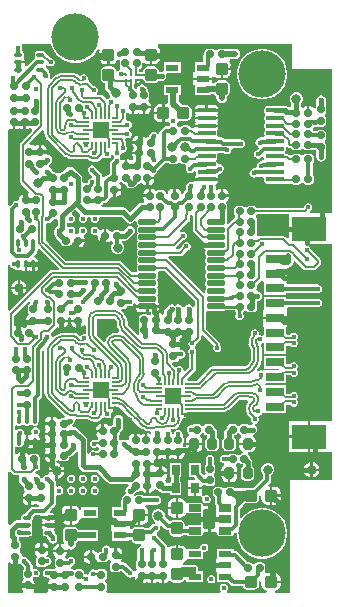
<source format=gbr>
G04*
G04 #@! TF.GenerationSoftware,Altium Limited,Altium Designer,24.9.1 (31)*
G04*
G04 Layer_Physical_Order=1*
G04 Layer_Color=255*
%FSLAX44Y44*%
%MOMM*%
G71*
G04*
G04 #@! TF.SameCoordinates,3E31175B-2F74-4D0F-94E8-FEE4F86157FB*
G04*
G04*
G04 #@! TF.FilePolarity,Positive*
G04*
G01*
G75*
%ADD11C,0.1500*%
G04:AMPARAMS|DCode=13|XSize=1.1mm|YSize=1mm|CornerRadius=0.25mm|HoleSize=0mm|Usage=FLASHONLY|Rotation=180.000|XOffset=0mm|YOffset=0mm|HoleType=Round|Shape=RoundedRectangle|*
%AMROUNDEDRECTD13*
21,1,1.1000,0.5000,0,0,180.0*
21,1,0.6000,1.0000,0,0,180.0*
1,1,0.5000,-0.3000,0.2500*
1,1,0.5000,0.3000,0.2500*
1,1,0.5000,0.3000,-0.2500*
1,1,0.5000,-0.3000,-0.2500*
%
%ADD13ROUNDEDRECTD13*%
G04:AMPARAMS|DCode=14|XSize=0.65mm|YSize=0.6mm|CornerRadius=0.15mm|HoleSize=0mm|Usage=FLASHONLY|Rotation=180.000|XOffset=0mm|YOffset=0mm|HoleType=Round|Shape=RoundedRectangle|*
%AMROUNDEDRECTD14*
21,1,0.6500,0.3000,0,0,180.0*
21,1,0.3500,0.6000,0,0,180.0*
1,1,0.3000,-0.1750,0.1500*
1,1,0.3000,0.1750,0.1500*
1,1,0.3000,0.1750,-0.1500*
1,1,0.3000,-0.1750,-0.1500*
%
%ADD14ROUNDEDRECTD14*%
G04:AMPARAMS|DCode=15|XSize=0.65mm|YSize=0.6mm|CornerRadius=0.15mm|HoleSize=0mm|Usage=FLASHONLY|Rotation=90.000|XOffset=0mm|YOffset=0mm|HoleType=Round|Shape=RoundedRectangle|*
%AMROUNDEDRECTD15*
21,1,0.6500,0.3000,0,0,90.0*
21,1,0.3500,0.6000,0,0,90.0*
1,1,0.3000,0.1500,0.1750*
1,1,0.3000,0.1500,-0.1750*
1,1,0.3000,-0.1500,-0.1750*
1,1,0.3000,-0.1500,0.1750*
%
%ADD15ROUNDEDRECTD15*%
G04:AMPARAMS|DCode=16|XSize=1.1mm|YSize=1mm|CornerRadius=0.25mm|HoleSize=0mm|Usage=FLASHONLY|Rotation=90.000|XOffset=0mm|YOffset=0mm|HoleType=Round|Shape=RoundedRectangle|*
%AMROUNDEDRECTD16*
21,1,1.1000,0.5000,0,0,90.0*
21,1,0.6000,1.0000,0,0,90.0*
1,1,0.5000,0.2500,0.3000*
1,1,0.5000,0.2500,-0.3000*
1,1,0.5000,-0.2500,-0.3000*
1,1,0.5000,-0.2500,0.3000*
%
%ADD16ROUNDEDRECTD16*%
%ADD17C,0.2000*%
G04:AMPARAMS|DCode=18|XSize=1.5mm|YSize=0.4mm|CornerRadius=0.1mm|HoleSize=0mm|Usage=FLASHONLY|Rotation=0.000|XOffset=0mm|YOffset=0mm|HoleType=Round|Shape=RoundedRectangle|*
%AMROUNDEDRECTD18*
21,1,1.5000,0.2000,0,0,0.0*
21,1,1.3000,0.4000,0,0,0.0*
1,1,0.2000,0.6500,-0.1000*
1,1,0.2000,-0.6500,-0.1000*
1,1,0.2000,-0.6500,0.1000*
1,1,0.2000,0.6500,0.1000*
%
%ADD18ROUNDEDRECTD18*%
G04:AMPARAMS|DCode=19|XSize=1.5mm|YSize=0.45mm|CornerRadius=0.1125mm|HoleSize=0mm|Usage=FLASHONLY|Rotation=0.000|XOffset=0mm|YOffset=0mm|HoleType=Round|Shape=RoundedRectangle|*
%AMROUNDEDRECTD19*
21,1,1.5000,0.2250,0,0,0.0*
21,1,1.2750,0.4500,0,0,0.0*
1,1,0.2250,0.6375,-0.1125*
1,1,0.2250,-0.6375,-0.1125*
1,1,0.2250,-0.6375,0.1125*
1,1,0.2250,0.6375,0.1125*
%
%ADD19ROUNDEDRECTD19*%
G04:AMPARAMS|DCode=20|XSize=1.1mm|YSize=0.6mm|CornerRadius=0.05mm|HoleSize=0mm|Usage=FLASHONLY|Rotation=180.000|XOffset=0mm|YOffset=0mm|HoleType=Round|Shape=RoundedRectangle|*
%AMROUNDEDRECTD20*
21,1,1.1000,0.5000,0,0,180.0*
21,1,1.0000,0.6000,0,0,180.0*
1,1,0.1000,-0.5000,0.2500*
1,1,0.1000,0.5000,0.2500*
1,1,0.1000,0.5000,-0.2500*
1,1,0.1000,-0.5000,-0.2500*
%
%ADD20ROUNDEDRECTD20*%
G04:AMPARAMS|DCode=21|XSize=0.975mm|YSize=1.7mm|CornerRadius=0.05mm|HoleSize=0mm|Usage=FLASHONLY|Rotation=180.000|XOffset=0mm|YOffset=0mm|HoleType=Round|Shape=RoundedRectangle|*
%AMROUNDEDRECTD21*
21,1,0.9750,1.6000,0,0,180.0*
21,1,0.8750,1.7000,0,0,180.0*
1,1,0.1000,-0.4375,0.8000*
1,1,0.1000,0.4375,0.8000*
1,1,0.1000,0.4375,-0.8000*
1,1,0.1000,-0.4375,-0.8000*
%
%ADD21ROUNDEDRECTD21*%
%ADD22R,1.1000X0.6000*%
G04:AMPARAMS|DCode=23|XSize=0.95mm|YSize=0.85mm|CornerRadius=0.2125mm|HoleSize=0mm|Usage=FLASHONLY|Rotation=90.000|XOffset=0mm|YOffset=0mm|HoleType=Round|Shape=RoundedRectangle|*
%AMROUNDEDRECTD23*
21,1,0.9500,0.4250,0,0,90.0*
21,1,0.5250,0.8500,0,0,90.0*
1,1,0.4250,0.2125,0.2625*
1,1,0.4250,0.2125,-0.2625*
1,1,0.4250,-0.2125,-0.2625*
1,1,0.4250,-0.2125,0.2625*
%
%ADD23ROUNDEDRECTD23*%
%ADD24R,0.1778X0.6096*%
%ADD25R,0.6096X0.1778*%
%ADD26R,1.4478X1.4478*%
G04:AMPARAMS|DCode=27|XSize=0.3mm|YSize=0.66mm|CornerRadius=0.075mm|HoleSize=0mm|Usage=FLASHONLY|Rotation=270.000|XOffset=0mm|YOffset=0mm|HoleType=Round|Shape=RoundedRectangle|*
%AMROUNDEDRECTD27*
21,1,0.3000,0.5100,0,0,270.0*
21,1,0.1500,0.6600,0,0,270.0*
1,1,0.1500,-0.2550,-0.0750*
1,1,0.1500,-0.2550,0.0750*
1,1,0.1500,0.2550,0.0750*
1,1,0.1500,0.2550,-0.0750*
%
%ADD27ROUNDEDRECTD27*%
G04:AMPARAMS|DCode=28|XSize=0.3mm|YSize=0.66mm|CornerRadius=0.075mm|HoleSize=0mm|Usage=FLASHONLY|Rotation=0.000|XOffset=0mm|YOffset=0mm|HoleType=Round|Shape=RoundedRectangle|*
%AMROUNDEDRECTD28*
21,1,0.3000,0.5100,0,0,0.0*
21,1,0.1500,0.6600,0,0,0.0*
1,1,0.1500,0.0750,-0.2550*
1,1,0.1500,-0.0750,-0.2550*
1,1,0.1500,-0.0750,0.2550*
1,1,0.1500,0.0750,0.2550*
%
%ADD28ROUNDEDRECTD28*%
%ADD29R,0.6500X0.8500*%
%ADD30R,1.6000X0.8000*%
%ADD31R,3.0000X2.1000*%
%ADD43C,0.8000*%
%ADD46C,0.1800*%
%ADD47C,0.1800*%
%ADD48C,0.3200*%
%ADD49C,0.4000*%
%ADD50C,0.5000*%
%ADD51C,0.2000*%
%ADD52C,0.3000*%
%ADD53C,0.2200*%
%ADD54C,4.0000*%
%ADD55C,0.4000*%
G36*
X36326Y463729D02*
X37947Y459816D01*
X40300Y456295D01*
X43295Y453300D01*
X46816Y450947D01*
X50729Y449326D01*
X54882Y448500D01*
X59118D01*
X63271Y449326D01*
X67184Y450947D01*
X70705Y453300D01*
X73700Y456295D01*
X76053Y459816D01*
X76131Y460005D01*
X77574Y459567D01*
X77361Y458500D01*
Y456500D01*
X85000D01*
Y455500D01*
X86000D01*
Y447361D01*
X87500D01*
X89466Y447752D01*
X91134Y448866D01*
X92248Y450533D01*
X93803Y451077D01*
X94474Y450792D01*
X94592Y450510D01*
X94441Y449750D01*
Y446250D01*
X94674Y445079D01*
X95183Y444318D01*
X95130Y443733D01*
X95038Y443395D01*
X94732Y442687D01*
X93762Y442285D01*
X93048Y441572D01*
X92811Y441561D01*
X91854Y441778D01*
X91485Y441969D01*
X91268Y443061D01*
X90384Y444384D01*
X89061Y445268D01*
X87500Y445578D01*
X82500D01*
X80939Y445268D01*
X79616Y444384D01*
X78732Y443061D01*
X78422Y441500D01*
Y435500D01*
X78732Y433939D01*
X79616Y432616D01*
X80939Y431732D01*
X81932Y431535D01*
Y427990D01*
X81932Y427990D01*
X82242Y426429D01*
X83127Y425106D01*
X85500Y422732D01*
Y421906D01*
X86292Y419995D01*
X86294Y419753D01*
X85807Y418294D01*
X85017Y417967D01*
X83368Y417813D01*
X80913Y420268D01*
X79954Y420909D01*
X79262Y421047D01*
X78686Y421432D01*
X77554Y421657D01*
X75680D01*
X75058Y423157D01*
X75322Y423420D01*
X75855Y424707D01*
Y426099D01*
X75322Y427385D01*
X74337Y428370D01*
X73602Y428674D01*
X72698Y429150D01*
X72227Y429193D01*
X69389Y432474D01*
X68478Y433183D01*
X67697Y434658D01*
Y436051D01*
X67164Y437337D01*
X66180Y438322D01*
X64893Y438854D01*
X63501D01*
X62215Y438322D01*
X61230Y437337D01*
X60476Y437677D01*
X59454Y437962D01*
X58798Y438801D01*
X57794Y439370D01*
X56739Y439717D01*
X55997Y439809D01*
X55890Y439830D01*
X55281Y439957D01*
X55279Y439957D01*
X55265Y439954D01*
X55252Y439957D01*
X46005D01*
X46005Y439957D01*
X46005Y439957D01*
X44580Y439957D01*
X43448Y439732D01*
X42673Y439214D01*
X42622Y439207D01*
X40798Y438451D01*
X40757Y438420D01*
X39842Y438238D01*
X38883Y437597D01*
X35981Y434695D01*
X34816Y435651D01*
X35161Y436168D01*
X35440Y437572D01*
X35287Y438342D01*
Y439683D01*
X35008Y441088D01*
X34212Y442279D01*
X31823Y444668D01*
X31955Y446274D01*
X32617Y446888D01*
X33164Y446869D01*
X33193Y446858D01*
X34017Y446033D01*
X35304Y445500D01*
X36696D01*
X37983Y446033D01*
X38967Y447017D01*
X39500Y448304D01*
Y449696D01*
X38967Y450983D01*
X37983Y451967D01*
X36696Y452500D01*
X35965D01*
X32002Y456464D01*
X31869Y457128D01*
X31372Y457872D01*
X30628Y458369D01*
X29750Y458544D01*
X24650D01*
X23772Y458369D01*
X23028Y457872D01*
X22531Y457128D01*
X22356Y456250D01*
Y454750D01*
X22531Y453872D01*
X22726Y453579D01*
X22601Y452013D01*
X22478Y451691D01*
X22227Y451523D01*
X16511Y445807D01*
X14691Y446100D01*
X14349Y446785D01*
X14437Y446948D01*
X14449Y446966D01*
X14655Y448000D01*
X8800D01*
Y450000D01*
X14655D01*
X14449Y451034D01*
X13722Y452122D01*
X13469Y453872D01*
X13644Y454750D01*
Y456250D01*
X13469Y457128D01*
X12972Y457872D01*
X12228Y458369D01*
X11824Y458450D01*
Y460847D01*
X11544Y462252D01*
X11378Y462500D01*
X12180Y464000D01*
X36272D01*
X36326Y463729D01*
D02*
G37*
G36*
X240000Y443000D02*
X274000D01*
Y321137D01*
X272540Y321040D01*
X272500Y321040D01*
X256467D01*
X255347Y322540D01*
X255425Y322802D01*
X255983Y323033D01*
X256967Y324017D01*
X257500Y325304D01*
Y326696D01*
X256967Y327983D01*
X255983Y328967D01*
X254696Y329500D01*
X253304D01*
X252017Y328967D01*
X251033Y327983D01*
X250500Y326696D01*
Y326476D01*
X249828Y325804D01*
X210487D01*
X209913Y326663D01*
X208920Y327326D01*
X207750Y327559D01*
X204250D01*
X203079Y327326D01*
X202087Y326663D01*
X201859Y326322D01*
X200141D01*
X199913Y326663D01*
X198920Y327326D01*
X197750Y327559D01*
X194250D01*
X193079Y327326D01*
X192087Y326663D01*
X191424Y325671D01*
X191191Y324500D01*
Y321500D01*
X191424Y320330D01*
X192027Y319427D01*
X192087Y319291D01*
Y317708D01*
X192027Y317573D01*
X191424Y316670D01*
X191418Y316638D01*
X191177Y316590D01*
X190267Y315983D01*
X186499Y312214D01*
X185681Y312446D01*
X185051Y312888D01*
Y313865D01*
X185078Y314000D01*
Y322709D01*
X185326Y323079D01*
X185559Y324250D01*
Y327750D01*
X185326Y328921D01*
X184663Y329913D01*
X185322Y331277D01*
X185413Y331337D01*
X186306Y332674D01*
X186619Y334250D01*
Y335000D01*
X181000D01*
Y336000D01*
X180000D01*
Y341869D01*
X179500D01*
X177924Y341556D01*
X177255Y341109D01*
X175755Y341911D01*
Y342894D01*
X175840Y343322D01*
X175561Y344726D01*
X176589Y345888D01*
X177052Y346198D01*
X177835Y347369D01*
X178109Y348750D01*
X157891D01*
X158016Y348118D01*
X156666Y347216D01*
X156405Y347391D01*
X155000Y347671D01*
X153595Y347391D01*
X152404Y346595D01*
X151969Y345943D01*
X151805Y345779D01*
X151009Y344588D01*
X150730Y343184D01*
Y340656D01*
X150330Y340576D01*
X149337Y339913D01*
X148674Y338921D01*
X148441Y337750D01*
Y337550D01*
X148119Y337335D01*
X147424Y337527D01*
X146551Y338091D01*
X146306Y339326D01*
X145413Y340663D01*
X144076Y341556D01*
X142500Y341869D01*
X142000D01*
Y336000D01*
X140000D01*
Y341869D01*
X139500D01*
X137924Y341556D01*
X136587Y340663D01*
X135694Y339326D01*
X135449Y338091D01*
X134576Y337527D01*
X133881Y337335D01*
X133559Y337550D01*
Y337750D01*
X133326Y338921D01*
X132663Y339913D01*
X131671Y340576D01*
X130500Y340809D01*
X127500D01*
X126329Y340576D01*
X125337Y339913D01*
X124449Y340609D01*
X124413Y340663D01*
X123076Y341556D01*
X121500Y341869D01*
X121000D01*
Y336000D01*
X120000D01*
Y335000D01*
X114381D01*
Y334250D01*
X114694Y332674D01*
X115426Y331578D01*
X115154Y330668D01*
X114772Y330078D01*
X113000D01*
X113000Y330078D01*
X111439Y329768D01*
X110116Y328884D01*
X110116Y328884D01*
X103284Y322052D01*
X100345Y324990D01*
X99022Y325874D01*
X97461Y326185D01*
X97461Y326185D01*
X79516D01*
X79061Y327685D01*
X79663Y328087D01*
X80326Y329080D01*
X80432Y329613D01*
X81125D01*
X82530Y329893D01*
X83721Y330689D01*
X85596Y332563D01*
X86391Y333754D01*
X86458Y334089D01*
X88039Y335193D01*
X88170Y335196D01*
X88500Y335131D01*
X89000D01*
Y341000D01*
X90000D01*
Y342000D01*
X95619D01*
Y342750D01*
X95306Y344326D01*
X94413Y345663D01*
X94322Y345723D01*
X93946Y346501D01*
X94485Y347446D01*
X96105Y347434D01*
X96337Y347087D01*
X97330Y346424D01*
X98500Y346191D01*
X98791D01*
X99332Y345651D01*
X99516Y344723D01*
X100400Y343400D01*
X101723Y342516D01*
X103284Y342206D01*
X104534D01*
X104534Y342206D01*
X106095Y342516D01*
X107418Y343400D01*
X110209Y346191D01*
X110500D01*
X111671Y346424D01*
X112663Y347087D01*
X113551Y346391D01*
X113587Y346337D01*
X114924Y345444D01*
X116500Y345131D01*
X117000D01*
Y351000D01*
X118000D01*
Y352000D01*
X123619D01*
Y352750D01*
X123403Y353837D01*
X123996Y353955D01*
X125320Y354839D01*
X126204Y356162D01*
X126238Y356334D01*
X133233Y363329D01*
X136098D01*
X137079Y362674D01*
X138250Y362441D01*
X141750D01*
X142921Y362674D01*
X143913Y363337D01*
X144141Y363678D01*
X145859D01*
X146087Y363337D01*
X147079Y362674D01*
X148250Y362441D01*
X150176D01*
X150967Y360941D01*
X150609Y360405D01*
X150330Y359000D01*
X150609Y357595D01*
X151404Y356404D01*
X152595Y355609D01*
X154000Y355330D01*
X154216D01*
X155621Y355609D01*
X156812Y356404D01*
X157451Y357044D01*
X158951Y356422D01*
Y355250D01*
X159145Y354275D01*
X158952Y353305D01*
X158948Y353302D01*
X158165Y352131D01*
X157891Y350750D01*
X178109D01*
X177920Y351703D01*
X178055Y353259D01*
X179245Y354054D01*
X181442Y356251D01*
X181928Y356978D01*
X181967Y357017D01*
X181988Y357068D01*
X182238Y357442D01*
X182326Y357883D01*
X182500Y358304D01*
Y358759D01*
X182517Y358847D01*
X182500Y358935D01*
Y359696D01*
X181967Y360983D01*
X180983Y361967D01*
X179696Y362500D01*
X178935D01*
X178847Y362517D01*
X178759Y362500D01*
X178304D01*
X177281Y363275D01*
X177049Y363642D01*
Y363750D01*
X176855Y364725D01*
X176302Y365552D01*
Y366448D01*
X176855Y367275D01*
X177049Y368250D01*
Y370250D01*
X177040Y370297D01*
X178140Y371797D01*
X182918D01*
X183740Y371247D01*
X185145Y370968D01*
X185362D01*
X186766Y371247D01*
X187957Y372043D01*
X188753Y373234D01*
X189032Y374638D01*
X188961Y374997D01*
X190116Y376497D01*
X196584D01*
X197000Y376414D01*
X198405Y376693D01*
X199596Y377489D01*
X200391Y378680D01*
X200671Y380084D01*
X200391Y381489D01*
X199596Y382680D01*
X199513Y382763D01*
X198322Y383558D01*
X196917Y383838D01*
X183420D01*
X182813Y384445D01*
X181622Y385241D01*
X180217Y385521D01*
X177821D01*
X177345Y386138D01*
X176904Y387020D01*
X177049Y387750D01*
Y389750D01*
X176855Y390725D01*
X177048Y391695D01*
X177052Y391698D01*
X177835Y392869D01*
X178109Y394250D01*
X157891D01*
X157922Y394094D01*
X157864Y394025D01*
X156557Y393267D01*
X156073Y393590D01*
X155000Y393804D01*
X154487D01*
X153913Y394663D01*
X152921Y395326D01*
X151750Y395559D01*
X148250D01*
X147079Y395326D01*
X146087Y394663D01*
X145859Y394322D01*
X144141D01*
X143913Y394663D01*
X143206Y395135D01*
X142858Y396328D01*
X142824Y396875D01*
X142967Y397017D01*
X143500Y398304D01*
Y398359D01*
X145000Y399521D01*
X145500Y399422D01*
X151500D01*
X153061Y399732D01*
X154384Y400616D01*
X155268Y401939D01*
X155578Y403500D01*
Y408500D01*
X155268Y410061D01*
X154384Y411384D01*
X153061Y412268D01*
X151500Y412578D01*
X147910D01*
X144588Y415900D01*
Y421000D01*
X146000D01*
Y430000D01*
X139943D01*
X139500Y430088D01*
X139000D01*
X138557Y430000D01*
X132000D01*
Y421000D01*
X135412D01*
Y414987D01*
X134610Y413801D01*
X133954Y413639D01*
X132500D01*
Y406000D01*
Y398361D01*
X134500D01*
X135000Y398461D01*
X136500Y398304D01*
X137033Y397017D01*
X137176Y396875D01*
X137142Y396328D01*
X136794Y395135D01*
X136098Y394670D01*
X133587D01*
X132182Y394391D01*
X130991Y393596D01*
X129117Y391721D01*
X128321Y390530D01*
X128042Y389126D01*
Y388218D01*
X127666Y388078D01*
X126542Y387968D01*
X125912Y388912D01*
X124721Y389707D01*
X123316Y389987D01*
X121911Y389707D01*
X120721Y388912D01*
X120285Y388259D01*
X120055Y388029D01*
X119259Y386838D01*
X118994Y385508D01*
X118079Y385326D01*
X117087Y384663D01*
X115723Y385322D01*
X115663Y385413D01*
X114326Y386306D01*
X112750Y386619D01*
X112000D01*
Y381000D01*
X111000D01*
Y380000D01*
X105131D01*
Y379500D01*
X105444Y377924D01*
X106337Y376587D01*
Y376413D01*
X105444Y375076D01*
X105131Y373500D01*
Y373000D01*
X111000D01*
Y371000D01*
X105131D01*
Y370500D01*
X105444Y368924D01*
X105995Y368099D01*
X105942Y366942D01*
X105598Y366382D01*
X104210Y365798D01*
X103076Y366556D01*
X101500Y366869D01*
X101000D01*
Y361000D01*
X99000D01*
Y366869D01*
X98500D01*
X96924Y366556D01*
X96894Y366536D01*
X95391Y366405D01*
X95024Y366953D01*
X94595Y367595D01*
X94533Y367637D01*
X94422Y367918D01*
X94448Y369498D01*
X94967Y370017D01*
X95467Y371223D01*
X95614Y371473D01*
X96304Y372500D01*
X97696D01*
X98983Y373033D01*
X99967Y374017D01*
X100500Y375304D01*
Y376696D01*
X99967Y377983D01*
X99957Y377993D01*
Y381161D01*
X99732Y382293D01*
X99108Y383226D01*
X99055Y383354D01*
X99079Y383445D01*
X100184Y384550D01*
X100304Y384500D01*
X101696D01*
X102983Y385033D01*
X103967Y386017D01*
X104500Y387304D01*
Y388696D01*
X104159Y389518D01*
X104153Y389552D01*
X104133Y389581D01*
X103967Y389983D01*
X103660Y390290D01*
X103512Y390512D01*
X103290Y390660D01*
X102983Y390967D01*
X102581Y391133D01*
X102552Y391153D01*
X102518Y391160D01*
X102449Y391188D01*
Y392812D01*
X102983Y393033D01*
X103967Y394017D01*
X104500Y395304D01*
Y396696D01*
X103967Y397983D01*
X102983Y398967D01*
X101696Y399500D01*
X100894D01*
X100748Y399552D01*
X100732Y399562D01*
X100277Y400041D01*
X99899Y400583D01*
X99786Y400886D01*
X99957Y401746D01*
Y406007D01*
X99967Y406017D01*
X99979Y406045D01*
X101501Y406322D01*
X101694Y406266D01*
X102924Y405444D01*
X104500Y405131D01*
X105000D01*
Y411000D01*
X107000D01*
Y405131D01*
X107500D01*
X109076Y405444D01*
X110413Y406337D01*
X110587D01*
X111924Y405444D01*
X113500Y405131D01*
X114000D01*
Y411000D01*
X115000D01*
Y412000D01*
X120619D01*
Y412750D01*
X120306Y414326D01*
X119413Y415663D01*
X119322Y415723D01*
X118663Y417087D01*
X119326Y418079D01*
X119559Y419250D01*
Y422750D01*
X119326Y423921D01*
X118663Y424913D01*
X118078Y425303D01*
Y425632D01*
X118078Y425632D01*
X117768Y427193D01*
X116884Y428516D01*
X116884Y428516D01*
X116200Y429200D01*
X114877Y430084D01*
X113316Y430395D01*
X111755Y430084D01*
X110432Y429200D01*
X109548Y427877D01*
X109345Y426855D01*
X109267Y426707D01*
X109179Y426673D01*
X107781Y426534D01*
X107195Y427411D01*
X106757Y427849D01*
Y429074D01*
X107000Y429698D01*
Y430262D01*
X107059Y430560D01*
X107059Y430561D01*
Y434000D01*
X109000D01*
Y430583D01*
X110005Y430999D01*
X111001Y431995D01*
X111540Y433296D01*
Y434704D01*
X111698Y434941D01*
X114533D01*
X114732Y433939D01*
X115616Y432616D01*
X116939Y431732D01*
X118500Y431422D01*
X123500D01*
X125061Y431732D01*
X126384Y432616D01*
X126588Y432922D01*
X130000D01*
X131561Y433232D01*
X132884Y434116D01*
X133768Y435439D01*
X134078Y437000D01*
X133780Y438500D01*
X133773Y438570D01*
X134610Y440000D01*
X146000D01*
Y449000D01*
X132000D01*
Y442141D01*
X130500Y440979D01*
X130000Y441078D01*
X127578D01*
Y441500D01*
X127268Y443061D01*
X126384Y444384D01*
X125061Y445268D01*
X123500Y445578D01*
X118500D01*
X116939Y445268D01*
X115616Y444384D01*
X114732Y443061D01*
X114422Y441500D01*
Y441059D01*
X111059D01*
Y443302D01*
X111671Y443424D01*
X112663Y444087D01*
X113326Y445079D01*
X113559Y446250D01*
Y448123D01*
X114254Y448518D01*
X115059Y448738D01*
X116533Y447752D01*
X118500Y447361D01*
X120000D01*
Y455500D01*
X121000D01*
Y456500D01*
X128639D01*
Y458500D01*
X128247Y460466D01*
X127134Y462134D01*
X126585Y462500D01*
X127040Y464000D01*
X240000D01*
Y443000D01*
D02*
G37*
G36*
X15000Y392131D02*
X15500D01*
X17076Y392444D01*
X18413Y393337D01*
X18587D01*
X19924Y392444D01*
X20407Y390819D01*
X10767Y381179D01*
X10160Y380270D01*
X9946Y379197D01*
Y348250D01*
X10160Y347177D01*
X10767Y346267D01*
X17918Y339116D01*
X17179Y337734D01*
X16500Y337869D01*
X16000D01*
Y332000D01*
X14000D01*
Y337869D01*
X13500D01*
X11924Y337556D01*
X10587Y336663D01*
X9694Y335326D01*
X9381Y333750D01*
Y332406D01*
X7881Y331495D01*
X7000Y331670D01*
X5595Y331391D01*
X4405Y330596D01*
X3969Y329943D01*
X1500Y327474D01*
X0Y328096D01*
Y391926D01*
X1500Y392728D01*
X1924Y392444D01*
X3500Y392131D01*
X4000D01*
Y398000D01*
X6000D01*
Y392131D01*
X6500D01*
X8076Y392444D01*
X9413Y393337D01*
X9587D01*
X10924Y392444D01*
X12500Y392131D01*
X13000D01*
Y398000D01*
X15000D01*
Y392131D01*
D02*
G37*
G36*
X30743Y391103D02*
Y390395D01*
X30745Y390388D01*
X30743Y390381D01*
X30743Y389027D01*
X30968Y387896D01*
X31486Y387121D01*
X31493Y387070D01*
X32249Y385245D01*
X32268Y385221D01*
X32451Y384301D01*
X33092Y383342D01*
X47223Y369210D01*
X48182Y368569D01*
X49102Y368387D01*
X49126Y368368D01*
X50951Y367612D01*
X51002Y367605D01*
X51777Y367087D01*
X52909Y366862D01*
X54200Y366862D01*
X67339D01*
X69103Y365760D01*
X70182Y365352D01*
X70377Y365358D01*
X70517Y365219D01*
X71583Y364781D01*
X71839Y364731D01*
X72301Y364732D01*
X72747Y364643D01*
X74408D01*
X75540Y364868D01*
X76116Y365253D01*
X76808Y365391D01*
X77767Y366032D01*
X79913Y368178D01*
X80097Y368315D01*
X81807Y368243D01*
X82017Y368033D01*
X83304Y367500D01*
X84696D01*
X85983Y368033D01*
X86967Y369017D01*
X87395Y370051D01*
X88303Y370247D01*
X88957Y370200D01*
X89033Y370017D01*
X89552Y369498D01*
X89578Y367918D01*
X89467Y367637D01*
X89404Y367595D01*
X88969Y366943D01*
X87404Y365379D01*
X86609Y364188D01*
X86329Y362784D01*
Y354901D01*
X85674Y353921D01*
X85648Y353791D01*
X85120D01*
X83716Y353511D01*
X82525Y352716D01*
X81235Y351426D01*
X79735Y352047D01*
Y352936D01*
X79456Y354340D01*
X78660Y355531D01*
X73595Y360595D01*
X72405Y361391D01*
X71000Y361670D01*
X69595Y361391D01*
X68405Y360595D01*
X67609Y359405D01*
X67330Y358000D01*
X67609Y356595D01*
X68405Y355405D01*
X71274Y352536D01*
X70652Y351035D01*
X70268D01*
X68982Y350503D01*
X67997Y349518D01*
X67464Y348232D01*
Y347651D01*
X66622Y346809D01*
X65500D01*
X64362Y346582D01*
X64329Y346576D01*
X62862Y347400D01*
Y350784D01*
X62862Y350784D01*
X62552Y352345D01*
X61668Y353668D01*
X61668Y353668D01*
X56168Y359168D01*
X54845Y360052D01*
X53284Y360362D01*
X53284Y360362D01*
X52034D01*
X50473Y360052D01*
X49150Y359168D01*
X49150Y359168D01*
X45791Y355809D01*
X45500D01*
X44330Y355576D01*
X43337Y354913D01*
X41663D01*
X40670Y355576D01*
X39500Y355809D01*
X39209D01*
X36873Y358145D01*
X36168Y359200D01*
X34845Y360084D01*
X34645Y360429D01*
X34431Y361696D01*
X36168Y363432D01*
X37052Y364755D01*
X37362Y366316D01*
X37052Y367877D01*
X36168Y369200D01*
X34845Y370084D01*
X33952Y370262D01*
X33017Y370955D01*
X32619Y371792D01*
Y372000D01*
X27000D01*
Y373000D01*
X26000D01*
Y378869D01*
X25500D01*
X23924Y378556D01*
X22587Y377663D01*
X22413D01*
X21076Y378556D01*
X19500Y378869D01*
X18509D01*
X17888Y380369D01*
X29243Y391725D01*
X30743Y391103D01*
D02*
G37*
G36*
X60658Y320471D02*
X60545Y318462D01*
X60349Y318267D01*
X59816Y316980D01*
Y315588D01*
X60349Y314301D01*
X61333Y313317D01*
X62620Y312784D01*
X64012D01*
X65299Y313317D01*
X66283Y314301D01*
X66816Y315588D01*
Y316980D01*
X67516Y318028D01*
X69116D01*
X69816Y316980D01*
Y315588D01*
X70349Y314301D01*
X71333Y313317D01*
X72620Y312784D01*
X74012D01*
X75299Y313317D01*
X76283Y314301D01*
X76816Y315588D01*
Y316980D01*
X77516Y318028D01*
X95772D01*
X100400Y313400D01*
X100400Y313400D01*
X101723Y312516D01*
X103284Y312206D01*
X104845Y312516D01*
X106168Y313400D01*
X107449Y314681D01*
X108948Y314060D01*
Y312625D01*
X109152Y311601D01*
X109631Y310500D01*
X109152Y309399D01*
X108948Y308375D01*
Y306125D01*
X109152Y305101D01*
X109631Y304000D01*
X109152Y302899D01*
X108948Y301875D01*
Y299625D01*
X109152Y298601D01*
X109631Y297500D01*
X109152Y296399D01*
X108948Y295375D01*
Y293125D01*
X109152Y292101D01*
X109631Y291000D01*
X109152Y289899D01*
X108948Y288875D01*
Y286625D01*
X109152Y285601D01*
X109631Y284500D01*
X109152Y283399D01*
X108948Y282375D01*
Y280125D01*
X109152Y279101D01*
X109631Y278000D01*
X109152Y276899D01*
X108948Y275875D01*
Y273625D01*
X109152Y272601D01*
X109178Y272543D01*
X108382Y271054D01*
X105193D01*
X96264Y279983D01*
X95354Y280590D01*
X94281Y280804D01*
X49161D01*
X37233Y292733D01*
X37201Y292754D01*
X34753Y295201D01*
X34733Y295233D01*
X31870Y298095D01*
Y311404D01*
X33316Y312646D01*
X34721Y312925D01*
X34864Y313021D01*
X35152Y313078D01*
X36343Y313874D01*
X38632Y316163D01*
X39500D01*
X40422Y316346D01*
X41338Y315879D01*
X41922Y315428D01*
Y310657D01*
X40432Y309168D01*
X39548Y307845D01*
X39238Y306284D01*
X39238Y306284D01*
Y303434D01*
X39238Y303434D01*
X39548Y301873D01*
X40432Y300550D01*
X44191Y296791D01*
Y296500D01*
X44424Y295329D01*
X45087Y294337D01*
X46080Y293674D01*
X47250Y293441D01*
X50750D01*
X51920Y293674D01*
X52913Y294337D01*
X54277Y293678D01*
X54337Y293587D01*
X55674Y292694D01*
X57250Y292381D01*
X58000D01*
Y298000D01*
X59000D01*
Y299000D01*
X64869D01*
Y299500D01*
X64556Y301076D01*
X64341Y301398D01*
X64957Y303175D01*
X65299Y303317D01*
X66283Y304301D01*
X66816Y305588D01*
Y306980D01*
X66283Y308267D01*
X65299Y309251D01*
X64012Y309784D01*
X62620D01*
X61333Y309251D01*
X60349Y308267D01*
X59816Y306980D01*
Y305588D01*
X60010Y305119D01*
X59071Y303619D01*
X57561D01*
X56894Y304359D01*
X56579Y305015D01*
X56816Y305588D01*
Y306980D01*
X56283Y308267D01*
X55299Y309251D01*
X54012Y309784D01*
X52620D01*
X51578Y309352D01*
X50639Y309730D01*
X50078Y310117D01*
Y312451D01*
X50639Y312838D01*
X51578Y313215D01*
X52620Y312784D01*
X54012D01*
X55299Y313317D01*
X56283Y314301D01*
X56816Y315588D01*
Y316980D01*
X56283Y318267D01*
X55299Y319251D01*
X54479Y319590D01*
X54033Y320891D01*
X54040Y321272D01*
X56216Y323448D01*
X57616Y323512D01*
X60658Y320471D01*
D02*
G37*
G36*
X237460Y309000D02*
X255000D01*
Y308000D01*
X256000D01*
Y294960D01*
X272500D01*
X272540Y294960D01*
X274000Y294863D01*
Y145136D01*
X272540Y145040D01*
X272500Y145040D01*
X256000D01*
Y132000D01*
Y118960D01*
X272500D01*
X272540Y118960D01*
X274000Y118863D01*
Y95000D01*
X239000D01*
Y0D01*
X226345D01*
X226197Y1500D01*
X227467Y1752D01*
X229134Y2866D01*
X230248Y4534D01*
X230639Y6500D01*
Y8000D01*
X222500D01*
Y9000D01*
X221500D01*
Y16639D01*
X219500D01*
X217900Y16321D01*
X217842Y16380D01*
X217109Y17631D01*
X217576Y18329D01*
X217809Y19500D01*
Y22500D01*
X217576Y23670D01*
X216913Y24663D01*
X215921Y25326D01*
X214750Y25559D01*
X211250D01*
X210079Y25326D01*
X209087Y24663D01*
X208859Y24322D01*
X207141D01*
X206913Y24663D01*
X205921Y25326D01*
X204750Y25559D01*
X203132D01*
X194540Y34151D01*
X193349Y34947D01*
X191944Y35226D01*
X191000D01*
Y37000D01*
X177000D01*
Y28540D01*
X175960D01*
Y24000D01*
X184000D01*
Y22000D01*
X175960D01*
Y17460D01*
X177000D01*
Y9000D01*
X185809D01*
X188405Y6405D01*
X189595Y5609D01*
X191000Y5329D01*
X198654D01*
X198732Y4939D01*
X199616Y3616D01*
X200939Y2732D01*
X202500Y2422D01*
X208500D01*
X210061Y2732D01*
X211384Y3616D01*
X212268Y4939D01*
X212578Y6500D01*
Y9651D01*
X212861Y9840D01*
X214361Y9038D01*
Y6500D01*
X214753Y4534D01*
X215866Y2866D01*
X217533Y1752D01*
X218803Y1500D01*
X218655Y0D01*
X185571D01*
X184950Y1500D01*
X185467Y2017D01*
X186000Y3304D01*
Y4696D01*
X185467Y5983D01*
X184483Y6967D01*
X183196Y7500D01*
X181804D01*
X180517Y6967D01*
X179533Y5983D01*
X179000Y4696D01*
Y3304D01*
X179533Y2017D01*
X180050Y1500D01*
X179429Y0D01*
X83603D01*
X83469Y155D01*
X82939Y1500D01*
X83326Y2079D01*
X83559Y3250D01*
Y6750D01*
X83326Y7921D01*
X82663Y8913D01*
X82322Y9141D01*
Y10859D01*
X82663Y11087D01*
X83326Y12079D01*
X83559Y13250D01*
Y16750D01*
X83326Y17921D01*
X82663Y18913D01*
X81671Y19576D01*
X80500Y19809D01*
X77500D01*
X76329Y19576D01*
X75337Y18913D01*
X73983Y18967D01*
X72696Y19500D01*
X71304D01*
X70017Y18967D01*
X69033Y17983D01*
X68500Y16696D01*
Y16219D01*
X67044Y15198D01*
X66667Y15354D01*
X65275D01*
X64559Y16681D01*
Y16750D01*
X64326Y17921D01*
X63663Y18913D01*
X62670Y19576D01*
X61500Y19809D01*
X58500D01*
X57330Y19576D01*
X56338Y18913D01*
X56168Y19168D01*
X54845Y20052D01*
X53695Y20281D01*
X53641Y20421D01*
X53502Y21819D01*
X54379Y22405D01*
X55227Y23252D01*
X55879Y23688D01*
X56675Y24879D01*
X56954Y26284D01*
X56675Y27689D01*
X55879Y28879D01*
X54689Y29675D01*
X53284Y29954D01*
X53067D01*
X51663Y29675D01*
X50472Y28879D01*
X50263Y28671D01*
X48618D01*
X48204Y30034D01*
X48322Y30277D01*
X48413Y30337D01*
X49306Y31674D01*
X49619Y33250D01*
Y34000D01*
X44000D01*
X38381D01*
Y33250D01*
X38694Y31674D01*
X39587Y30337D01*
X39678Y30277D01*
X40337Y28913D01*
X39674Y27921D01*
X39441Y26750D01*
Y23250D01*
X39674Y22080D01*
X40189Y21309D01*
X39938Y20438D01*
X39550Y19809D01*
X37500D01*
X37463Y19801D01*
X34053D01*
X33284Y19954D01*
X31879Y19675D01*
X30689Y18879D01*
X29893Y17689D01*
X29613Y16284D01*
X29893Y14879D01*
X30689Y13688D01*
X30842Y13535D01*
X32032Y12740D01*
X33437Y12460D01*
X34598D01*
X34674Y12079D01*
X35337Y11087D01*
X34678Y9723D01*
X34587Y9663D01*
X33694Y8326D01*
X33381Y6750D01*
Y6000D01*
X39000D01*
Y4000D01*
X33381D01*
Y3250D01*
X33694Y1674D01*
X33811Y1500D01*
X33009Y0D01*
X22111D01*
X21708Y772D01*
X21521Y1500D01*
X22306Y2674D01*
X22619Y4250D01*
Y5000D01*
X17000D01*
X11381D01*
Y4250D01*
X11694Y2674D01*
X12479Y1500D01*
X12292Y772D01*
X11889Y0D01*
X0D01*
Y25013D01*
X1500Y25468D01*
X1587Y25337D01*
X2924Y24444D01*
X4500Y24131D01*
X5000D01*
Y30000D01*
X7000D01*
Y24131D01*
X7500D01*
X8582Y24346D01*
X9076Y24444D01*
X10572Y23863D01*
X10689Y23688D01*
X13046Y21331D01*
X13337Y19913D01*
X12674Y18921D01*
X12441Y17750D01*
Y14250D01*
X12674Y13080D01*
X13337Y12087D01*
X12678Y10723D01*
X12587Y10663D01*
X11694Y9326D01*
X11381Y7750D01*
Y7000D01*
X17000D01*
X22619D01*
Y7750D01*
X22306Y9326D01*
X21413Y10663D01*
X21322Y10723D01*
X20663Y12087D01*
X21326Y13079D01*
X21565Y13207D01*
X22588Y12784D01*
X23980D01*
X25266Y13317D01*
X26251Y14301D01*
X26784Y15588D01*
Y16980D01*
X26251Y18267D01*
X25266Y19251D01*
X23980Y19784D01*
X22588D01*
X22303Y19666D01*
X20812Y20672D01*
Y22426D01*
X20533Y23830D01*
X19737Y25021D01*
X15879Y28879D01*
X14689Y29675D01*
X13284Y29954D01*
X13119Y29922D01*
X11619Y31153D01*
Y31750D01*
X11306Y33326D01*
X10413Y34663D01*
X10322Y34723D01*
X9663Y36087D01*
X10326Y37080D01*
X10559Y38250D01*
Y41750D01*
X10326Y42920D01*
X9663Y43913D01*
X9078Y44303D01*
Y45507D01*
X9502Y46626D01*
X10522Y46929D01*
X15297D01*
X15800Y46829D01*
X17205Y47109D01*
X17724Y47456D01*
X18350D01*
X19228Y47631D01*
X19972Y48128D01*
X20469Y48872D01*
X20644Y49750D01*
Y51250D01*
X20469Y52128D01*
X19972Y52872D01*
Y54628D01*
X20469Y55372D01*
X20644Y56250D01*
Y57750D01*
X20469Y58628D01*
X20105Y59174D01*
X19978Y59736D01*
X19988Y60441D01*
X20096Y61005D01*
X20891Y62195D01*
X21170Y63600D01*
Y63680D01*
X22820Y65329D01*
X27410D01*
X28090Y64500D01*
X34200D01*
X40055D01*
X39849Y65534D01*
X39122Y66622D01*
X38034Y67349D01*
X36750Y67604D01*
X35755D01*
X35181Y68990D01*
X39595Y73405D01*
X40391Y74595D01*
X40670Y76000D01*
Y82020D01*
X42171Y82970D01*
X42620Y82784D01*
X44012D01*
X45299Y83317D01*
X46283Y84301D01*
X46816Y85588D01*
Y86980D01*
X46283Y88266D01*
X45299Y89251D01*
X44012Y89784D01*
X42620D01*
X42171Y89598D01*
X40670Y90548D01*
Y92351D01*
X40391Y93756D01*
X39595Y94947D01*
X39451Y95091D01*
X40000Y96184D01*
Y102000D01*
X34497D01*
X34712Y101200D01*
X33629Y99914D01*
X33584Y99895D01*
X33284Y99954D01*
X31879Y99675D01*
X30689Y98879D01*
X29893Y97689D01*
X29743Y96934D01*
X28685Y96738D01*
X28184Y96786D01*
X27384Y97984D01*
X27384Y97984D01*
X26168Y99200D01*
X24845Y100084D01*
X23673Y100317D01*
X23060Y101708D01*
X23782Y102745D01*
X24689Y102925D01*
X25879Y103721D01*
X26675Y104911D01*
X26955Y106316D01*
X26801Y107086D01*
Y111463D01*
X26809Y111500D01*
Y114500D01*
X26576Y115670D01*
X25913Y116663D01*
X24920Y117326D01*
X23750Y117559D01*
X20250D01*
X19079Y117326D01*
X18087Y116663D01*
X16723Y117322D01*
X16663Y117413D01*
X15326Y118306D01*
X13750Y118619D01*
X13000D01*
Y113000D01*
X11000D01*
Y118619D01*
X10250D01*
X8674Y118306D01*
X7491Y117516D01*
X6788Y117692D01*
X5991Y118098D01*
Y122720D01*
X6255Y122931D01*
X7491Y123385D01*
X7872Y123131D01*
X8750Y122956D01*
X10250D01*
X11128Y123131D01*
X12878Y122878D01*
X13966Y122151D01*
X15000Y121945D01*
Y127800D01*
Y133655D01*
X14974Y133650D01*
X13737Y134725D01*
X13671Y134918D01*
Y135000D01*
X13391Y136405D01*
X12595Y137596D01*
X11405Y138391D01*
X10000Y138671D01*
X8595Y138391D01*
X7491Y137654D01*
X7021Y137754D01*
X5991Y138180D01*
Y141121D01*
X6255Y141331D01*
X7491Y141785D01*
X7872Y141531D01*
X8750Y141356D01*
X10250D01*
X11128Y141531D01*
X11872Y142028D01*
X13628D01*
X14372Y141531D01*
X15250Y141356D01*
X16750D01*
X17628Y141531D01*
X18372Y142028D01*
X20128D01*
X20872Y141531D01*
X21750Y141356D01*
X23250D01*
X24128Y141531D01*
X24872Y142028D01*
X25369Y142772D01*
X25544Y143650D01*
Y144276D01*
X25891Y144795D01*
X26170Y146200D01*
Y163180D01*
X27695Y164705D01*
X28491Y165895D01*
X28770Y167300D01*
Y202898D01*
X28670Y203401D01*
Y204285D01*
X29243Y204704D01*
X30164Y204407D01*
X30743Y203944D01*
Y169001D01*
X30968Y167869D01*
X31602Y166921D01*
X31631Y166776D01*
X31706Y166663D01*
X31930Y165540D01*
X32571Y164581D01*
X43057Y154094D01*
X43058Y154094D01*
X46345Y150806D01*
X47081Y150315D01*
X47710Y149713D01*
X47971Y149547D01*
X47667Y147962D01*
X46689Y147768D01*
X46376Y147559D01*
X45250D01*
X44079Y147326D01*
X43087Y146663D01*
X41723Y147322D01*
X41663Y147413D01*
X40326Y148306D01*
X38750Y148619D01*
X38000D01*
Y143000D01*
X37000D01*
Y142000D01*
X31131D01*
Y141500D01*
X31444Y139924D01*
X31585Y139714D01*
X32287Y138500D01*
X31585Y137286D01*
X31444Y137076D01*
X31131Y135500D01*
Y135000D01*
X37000D01*
Y133000D01*
X31131D01*
Y132500D01*
X31444Y130924D01*
X32337Y129587D01*
Y129413D01*
X31444Y128076D01*
X31131Y126500D01*
Y126000D01*
X37000D01*
Y124000D01*
X31131D01*
Y123500D01*
X31444Y121924D01*
X32337Y120587D01*
Y120413D01*
X31444Y119076D01*
X31131Y117500D01*
Y117000D01*
X37000D01*
Y115000D01*
X31131D01*
Y114500D01*
X31444Y112924D01*
X32337Y111587D01*
X33674Y110694D01*
X35250Y110381D01*
X37704D01*
X38106Y108881D01*
X36984Y108233D01*
X35767Y107016D01*
X34906Y105524D01*
X34497Y104000D01*
X41000D01*
X47503D01*
X47094Y105524D01*
X46233Y107016D01*
X45016Y108233D01*
X43524Y109094D01*
X41861Y109540D01*
X41298D01*
X40844Y111040D01*
X41663Y111587D01*
X41723Y111678D01*
X43087Y112337D01*
X44079Y111674D01*
X45250Y111441D01*
X48750D01*
X49921Y111674D01*
X50913Y112337D01*
X51576Y113329D01*
X51809Y114500D01*
Y114618D01*
X52382Y114732D01*
X53705Y115616D01*
X57422Y119333D01*
X58922Y118712D01*
Y108343D01*
X58922Y108343D01*
X59232Y106782D01*
X60116Y105459D01*
X62459Y103116D01*
X62459Y103116D01*
X63782Y102232D01*
X65343Y101922D01*
X75311D01*
X83800Y93432D01*
X83800Y93432D01*
X85123Y92548D01*
X86684Y92238D01*
X101177D01*
X102053Y90738D01*
X101723Y90052D01*
X100400Y89168D01*
X99516Y87845D01*
X99206Y86284D01*
X99516Y84723D01*
X99960Y84059D01*
X99250Y82559D01*
X98080Y82326D01*
X97087Y81663D01*
X96424Y80671D01*
X96191Y79500D01*
Y78826D01*
X95509Y77805D01*
X95230Y76400D01*
Y72000D01*
X88000D01*
Y63540D01*
X86960D01*
Y59000D01*
X95000D01*
X103370D01*
X104540Y59355D01*
X104866Y58866D01*
X106533Y57752D01*
X108500Y57361D01*
X110000D01*
Y65500D01*
X111000D01*
Y66500D01*
X118639D01*
Y68500D01*
X118247Y70466D01*
X117134Y72134D01*
X116092Y72829D01*
X116547Y74330D01*
X126000D01*
X127405Y74609D01*
X128596Y75405D01*
X129391Y76595D01*
X129670Y78000D01*
X129391Y79405D01*
X128596Y80596D01*
X128595D01*
X127405Y81391D01*
X126000Y81671D01*
X114901D01*
X113920Y82326D01*
X112750Y82559D01*
X109250D01*
X108079Y82326D01*
X107775Y82123D01*
X106544Y82320D01*
X106475Y83104D01*
X106918Y83400D01*
X108959Y85441D01*
X109750D01*
X110921Y85674D01*
X111913Y86337D01*
X113277Y85678D01*
X113337Y85587D01*
X114674Y84694D01*
X116250Y84381D01*
X117000D01*
Y90000D01*
X119000D01*
Y84381D01*
X119750D01*
X121326Y84694D01*
X122663Y85587D01*
X123556Y86924D01*
X123575Y87024D01*
X125168Y87340D01*
X125337Y87087D01*
X126329Y86424D01*
X127500Y86191D01*
X127791D01*
X128616Y85366D01*
X129939Y84482D01*
X131500Y84172D01*
X131500Y84172D01*
X137000D01*
Y82500D01*
X146500D01*
Y94000D01*
X145828D01*
Y98000D01*
X146500D01*
Y109500D01*
X137000D01*
Y98000D01*
X137672D01*
Y94000D01*
X137000D01*
Y92328D01*
X133559D01*
Y92750D01*
X133326Y93921D01*
X132663Y94913D01*
X133322Y96277D01*
X133413Y96337D01*
X134306Y97674D01*
X134619Y99250D01*
Y100000D01*
X129000D01*
Y101000D01*
X128000D01*
Y106869D01*
X127500D01*
X125924Y106556D01*
X125101Y106006D01*
X123751Y106905D01*
X123869Y107500D01*
Y108000D01*
X118000D01*
Y110000D01*
X123869D01*
Y110500D01*
X123615Y111777D01*
X124239Y112732D01*
X124655Y113131D01*
X125000D01*
Y119000D01*
X127000D01*
Y113131D01*
X127500D01*
X129076Y113444D01*
X130413Y114337D01*
X130587D01*
X131924Y113444D01*
X133500Y113131D01*
X134000D01*
Y119000D01*
X136000D01*
Y113131D01*
X136500D01*
X138076Y113444D01*
X138286Y113585D01*
X139500Y114287D01*
X140714Y113585D01*
X140924Y113444D01*
X142500Y113131D01*
X143000D01*
Y119000D01*
X144000D01*
Y120000D01*
X149619D01*
Y120518D01*
X150116Y120842D01*
X151086Y121023D01*
X151762Y120012D01*
X153305Y118981D01*
X155125Y118619D01*
X156250D01*
Y125000D01*
X150369D01*
Y123435D01*
X150280Y123344D01*
X148939Y122876D01*
X148413Y123663D01*
X148322Y123723D01*
X147663Y125087D01*
X148326Y126080D01*
X148559Y127250D01*
Y130750D01*
X148326Y131920D01*
X147670Y132901D01*
Y134000D01*
X147391Y135405D01*
X146595Y136595D01*
X145405Y137391D01*
X144000Y137670D01*
X142595Y137391D01*
X141404Y136595D01*
X140609Y135405D01*
X140428Y134498D01*
X139257Y133907D01*
X139032Y133887D01*
X138640Y134152D01*
X138391Y135405D01*
X137596Y136595D01*
X138010Y138122D01*
X140824Y138440D01*
X141923Y138790D01*
X142805Y139534D01*
X142816Y139556D01*
X143429Y139810D01*
X144850Y140900D01*
X145940Y142321D01*
X146625Y143975D01*
X146723Y144722D01*
X146747Y144745D01*
X147222Y145796D01*
X147258Y146949D01*
X148074Y147912D01*
X150429D01*
Y151592D01*
X150646Y151863D01*
X151929Y152657D01*
X152500Y152543D01*
X154637D01*
X155140Y152643D01*
X181771D01*
X181771Y152643D01*
X181771Y152643D01*
X182488Y152643D01*
X183619Y152868D01*
X184395Y153386D01*
X184445Y153393D01*
X186270Y154149D01*
X186311Y154180D01*
X187225Y154362D01*
X188185Y155003D01*
X196204Y163022D01*
X197120Y163022D01*
X197127Y163023D01*
X197133Y163022D01*
X199983D01*
X202670Y162766D01*
X202677Y162745D01*
X203021Y161226D01*
X202508Y160458D01*
X202326Y159541D01*
X202300Y159508D01*
X201544Y157683D01*
X201287Y155725D01*
X201544Y153767D01*
X202046Y152556D01*
X202179Y151471D01*
X202747Y150467D01*
X205369Y147424D01*
X205505Y147317D01*
X205533Y147276D01*
X205500Y147196D01*
Y145804D01*
X206033Y144517D01*
X206972Y143578D01*
X206961Y143333D01*
X206609Y142078D01*
X203291D01*
X202920Y142326D01*
X201750Y142559D01*
X198250D01*
X197079Y142326D01*
X196087Y141663D01*
X195859Y141322D01*
X194141D01*
X193913Y141663D01*
X192920Y142326D01*
X191750Y142559D01*
X188250D01*
X187080Y142326D01*
X186087Y141663D01*
X185424Y140670D01*
X185191Y139500D01*
Y139459D01*
X184366Y138634D01*
X183482Y137311D01*
X183172Y135750D01*
X183172Y135750D01*
Y131679D01*
X182512Y131238D01*
X181710Y130039D01*
X181429Y128625D01*
Y123375D01*
X181710Y121961D01*
X182512Y120761D01*
X183711Y119960D01*
X185125Y119679D01*
X189375D01*
X190789Y119960D01*
X191989Y120761D01*
X192790Y121961D01*
X193071Y123375D01*
Y128625D01*
X192790Y130039D01*
X191989Y131238D01*
X191328Y131679D01*
Y133441D01*
X191750D01*
X192920Y133674D01*
X193913Y134337D01*
X194141Y134678D01*
X195859D01*
X196087Y134337D01*
X197079Y133674D01*
X197083Y133673D01*
X197400Y132081D01*
X197262Y131988D01*
X196231Y130445D01*
X195869Y128625D01*
Y127000D01*
X202750D01*
X209631D01*
Y128625D01*
X209269Y130445D01*
X208238Y131988D01*
X207488Y132489D01*
X207805Y134082D01*
X208561Y134232D01*
X209884Y135116D01*
X210768Y136439D01*
X211078Y138000D01*
X210768Y139561D01*
X209884Y140884D01*
X208962Y141500D01*
X209417Y143000D01*
X209696D01*
X210983Y143533D01*
X211967Y144517D01*
X212500Y145804D01*
Y147196D01*
X211967Y148483D01*
X211950Y148500D01*
X211997Y148898D01*
X212584Y149824D01*
X212878Y150075D01*
X213983Y150533D01*
X214967Y151517D01*
X215084Y151798D01*
X216500Y152000D01*
X216791Y152000D01*
X235500D01*
Y158972D01*
X235614Y159143D01*
X238981D01*
X239033Y159017D01*
X240017Y158033D01*
X241304Y157500D01*
X242696D01*
X243983Y158033D01*
X244967Y159017D01*
X245500Y160304D01*
Y161696D01*
X244967Y162983D01*
X244200Y163750D01*
X244967Y164517D01*
X245500Y165804D01*
Y167196D01*
X244967Y168483D01*
X243983Y169467D01*
X242696Y170000D01*
X241304D01*
X240017Y169467D01*
X239033Y168483D01*
X238981Y168357D01*
X235614D01*
X235500Y168528D01*
Y175500D01*
X217623Y175500D01*
X217675Y175865D01*
X218543Y177000D01*
X235500D01*
Y183818D01*
X235571Y183889D01*
X239161D01*
X240017Y183033D01*
X241304Y182500D01*
X242696D01*
X243983Y183033D01*
X244967Y184017D01*
X245500Y185304D01*
Y186696D01*
X244967Y187983D01*
X244200Y188750D01*
X244967Y189517D01*
X245500Y190804D01*
Y192196D01*
X244967Y193483D01*
X243983Y194467D01*
X242696Y195000D01*
X241304D01*
X240017Y194467D01*
X239033Y193483D01*
X238882Y193118D01*
X236077D01*
X235500Y193695D01*
Y200500D01*
X216500D01*
Y189500D01*
X228997D01*
X229414Y188764D01*
X228975Y188000D01*
X216500D01*
X216500Y188000D01*
Y188000D01*
X215000Y187874D01*
X214696Y188000D01*
X213304D01*
X212017Y187467D01*
X211807Y187256D01*
X210642Y188213D01*
X213293Y192169D01*
X213736Y193234D01*
X213737Y194286D01*
X213907Y194696D01*
X213914Y194747D01*
X214432Y195522D01*
X214657Y196654D01*
Y197644D01*
X214655Y197651D01*
X214657Y197657D01*
Y207341D01*
X214432Y208472D01*
X213791Y209431D01*
X213934Y210657D01*
X215228Y211456D01*
X216500Y210929D01*
Y202000D01*
X235500D01*
Y208972D01*
X235614Y209143D01*
X238981D01*
X239033Y209017D01*
X240017Y208033D01*
X241304Y207500D01*
X242696D01*
X243983Y208033D01*
X244967Y209017D01*
X245500Y210304D01*
Y211696D01*
X244967Y212983D01*
X244200Y213750D01*
X244967Y214517D01*
X245500Y215804D01*
Y217196D01*
X244967Y218483D01*
X243983Y219467D01*
X242696Y220000D01*
X241304D01*
X240017Y219467D01*
X239033Y218483D01*
X238981Y218357D01*
X236929D01*
X235500Y219809D01*
X235500Y224891D01*
X236540Y225960D01*
X236540Y226569D01*
Y231500D01*
X226000D01*
X215460D01*
Y225960D01*
X216500Y224891D01*
X216500Y224460D01*
Y218071D01*
X215000Y217450D01*
X214983Y217467D01*
X213696Y218000D01*
X212500Y218804D01*
Y220196D01*
X211967Y221483D01*
X210983Y222467D01*
X209696Y223000D01*
X208304D01*
X207017Y222467D01*
X206033Y221483D01*
X205500Y220196D01*
Y218804D01*
X205696Y218330D01*
X205683Y217906D01*
X204583Y216472D01*
X203827Y214647D01*
X203569Y212689D01*
X203712Y211603D01*
X203528Y210505D01*
X203788Y209381D01*
X205016Y206654D01*
X205443Y206055D01*
Y197658D01*
X205443Y197657D01*
X205443Y197006D01*
X202095Y192010D01*
X200480Y191757D01*
X173843D01*
X172712Y191532D01*
X172135Y191147D01*
X171443Y191009D01*
X170484Y190368D01*
X159473Y179357D01*
X155140D01*
X154637Y179457D01*
X152500D01*
X152029Y179363D01*
X151290Y180746D01*
X158091Y187546D01*
X158732Y188505D01*
X158957Y189637D01*
Y202007D01*
X158967Y202017D01*
X159500Y203304D01*
Y204696D01*
X158967Y205983D01*
X158377Y206573D01*
X158127Y207500D01*
X158377Y208427D01*
X158967Y209017D01*
X159500Y210304D01*
Y210535D01*
X162683Y213717D01*
X163290Y214627D01*
X163504Y215700D01*
Y217571D01*
X164890Y218145D01*
X174042Y208992D01*
X174033Y208983D01*
X173500Y207696D01*
Y206304D01*
X174033Y205017D01*
X175017Y204033D01*
X176304Y203500D01*
X177696D01*
X178983Y204033D01*
X179967Y205017D01*
X180500Y206304D01*
Y207696D01*
X179967Y208983D01*
X179799Y209151D01*
Y210005D01*
X179585Y211078D01*
X178977Y211988D01*
X167804Y223161D01*
Y237518D01*
X169304Y238512D01*
X169625Y238449D01*
X182375D01*
X183399Y238652D01*
X183866Y238964D01*
X189448D01*
X190077Y238839D01*
X191751D01*
X192087Y238337D01*
X192714Y237918D01*
Y235213D01*
X192500Y234696D01*
Y233304D01*
X193033Y232017D01*
X194017Y231033D01*
X195304Y230500D01*
X196696D01*
X197983Y231033D01*
X198967Y232017D01*
X199500Y233304D01*
Y234696D01*
X199036Y235817D01*
Y237751D01*
X199913Y238337D01*
X200141Y238678D01*
X201859D01*
X202087Y238337D01*
X203079Y237674D01*
X204250Y237441D01*
X207750D01*
X208920Y237674D01*
X209913Y238337D01*
X210576Y239329D01*
X210809Y240500D01*
Y243500D01*
X210576Y244671D01*
X210328Y245041D01*
Y246922D01*
X211000D01*
X212561Y247232D01*
X213884Y248116D01*
X214768Y249439D01*
X215078Y251000D01*
X214768Y252561D01*
X213884Y253884D01*
X212561Y254768D01*
X211000Y255078D01*
X210729D01*
X210347Y255668D01*
X210074Y256578D01*
X210576Y257330D01*
X210809Y258500D01*
Y260343D01*
X213960Y263495D01*
X215460Y263460D01*
X216500Y262391D01*
X216500Y261960D01*
Y252000D01*
X235500D01*
Y253482D01*
X261231D01*
X262000Y253330D01*
X263405Y253609D01*
X264596Y254405D01*
X265391Y255595D01*
X265671Y257000D01*
X265391Y258405D01*
X264596Y259595D01*
X264442Y259748D01*
X263252Y260544D01*
X261847Y260824D01*
X236561D01*
X235500Y261884D01*
X235500Y262391D01*
X236540Y263460D01*
X236540Y264069D01*
Y269000D01*
X226000D01*
Y271000D01*
X236540D01*
Y275114D01*
X237084D01*
X238839Y275463D01*
X240328Y276458D01*
X241323Y277946D01*
X241672Y279702D01*
Y280403D01*
X243058Y280977D01*
X250017Y274017D01*
X250927Y273410D01*
X252000Y273196D01*
X259000D01*
X260073Y273410D01*
X260983Y274017D01*
X264361Y277396D01*
X264969Y278306D01*
X265182Y279379D01*
Y280621D01*
X264969Y281694D01*
X264361Y282604D01*
X256500Y290465D01*
Y290696D01*
X255967Y291983D01*
X254983Y292967D01*
X253696Y293500D01*
X253793Y294960D01*
X254000D01*
Y307000D01*
X237460D01*
Y300465D01*
X236074Y299891D01*
X234733Y301233D01*
X233823Y301840D01*
X232750Y302054D01*
X213240D01*
X212167Y301840D01*
X211849Y301628D01*
X211347Y301905D01*
X210634Y302620D01*
X210809Y303500D01*
Y306500D01*
X210576Y307670D01*
X210328Y308041D01*
Y310959D01*
X210576Y311329D01*
X210809Y312500D01*
Y315500D01*
X210576Y316670D01*
X209913Y317663D01*
Y318934D01*
X211057Y320196D01*
X237460D01*
Y309000D01*
D02*
G37*
G36*
X27747Y290046D02*
X27767Y290014D01*
X32014Y285767D01*
X32046Y285746D01*
X43352Y274440D01*
X42779Y273054D01*
X36965D01*
X35892Y272840D01*
X34982Y272233D01*
X1500Y238750D01*
X0Y239372D01*
Y276995D01*
X1500Y277143D01*
X1609Y276595D01*
X2404Y275405D01*
X2504Y275305D01*
X3695Y274509D01*
X5100Y274230D01*
X5726D01*
X6128Y273628D01*
X6872Y273131D01*
X7750Y272956D01*
X9250D01*
X10128Y273131D01*
X11878Y272878D01*
X12966Y272151D01*
X14000Y271945D01*
Y277800D01*
X16000D01*
Y271945D01*
X17034Y272151D01*
X17052Y272163D01*
X18250Y272809D01*
X19448Y272163D01*
X19466Y272151D01*
X20500Y271945D01*
Y277800D01*
X21500D01*
Y278800D01*
X25605D01*
Y280350D01*
X25349Y281634D01*
X24622Y282722D01*
X23534Y283449D01*
X22577Y283639D01*
X22127Y284513D01*
X22021Y285205D01*
X24095Y287279D01*
X24891Y288470D01*
X25171Y289874D01*
Y290662D01*
X26556Y291236D01*
X27747Y290046D01*
D02*
G37*
G36*
X156196Y318700D02*
Y307000D01*
X156410Y305927D01*
X157017Y305017D01*
X163267Y298767D01*
X164177Y298160D01*
X165250Y297946D01*
X165268D01*
X166101Y296446D01*
X165888Y295375D01*
Y295250D01*
X176000D01*
Y293250D01*
X165888D01*
Y293125D01*
X166173Y291695D01*
X166983Y290483D01*
X167369Y290224D01*
X167152Y289899D01*
X166949Y288875D01*
Y286625D01*
X167152Y285601D01*
X167631Y284500D01*
X167152Y283399D01*
X166949Y282375D01*
Y280125D01*
X167152Y279101D01*
X167631Y278000D01*
X167152Y276899D01*
X166949Y275875D01*
Y273625D01*
X167152Y272601D01*
X167631Y271500D01*
X167152Y270399D01*
X166949Y269375D01*
Y267125D01*
X167152Y266101D01*
X167732Y265233D01*
Y264767D01*
X167152Y263899D01*
X166949Y262875D01*
Y260625D01*
X167152Y259601D01*
X167631Y258500D01*
X167152Y257399D01*
X166949Y256375D01*
Y254138D01*
X166920Y254110D01*
X165563Y253402D01*
X135733Y283233D01*
X135413Y283446D01*
X135868Y284946D01*
X145750D01*
X146823Y285160D01*
X147733Y285767D01*
X151465Y289500D01*
X151696D01*
X152983Y290033D01*
X153967Y291017D01*
X154500Y292304D01*
Y293696D01*
X153967Y294983D01*
X152983Y295967D01*
X151696Y296500D01*
X150304D01*
X149017Y295967D01*
X148033Y294983D01*
X147500Y293696D01*
Y293465D01*
X144589Y290554D01*
X142368D01*
X141913Y292054D01*
X142233Y292267D01*
X148465Y298500D01*
X148696D01*
X149983Y299033D01*
X150967Y300017D01*
X151500Y301304D01*
Y302696D01*
X150967Y303983D01*
X149983Y304967D01*
X148696Y305500D01*
X147304D01*
X146017Y304967D01*
X145019Y306054D01*
X152983Y314017D01*
X153590Y314927D01*
X153804Y316000D01*
Y318624D01*
X154340Y319427D01*
X154374Y319598D01*
X154696Y319724D01*
X156196Y318700D01*
D02*
G37*
G36*
X157896Y246492D02*
Y242572D01*
X156396Y242117D01*
X155884Y242884D01*
X154561Y243768D01*
X153000Y244078D01*
X151439Y243768D01*
X150116Y242884D01*
X149282Y241636D01*
X148733Y241561D01*
X148267D01*
X147718Y241636D01*
X146884Y242884D01*
X145561Y243768D01*
X144000Y244078D01*
X142439Y243768D01*
X141250Y242973D01*
X140061Y243768D01*
X138500Y244078D01*
X136939Y243768D01*
X135616Y242884D01*
X133116Y240384D01*
X132232Y239061D01*
X131922Y237500D01*
X131922Y237500D01*
Y235693D01*
X130523Y235060D01*
X129881Y235434D01*
X128576Y236306D01*
X127000Y236619D01*
X126928D01*
X126473Y238119D01*
X127017Y238483D01*
X127827Y239695D01*
X128112Y241125D01*
Y241250D01*
X119000D01*
Y237388D01*
X120844D01*
X121299Y235888D01*
X120587Y235413D01*
X120527Y235322D01*
X119163Y234663D01*
X118171Y235326D01*
X117000Y235559D01*
X113500D01*
X112330Y235326D01*
X111337Y234663D01*
X110674Y233671D01*
X110441Y232500D01*
Y229500D01*
X110674Y228330D01*
X111172Y227585D01*
Y225415D01*
X110674Y224671D01*
X110441Y223500D01*
Y220500D01*
X110674Y219329D01*
X110742Y219228D01*
X109577Y218271D01*
X101257Y226592D01*
X101257Y229221D01*
X101032Y230352D01*
X100513Y231128D01*
X100507Y231178D01*
X100405Y231425D01*
X100433Y232430D01*
X100021Y233508D01*
X97701Y237200D01*
X97557Y237353D01*
X97465Y237541D01*
X97298Y237762D01*
X96436Y238528D01*
X95967Y238691D01*
X96219Y240191D01*
X97500D01*
X98671Y240424D01*
X99663Y241087D01*
X100326Y242080D01*
X100408Y242493D01*
X103163D01*
X104568Y242772D01*
X105758Y243568D01*
X105912Y243721D01*
X106707Y244911D01*
X108117Y244527D01*
X107888Y243375D01*
Y243250D01*
X128112D01*
Y243375D01*
X127827Y244805D01*
X127017Y246017D01*
X126630Y246276D01*
X126848Y246601D01*
X127051Y247625D01*
Y249875D01*
X126848Y250899D01*
X126369Y252000D01*
X126848Y253101D01*
X127051Y254125D01*
Y256375D01*
X126848Y257399D01*
X126369Y258500D01*
X126848Y259601D01*
X127051Y260625D01*
Y262875D01*
X126848Y263899D01*
X126369Y265000D01*
X126848Y266101D01*
X127051Y267125D01*
Y269375D01*
X126848Y270399D01*
X126822Y270457D01*
X127618Y271946D01*
X132442D01*
X157896Y246492D01*
D02*
G37*
G36*
X52071Y232855D02*
X53340Y231784D01*
X53381Y231181D01*
Y231000D01*
X59000D01*
Y230000D01*
X60000D01*
Y224131D01*
X60500D01*
X62076Y224444D01*
X63413Y225337D01*
X64243Y226580D01*
X64353Y226596D01*
X65743Y225787D01*
Y219422D01*
X64893Y218855D01*
X63501D01*
X62215Y218322D01*
X61230Y217337D01*
X60399Y217714D01*
X59453Y217965D01*
X58852Y218749D01*
X57853Y219326D01*
X56737Y219704D01*
X55977Y219804D01*
X55849Y219830D01*
X55241Y219957D01*
X55238Y219957D01*
X55225Y219954D01*
X55211Y219957D01*
X45113D01*
X43981Y219732D01*
X43206Y219214D01*
X43155Y219207D01*
X41330Y218451D01*
X41289Y218420D01*
X40375Y218238D01*
X39415Y217597D01*
X38284Y216465D01*
X36784Y217012D01*
X36251Y218299D01*
X36378Y219859D01*
X41233Y224714D01*
X41321Y224847D01*
X41924Y224444D01*
X43500Y224131D01*
X44000D01*
Y230000D01*
X45000D01*
Y231000D01*
X50619D01*
Y231750D01*
X50578Y231958D01*
X51879Y232893D01*
X52071Y232855D01*
D02*
G37*
G36*
X18906Y246105D02*
X18729Y245216D01*
Y244655D01*
X18329Y244576D01*
X17337Y243913D01*
X16674Y242920D01*
X16441Y241750D01*
Y238250D01*
X16674Y237080D01*
X17337Y236087D01*
X16678Y234723D01*
X16587Y234663D01*
X15694Y233326D01*
X15381Y231750D01*
Y231000D01*
X21000D01*
Y229000D01*
X15381D01*
Y228250D01*
X15694Y226674D01*
X16137Y226012D01*
X16140Y225968D01*
X15486Y224407D01*
X15079Y224326D01*
X14087Y223663D01*
X12723Y224322D01*
X12663Y224413D01*
X11326Y225306D01*
X9750Y225619D01*
X9000D01*
Y220000D01*
X7000D01*
Y225619D01*
X6250D01*
X6213Y225612D01*
X5054Y226563D01*
Y234374D01*
X17524Y246844D01*
X18906Y246105D01*
D02*
G37*
G36*
X92043Y228885D02*
X92043Y226112D01*
X92268Y224981D01*
X92786Y224205D01*
X92793Y224155D01*
X93549Y222330D01*
X93580Y222289D01*
X93696Y221707D01*
X93698Y221685D01*
X93157Y220581D01*
X92801Y220113D01*
X89051Y219749D01*
X87947Y219415D01*
X87097Y218720D01*
X86035Y218279D01*
X84468Y217077D01*
X83266Y215511D01*
X82510Y213686D01*
X82393Y212799D01*
X80810Y212261D01*
X74957Y218114D01*
Y231743D01*
X77100Y231743D01*
X90237D01*
X92043Y228885D01*
D02*
G37*
G36*
X149924Y215444D02*
X151500Y215131D01*
X153205D01*
X153681Y213631D01*
X153033Y212983D01*
X152500Y211696D01*
Y210304D01*
X153033Y209017D01*
X153623Y208427D01*
X153873Y207500D01*
X153623Y206573D01*
X153033Y205983D01*
X152500Y204696D01*
Y203304D01*
X153033Y202017D01*
X153043Y202007D01*
Y190862D01*
X150000Y187819D01*
X148500Y188440D01*
Y188696D01*
X147967Y189983D01*
X146983Y190967D01*
X145696Y191500D01*
X144304D01*
X143017Y190967D01*
X142769Y190718D01*
X141567Y190837D01*
X138713Y193691D01*
X139334Y195191D01*
X141500D01*
X142670Y195424D01*
X143663Y196087D01*
X144326Y197080D01*
X144494Y197926D01*
X146597D01*
X148002Y198206D01*
X149192Y199002D01*
X149345Y199154D01*
X150141Y200345D01*
X150421Y201750D01*
X150141Y203155D01*
X149345Y204345D01*
X148155Y205141D01*
X146750Y205420D01*
X146199Y205311D01*
X145775Y205695D01*
X145326Y206632D01*
X145324Y206768D01*
X145619Y208250D01*
Y209000D01*
X140000D01*
Y211000D01*
X145619D01*
Y211750D01*
X145306Y213326D01*
X145102Y213631D01*
X145280Y214300D01*
X145857Y215202D01*
X147076Y215444D01*
X148413Y216337D01*
X148587D01*
X149924Y215444D01*
D02*
G37*
G36*
X92033Y157445D02*
X94290Y156882D01*
X102284Y148888D01*
X103244Y148247D01*
X103244Y148247D01*
X104230Y147958D01*
X104599Y147590D01*
X104994Y147105D01*
X105266Y146225D01*
X105907Y145266D01*
X112069Y139103D01*
X113029Y138462D01*
X113943Y138280D01*
X113984Y138249D01*
X115808Y137493D01*
X115859Y137486D01*
X116635Y136968D01*
X117766Y136743D01*
X119200Y136743D01*
X119215Y136746D01*
X119230Y136743D01*
X119747Y136745D01*
X120776Y135460D01*
X120076Y134556D01*
X118500Y134869D01*
X118000D01*
Y129000D01*
X116000D01*
Y134869D01*
X115500D01*
X113924Y134556D01*
X112587Y133663D01*
X112413D01*
X111076Y134556D01*
X109500Y134869D01*
X109000D01*
Y129000D01*
X107000D01*
Y134869D01*
X106500D01*
X104924Y134556D01*
X103587Y133663D01*
X102694Y132326D01*
X102381Y130750D01*
Y129415D01*
X100881Y128803D01*
X99995Y129395D01*
X98434Y129705D01*
X96874Y129395D01*
X96174Y128927D01*
X94926Y129195D01*
X94528Y129387D01*
X94458Y129447D01*
X93913Y130263D01*
X93795Y130341D01*
Y133259D01*
X93913Y133337D01*
X94576Y134330D01*
X94809Y135500D01*
Y135752D01*
X94887Y135870D01*
X96200Y137182D01*
X96200Y137182D01*
X97084Y138505D01*
X97395Y140066D01*
Y146316D01*
X97084Y147877D01*
X96200Y149200D01*
X94877Y150084D01*
X93316Y150394D01*
X91755Y150084D01*
X90432Y149200D01*
X89548Y147877D01*
X89238Y146316D01*
Y141755D01*
X89041Y141559D01*
X88250D01*
X87079Y141326D01*
X86087Y140663D01*
X84723Y141322D01*
X84663Y141413D01*
X83326Y142306D01*
X81750Y142619D01*
X81000D01*
Y137000D01*
X80000D01*
Y136000D01*
X74131D01*
Y135500D01*
X74444Y133924D01*
X75337Y132587D01*
X76102Y132077D01*
X76237Y130436D01*
X76204Y130341D01*
X76087Y130263D01*
X75424Y129271D01*
X73984Y129381D01*
X73696Y129500D01*
X72304D01*
X71017Y128967D01*
X70033Y127983D01*
X69500Y126696D01*
Y125304D01*
X70033Y124017D01*
X71017Y123033D01*
X72304Y122500D01*
X73696D01*
X74983Y123033D01*
X76087Y122937D01*
X76542Y122633D01*
X76543Y122629D01*
X76543Y120971D01*
X76542Y120967D01*
X76087Y120663D01*
X75615Y119957D01*
X73993D01*
X73983Y119967D01*
X72696Y120500D01*
X71304D01*
X70017Y119967D01*
X69033Y118983D01*
X68500Y117696D01*
X67078Y117885D01*
Y128861D01*
X67078Y128861D01*
X66768Y130422D01*
X65884Y131745D01*
X65884Y131745D01*
X58745Y138884D01*
X57422Y139768D01*
X55861Y140078D01*
X55861Y140078D01*
X54903D01*
X54640Y140419D01*
X54377Y141674D01*
X55238Y142535D01*
X56122Y143858D01*
X56433Y145419D01*
X56421Y145476D01*
X57663Y146921D01*
X61437Y146751D01*
X61619Y146779D01*
X61800Y146743D01*
X66988Y146743D01*
X69782Y145384D01*
X70898Y145092D01*
X71426Y145164D01*
X71869Y144868D01*
X73000Y144643D01*
X74854D01*
X75986Y144868D01*
X76562Y145253D01*
X77254Y145391D01*
X78213Y146032D01*
X79868Y147687D01*
X80018Y147911D01*
X81796Y148207D01*
X81867Y148183D01*
X82017Y148033D01*
X83304Y147500D01*
X84696D01*
X85983Y148033D01*
X86967Y149017D01*
X87500Y150304D01*
Y151696D01*
X87493Y151712D01*
X88496Y153212D01*
X88729D01*
Y156912D01*
X89976Y157850D01*
X90229Y157895D01*
X92033Y157445D01*
D02*
G37*
G36*
X4017Y100017D02*
X4927Y99410D01*
X6000Y99196D01*
X8811D01*
X9323Y98238D01*
X9480Y97696D01*
X9206Y96316D01*
Y94966D01*
X9205Y94966D01*
X9516Y93405D01*
X10400Y92082D01*
X13441Y89041D01*
Y88250D01*
X13674Y87079D01*
X14337Y86087D01*
X13678Y84723D01*
X13587Y84663D01*
X12694Y83326D01*
X12381Y81750D01*
Y81000D01*
X18000D01*
Y80000D01*
X19000D01*
Y74131D01*
X19500D01*
X21076Y74444D01*
X22413Y75337D01*
X23587D01*
X24924Y74444D01*
X26301Y74170D01*
X26153Y72670D01*
X21300D01*
X19895Y72391D01*
X18705Y71595D01*
X14905Y67796D01*
X14224Y66776D01*
X13876Y66544D01*
X13250D01*
X12372Y66369D01*
X11628Y65872D01*
X11131Y65128D01*
X10956Y64250D01*
Y62750D01*
X10990Y62578D01*
X10080Y61208D01*
X9876Y61078D01*
X7222D01*
X5661Y60768D01*
X4338Y59884D01*
X4338Y59884D01*
X1500Y57046D01*
X0Y57667D01*
Y101968D01*
X341Y102212D01*
X1500Y102535D01*
X4017Y100017D01*
D02*
G37*
%LPC*%
G36*
X84000Y454500D02*
X77361D01*
Y452500D01*
X77752Y450533D01*
X78866Y448866D01*
X80534Y447752D01*
X82500Y447361D01*
X84000D01*
Y454500D01*
D02*
G37*
G36*
X192000Y460588D02*
X181250D01*
X181102Y460559D01*
X179250D01*
X178079Y460326D01*
X177087Y459663D01*
X176859Y459322D01*
X175141D01*
X174913Y459663D01*
X173921Y460326D01*
X172750Y460559D01*
X169250D01*
X168079Y460326D01*
X167087Y459663D01*
X166424Y458671D01*
X166191Y457500D01*
Y456826D01*
X165509Y455805D01*
X165229Y454400D01*
Y449000D01*
X158000D01*
Y440540D01*
X156960D01*
Y436000D01*
X165000D01*
X173040D01*
Y436900D01*
X174540Y437355D01*
X174866Y436866D01*
X176534Y435752D01*
X178500Y435361D01*
X180000D01*
Y443500D01*
X181000D01*
Y444500D01*
X188639D01*
Y446500D01*
X188248Y448466D01*
X187282Y449912D01*
X187533Y450783D01*
X187921Y451412D01*
X192000D01*
X193756Y451761D01*
X195244Y452756D01*
X196239Y454244D01*
X196588Y456000D01*
X196239Y457756D01*
X195244Y459244D01*
X193756Y460239D01*
X192000Y460588D01*
D02*
G37*
G36*
X128639Y454500D02*
X122000D01*
Y447361D01*
X123500D01*
X125466Y447752D01*
X127134Y448866D01*
X128247Y450533D01*
X128639Y452500D01*
Y454500D01*
D02*
G37*
G36*
X188639Y442500D02*
X182000D01*
Y435361D01*
X183500D01*
X185466Y435752D01*
X187134Y436866D01*
X188248Y438534D01*
X188639Y440500D01*
Y442500D01*
D02*
G37*
G36*
X217118Y460500D02*
X212882D01*
X208729Y459674D01*
X204816Y458053D01*
X201295Y455700D01*
X198300Y452705D01*
X195947Y449184D01*
X194326Y445271D01*
X193500Y441118D01*
Y436882D01*
X194326Y432729D01*
X195947Y428816D01*
X198300Y425295D01*
X201295Y422300D01*
X204816Y419947D01*
X208729Y418326D01*
X212882Y417500D01*
X217118D01*
X221271Y418326D01*
X225184Y419947D01*
X228705Y422300D01*
X231700Y425295D01*
X234053Y428816D01*
X235674Y432729D01*
X236500Y436882D01*
Y441118D01*
X235674Y445271D01*
X234053Y449184D01*
X231700Y452705D01*
X228705Y455700D01*
X225184Y458053D01*
X221271Y459674D01*
X217118Y460500D01*
D02*
G37*
G36*
X173040Y434000D02*
X165000D01*
X156960D01*
Y429460D01*
X158000D01*
Y421000D01*
X164557D01*
X165000Y420912D01*
X167500D01*
X167943Y421000D01*
X172000D01*
Y421912D01*
X174750D01*
X175616Y420616D01*
X176412Y420084D01*
Y419000D01*
X176761Y417244D01*
X177756Y415756D01*
X179244Y414761D01*
X181000Y414412D01*
X182756Y414761D01*
X184244Y415756D01*
X185239Y417244D01*
X185588Y419000D01*
Y420084D01*
X186384Y420616D01*
X187268Y421939D01*
X187578Y423500D01*
Y429500D01*
X187268Y431061D01*
X186384Y432384D01*
X185061Y433268D01*
X183500Y433578D01*
X178500D01*
X176939Y433268D01*
X175616Y432384D01*
X174750Y431088D01*
X173040D01*
Y434000D01*
D02*
G37*
G36*
X245094Y423500D02*
X242906D01*
X240884Y422663D01*
X239337Y421115D01*
X238500Y419094D01*
Y416906D01*
X239337Y414884D01*
X239922Y414300D01*
Y411461D01*
X238701Y410839D01*
X238422Y410796D01*
X237013Y411076D01*
X236955Y411134D01*
X235632Y412018D01*
X234071Y412328D01*
X234071Y412328D01*
X226000D01*
X224439Y412018D01*
X224112Y411799D01*
X219500D01*
X218525Y411605D01*
X217698Y411052D01*
X217145Y410225D01*
X216951Y409250D01*
Y407250D01*
X217145Y406274D01*
X217698Y405448D01*
Y404552D01*
X217145Y403725D01*
X216951Y402750D01*
Y400750D01*
X217145Y399775D01*
X217698Y398948D01*
Y398052D01*
X217145Y397225D01*
X216951Y396250D01*
Y394250D01*
X217145Y393274D01*
X217698Y392448D01*
Y391552D01*
X217145Y390725D01*
X216951Y389750D01*
Y387750D01*
X217096Y387020D01*
X216655Y386139D01*
X216179Y385521D01*
X214066D01*
X212662Y385241D01*
X211471Y384445D01*
X211057Y384031D01*
X210405Y383595D01*
X209609Y382405D01*
X209329Y381000D01*
X209609Y379595D01*
X210405Y378405D01*
X211546Y377642D01*
X211598Y377600D01*
X212020Y375995D01*
X210057Y374031D01*
X209405Y373595D01*
X208609Y372405D01*
X208330Y371000D01*
X208609Y369595D01*
X209405Y368405D01*
X210595Y367609D01*
X212000Y367329D01*
X212216D01*
X213621Y367609D01*
X214812Y368405D01*
X214917Y368510D01*
X216532Y368032D01*
X216778Y367272D01*
X215899Y366021D01*
X215566D01*
X214162Y365741D01*
X212971Y364945D01*
X212057Y364031D01*
X211405Y363595D01*
X210609Y362405D01*
X210329Y361000D01*
X209116Y359571D01*
X207712Y359291D01*
X206521Y358495D01*
X206057Y358031D01*
X205404Y357595D01*
X204609Y356405D01*
X204329Y355000D01*
X204609Y353595D01*
X205404Y352405D01*
X206595Y351609D01*
X208000Y351329D01*
X208216D01*
X209621Y351609D01*
X210550Y352229D01*
X215815D01*
X216951Y350750D01*
Y348750D01*
X217145Y347775D01*
X217698Y346948D01*
X218525Y346395D01*
X219500Y346201D01*
X226222D01*
X226875Y346071D01*
X240485D01*
X241080Y345674D01*
X242250Y345441D01*
X245750D01*
X246921Y345674D01*
X247913Y346337D01*
X248141Y346678D01*
X249859D01*
X250087Y346337D01*
X251080Y345674D01*
X252250Y345441D01*
X255750D01*
X256921Y345674D01*
X257913Y346337D01*
X258576Y347329D01*
X258809Y348500D01*
Y351500D01*
X258576Y352671D01*
X257913Y353663D01*
X257796Y353741D01*
Y359875D01*
X257771Y360000D01*
X257796Y360125D01*
Y363259D01*
X257913Y363337D01*
X258576Y364329D01*
X258809Y365500D01*
Y368500D01*
X258576Y369670D01*
X257913Y370663D01*
X256921Y371326D01*
X255750Y371559D01*
X252250D01*
X251079Y371326D01*
X250087Y370663D01*
X249859Y370322D01*
X248141D01*
X247913Y370663D01*
X246921Y371326D01*
X245750Y371559D01*
X242250D01*
X241080Y371326D01*
X240087Y370663D01*
X239973Y370492D01*
X238209Y370352D01*
X237733Y370829D01*
X236823Y371437D01*
X235750Y371650D01*
X235060D01*
X234590Y372455D01*
X234387Y373074D01*
X234855Y373774D01*
X235049Y374750D01*
Y376503D01*
X235639Y376926D01*
X236493Y377180D01*
X236764Y376909D01*
X237723Y376268D01*
X238854Y376043D01*
X239615D01*
X240087Y375337D01*
X241080Y374674D01*
X242250Y374441D01*
X245750D01*
X246921Y374674D01*
X247913Y375337D01*
X248141Y375678D01*
X249859D01*
X250087Y375337D01*
X251079Y374674D01*
X252250Y374441D01*
X255750D01*
X256921Y374674D01*
X257291Y374922D01*
X260507D01*
X260674Y374080D01*
X260922Y373709D01*
Y369000D01*
X261232Y367439D01*
X262116Y366116D01*
X263439Y365232D01*
X265000Y364922D01*
X266561Y365232D01*
X267884Y366116D01*
X268768Y367439D01*
X269078Y369000D01*
Y373709D01*
X269326Y374080D01*
X269559Y375250D01*
Y378750D01*
X269326Y379921D01*
X268663Y380913D01*
X268322Y381141D01*
Y382859D01*
X268663Y383087D01*
X269326Y384079D01*
X269559Y385250D01*
Y388750D01*
X269326Y389921D01*
X268663Y390913D01*
X267670Y391576D01*
X266500Y391809D01*
X263500D01*
X262330Y391576D01*
X261369Y390934D01*
X260472D01*
X259634Y391101D01*
X258288D01*
X257913Y391663D01*
Y393224D01*
X259031Y394259D01*
X259054Y394250D01*
X260446D01*
X260928Y394450D01*
X263458D01*
X263500Y394441D01*
X266500D01*
X267670Y394674D01*
X268663Y395337D01*
X269326Y396329D01*
X269559Y397500D01*
Y401000D01*
X269326Y402170D01*
X268663Y403163D01*
X268322Y403391D01*
Y405109D01*
X268663Y405337D01*
X269326Y406329D01*
X269559Y407500D01*
Y411000D01*
X269326Y412170D01*
X269078Y412541D01*
Y417000D01*
X268768Y418561D01*
X267884Y419884D01*
X266561Y420768D01*
X265000Y421078D01*
X263439Y420768D01*
X262116Y419884D01*
X261232Y418561D01*
X260922Y417000D01*
Y412541D01*
X260674Y412170D01*
X260441Y411000D01*
Y410451D01*
X258941Y409996D01*
X258663Y410413D01*
X257326Y411306D01*
X255750Y411619D01*
X255000D01*
Y406000D01*
X253000D01*
Y411619D01*
X252250D01*
X250674Y411306D01*
X249578Y410574D01*
X248668Y410846D01*
X248078Y411228D01*
Y414300D01*
X248663Y414884D01*
X249500Y416906D01*
Y419094D01*
X248663Y421115D01*
X247115Y422663D01*
X245094Y423500D01*
D02*
G37*
G36*
X174500Y412859D02*
X169000D01*
Y409250D01*
X178109D01*
X177835Y410631D01*
X177052Y411802D01*
X175881Y412584D01*
X174500Y412859D01*
D02*
G37*
G36*
X167000D02*
X161500D01*
X160119Y412584D01*
X158948Y411802D01*
X158165Y410631D01*
X157891Y409250D01*
X167000D01*
Y412859D01*
D02*
G37*
G36*
X130500Y413639D02*
X128500D01*
X126533Y413248D01*
X124866Y412134D01*
X123752Y410466D01*
X123361Y408500D01*
Y407000D01*
X130500D01*
Y413639D01*
D02*
G37*
G36*
X120619Y410000D02*
X116000D01*
Y405131D01*
X116500D01*
X118076Y405444D01*
X119413Y406337D01*
X120306Y407674D01*
X120619Y409250D01*
Y410000D01*
D02*
G37*
G36*
X178109Y407250D02*
X157891D01*
X158165Y405869D01*
X158746Y405000D01*
X158165Y404131D01*
X157891Y402750D01*
X178109D01*
X177835Y404131D01*
X177254Y405000D01*
X177835Y405869D01*
X178109Y407250D01*
D02*
G37*
G36*
X130500Y405000D02*
X123361D01*
Y403500D01*
X123752Y401534D01*
X124866Y399866D01*
X126533Y398752D01*
X128500Y398361D01*
X130500D01*
Y405000D01*
D02*
G37*
G36*
X178109Y400750D02*
X157891D01*
X158165Y399369D01*
X158746Y398500D01*
X158165Y397631D01*
X157891Y396250D01*
X178109D01*
X177835Y397631D01*
X177254Y398500D01*
X177835Y399369D01*
X178109Y400750D01*
D02*
G37*
G36*
X110000Y386619D02*
X109250D01*
X107674Y386306D01*
X106337Y385413D01*
X105444Y384076D01*
X105131Y382500D01*
Y382000D01*
X110000D01*
Y386619D01*
D02*
G37*
G36*
X123619Y350000D02*
X119000D01*
Y345131D01*
X119500D01*
X121076Y345444D01*
X122413Y346337D01*
X123306Y347674D01*
X123619Y349250D01*
Y350000D01*
D02*
G37*
G36*
X182500Y341869D02*
X182000D01*
Y337000D01*
X186619D01*
Y337750D01*
X186306Y339326D01*
X185413Y340663D01*
X184076Y341556D01*
X182500Y341869D01*
D02*
G37*
G36*
X119000D02*
X118500D01*
X116924Y341556D01*
X115587Y340663D01*
X114694Y339326D01*
X114381Y337750D01*
Y337000D01*
X119000D01*
Y341869D01*
D02*
G37*
G36*
X95619Y340000D02*
X91000D01*
Y335131D01*
X91500D01*
X93076Y335444D01*
X94413Y336337D01*
X95306Y337674D01*
X95619Y339250D01*
Y340000D01*
D02*
G37*
G36*
X28500Y378869D02*
X28000D01*
Y374000D01*
X32619D01*
Y374750D01*
X32306Y376326D01*
X31413Y377663D01*
X30076Y378556D01*
X28500Y378869D01*
D02*
G37*
G36*
X103284Y310362D02*
X101723Y310052D01*
X100400Y309168D01*
X97311Y306078D01*
X95291D01*
X94921Y306326D01*
X93750Y306559D01*
X90250D01*
X89080Y306326D01*
X88087Y305663D01*
X86723Y306322D01*
X86663Y306413D01*
X85326Y307306D01*
X83750Y307619D01*
X83000D01*
Y302000D01*
Y296381D01*
X83750D01*
X85326Y296694D01*
X86663Y297587D01*
X86723Y297678D01*
X87397Y298004D01*
X88829Y297087D01*
Y295608D01*
X88337Y295116D01*
X87500Y293094D01*
Y290906D01*
X88337Y288885D01*
X89885Y287337D01*
X91906Y286500D01*
X94094D01*
X96116Y287337D01*
X97663Y288885D01*
X98500Y290906D01*
Y293094D01*
X97663Y295116D01*
X96356Y296422D01*
X96620Y297922D01*
X99000D01*
X99000Y297922D01*
X100561Y298232D01*
X101884Y299116D01*
X106168Y303400D01*
X107052Y304723D01*
X107362Y306284D01*
X107052Y307845D01*
X106168Y309168D01*
X104845Y310052D01*
X103284Y310362D01*
D02*
G37*
G36*
X74012Y309784D02*
X72620D01*
X71333Y309251D01*
X70349Y308267D01*
X69816Y306980D01*
Y305588D01*
X70349Y304301D01*
X71333Y303317D01*
X72620Y302784D01*
X74012D01*
X74631Y303040D01*
X76097Y302208D01*
X76131Y302161D01*
Y300500D01*
X76444Y298924D01*
X77337Y297587D01*
X78674Y296694D01*
X80250Y296381D01*
X81000D01*
Y302000D01*
Y307619D01*
X80250D01*
X78674Y307306D01*
X78288Y307048D01*
X78084Y307038D01*
X76528Y307676D01*
X76283Y308267D01*
X75299Y309251D01*
X74012Y309784D01*
D02*
G37*
G36*
X64869Y297000D02*
X60000D01*
Y292381D01*
X60750D01*
X62326Y292694D01*
X63663Y293587D01*
X64556Y294924D01*
X64869Y296500D01*
Y297000D01*
D02*
G37*
G36*
X235500Y250500D02*
X216500D01*
X216500Y240109D01*
X215460Y239040D01*
X215460Y238431D01*
Y233500D01*
X226000D01*
X236540D01*
Y239040D01*
X235772Y239830D01*
X236029Y240798D01*
X236561Y241329D01*
X262000D01*
X263405Y241609D01*
X264596Y242404D01*
X265391Y243595D01*
X265671Y245000D01*
X265391Y246405D01*
X264596Y247595D01*
X263405Y248391D01*
X262000Y248671D01*
X235500D01*
Y250500D01*
D02*
G37*
G36*
X36000Y148619D02*
X35250D01*
X33674Y148306D01*
X32337Y147413D01*
X31444Y146076D01*
X31131Y144500D01*
Y144000D01*
X36000D01*
Y148619D01*
D02*
G37*
G36*
X171500Y142559D02*
X168000D01*
X166829Y142326D01*
X165837Y141663D01*
X165609Y141322D01*
X163891D01*
X163663Y141663D01*
X162671Y142326D01*
X161500Y142559D01*
X158000D01*
X156830Y142326D01*
X155849Y141671D01*
X154750D01*
X153345Y141391D01*
X152155Y140596D01*
X151359Y139405D01*
X151080Y138000D01*
X151359Y136595D01*
X152155Y135405D01*
X153345Y134609D01*
X153476Y134583D01*
X153476Y133054D01*
X153305Y133019D01*
X151762Y131988D01*
X150731Y130445D01*
X150369Y128625D01*
Y127000D01*
X157250D01*
X164131D01*
Y128625D01*
X163769Y130445D01*
X162738Y131988D01*
X162542Y132119D01*
X162620Y133061D01*
X162793Y133756D01*
X163663Y134337D01*
X163891Y134678D01*
X165609D01*
X165837Y134337D01*
X166829Y133674D01*
X168000Y133441D01*
X168672D01*
Y131679D01*
X168011Y131238D01*
X167210Y130039D01*
X166929Y128625D01*
Y123375D01*
X167210Y121961D01*
X168011Y120761D01*
X169211Y119960D01*
X170625Y119679D01*
X174875D01*
X176289Y119960D01*
X177488Y120761D01*
X178290Y121961D01*
X178571Y123375D01*
Y128625D01*
X178290Y130039D01*
X177488Y131238D01*
X176828Y131679D01*
Y135500D01*
X176828Y135500D01*
X176518Y137061D01*
X175634Y138384D01*
X175634Y138384D01*
X174559Y139459D01*
Y139500D01*
X174326Y140671D01*
X173663Y141663D01*
X172670Y142326D01*
X171500Y142559D01*
D02*
G37*
G36*
X23980Y139816D02*
X22588D01*
X21301Y139283D01*
X20317Y138299D01*
X19784Y137012D01*
Y135620D01*
X19909Y135317D01*
X19354Y133649D01*
X18327Y133289D01*
X18052Y133437D01*
X18034Y133449D01*
X17000Y133655D01*
Y127800D01*
Y121945D01*
X18034Y122151D01*
X18052Y122163D01*
X19250Y122809D01*
X20448Y122163D01*
X20466Y122151D01*
X21500Y121945D01*
Y127800D01*
X22500D01*
Y128800D01*
X26604D01*
Y130350D01*
X26349Y131634D01*
X26014Y132136D01*
X25633Y132754D01*
X26114Y134197D01*
X26251Y134333D01*
X26784Y135620D01*
Y137012D01*
X26251Y138299D01*
X25266Y139283D01*
X23980Y139816D01*
D02*
G37*
G36*
X254000Y145040D02*
X237460D01*
Y133000D01*
X254000D01*
Y145040D01*
D02*
G37*
G36*
X26604Y126800D02*
X23500D01*
Y121945D01*
X24534Y122151D01*
X25622Y122878D01*
X26349Y123966D01*
X26604Y125250D01*
Y126800D01*
D02*
G37*
G36*
X254000Y131000D02*
X237460D01*
Y118960D01*
X254000D01*
Y131000D01*
D02*
G37*
G36*
X164131Y125000D02*
X158250D01*
Y118619D01*
X159375D01*
X161195Y118981D01*
X162738Y120012D01*
X163769Y121555D01*
X164131Y123375D01*
Y125000D01*
D02*
G37*
G36*
X209631D02*
X202750D01*
X195869D01*
Y123375D01*
X196231Y121555D01*
X197262Y120012D01*
X198688Y119059D01*
X198700Y118951D01*
X198250Y117559D01*
X197079Y117326D01*
X196087Y116663D01*
X195859Y116322D01*
X194141D01*
X193913Y116663D01*
X192920Y117326D01*
X191750Y117559D01*
X188250D01*
X187080Y117326D01*
X186098Y116671D01*
X183000D01*
X181595Y116391D01*
X180404Y115596D01*
X179609Y114405D01*
X179329Y113000D01*
X179609Y111595D01*
X180404Y110405D01*
X181595Y109609D01*
X182824Y109365D01*
X183006Y108853D01*
X183021Y107830D01*
X181762Y106988D01*
X180731Y105445D01*
X180369Y103625D01*
Y102000D01*
X187250D01*
X194131D01*
Y103625D01*
X193769Y105445D01*
X192738Y106988D01*
X192600Y107081D01*
X192917Y108673D01*
X192920Y108674D01*
X193913Y109337D01*
X194141Y109678D01*
X195859D01*
X196087Y109337D01*
X197079Y108674D01*
X198250Y108441D01*
X198672D01*
Y106679D01*
X198011Y106238D01*
X197210Y105039D01*
X196929Y103625D01*
Y98375D01*
X197210Y96961D01*
X198011Y95761D01*
X199211Y94960D01*
X200625Y94679D01*
X204875D01*
X206289Y94960D01*
X207488Y95761D01*
X208290Y96961D01*
X208571Y98375D01*
Y103625D01*
X208290Y105039D01*
X207488Y106238D01*
X206828Y106679D01*
Y110500D01*
X206518Y112061D01*
X205634Y113384D01*
X205634Y113384D01*
X204887Y114130D01*
X204809Y114248D01*
Y114500D01*
X204576Y115670D01*
X203913Y116663D01*
X203231Y117119D01*
X203525Y118619D01*
X204875D01*
X206695Y118981D01*
X208238Y120012D01*
X209269Y121555D01*
X209631Y123375D01*
Y125000D01*
D02*
G37*
G36*
X149619Y118000D02*
X145000D01*
Y113131D01*
X145500D01*
X147076Y113444D01*
X148413Y114337D01*
X149306Y115674D01*
X149619Y117250D01*
Y118000D01*
D02*
G37*
G36*
X258000Y110503D02*
Y105000D01*
X263503D01*
X263094Y106524D01*
X262233Y108016D01*
X261016Y109233D01*
X259524Y110094D01*
X258000Y110503D01*
D02*
G37*
G36*
X256000Y110503D02*
X254476Y110094D01*
X252984Y109233D01*
X251767Y108016D01*
X250906Y106524D01*
X250497Y105000D01*
X256000D01*
Y110503D01*
D02*
G37*
G36*
X130500Y106869D02*
X130000D01*
Y102000D01*
X134619D01*
Y102750D01*
X134306Y104326D01*
X133413Y105663D01*
X132076Y106556D01*
X130500Y106869D01*
D02*
G37*
G36*
X171000Y116671D02*
X169595Y116391D01*
X168405Y115596D01*
X167609Y114405D01*
X167330Y113000D01*
Y108902D01*
X166674Y107921D01*
X166441Y106750D01*
Y103250D01*
X166674Y102079D01*
X167337Y101087D01*
X166744Y99679D01*
X166178Y99257D01*
X165831Y99360D01*
X163441Y101750D01*
X163291Y102505D01*
X163000Y102940D01*
Y109500D01*
X153500D01*
Y103857D01*
X153329Y103000D01*
X153500Y102143D01*
Y98000D01*
X156973D01*
X157305Y97505D01*
X158383Y96426D01*
X157809Y95040D01*
X152460D01*
Y89250D01*
X164040D01*
Y90142D01*
X165200Y91093D01*
X165245Y91084D01*
X167341D01*
X168330Y90424D01*
X169500Y90191D01*
X172500D01*
X173671Y90424D01*
X174663Y91087D01*
X175326Y92079D01*
X175559Y93250D01*
Y96750D01*
X175326Y97921D01*
X174663Y98913D01*
X174322Y99141D01*
Y100859D01*
X174663Y101087D01*
X175326Y102079D01*
X175559Y103250D01*
Y106750D01*
X175326Y107921D01*
X174671Y108902D01*
Y113000D01*
X174391Y114405D01*
X173595Y115596D01*
X172405Y116391D01*
X171000Y116671D01*
D02*
G37*
G36*
X256000Y103000D02*
X250497D01*
X250906Y101476D01*
X251767Y99984D01*
X252984Y98767D01*
X254476Y97906D01*
X256000Y97497D01*
Y103000D01*
D02*
G37*
G36*
X263503D02*
X258000D01*
Y97497D01*
X259524Y97906D01*
X261016Y98767D01*
X262233Y99984D01*
X263094Y101476D01*
X263503Y103000D01*
D02*
G37*
G36*
X47503Y102000D02*
X42000D01*
Y96497D01*
X43524Y96906D01*
X45016Y97767D01*
X46233Y98984D01*
X47094Y100476D01*
X47503Y102000D01*
D02*
G37*
G36*
X194131Y100000D02*
X188250D01*
Y93619D01*
X189375D01*
X191195Y93981D01*
X192738Y95012D01*
X193769Y96555D01*
X194131Y98375D01*
Y100000D01*
D02*
G37*
G36*
X186250D02*
X180369D01*
Y98375D01*
X180731Y96555D01*
X181762Y95012D01*
X183305Y93981D01*
X185125Y93619D01*
X186250D01*
Y100000D01*
D02*
G37*
G36*
X74012Y99784D02*
X72620D01*
X71334Y99251D01*
X70349Y98266D01*
X69816Y96980D01*
Y95588D01*
X70349Y94301D01*
X71334Y93317D01*
X72620Y92784D01*
X74012D01*
X75299Y93317D01*
X76283Y94301D01*
X76816Y95588D01*
Y96980D01*
X76283Y98266D01*
X75299Y99251D01*
X74012Y99784D01*
D02*
G37*
G36*
X64012D02*
X62620D01*
X61333Y99251D01*
X60349Y98266D01*
X59816Y96980D01*
Y95588D01*
X60349Y94301D01*
X61333Y93317D01*
X62620Y92784D01*
X64012D01*
X65299Y93317D01*
X66283Y94301D01*
X66816Y95588D01*
Y96980D01*
X66283Y98266D01*
X65299Y99251D01*
X64012Y99784D01*
D02*
G37*
G36*
X54012D02*
X52620D01*
X51333Y99251D01*
X50349Y98266D01*
X49816Y96980D01*
Y95588D01*
X50349Y94301D01*
X51333Y93317D01*
X52620Y92784D01*
X54012D01*
X55299Y93317D01*
X56283Y94301D01*
X56816Y95588D01*
Y96980D01*
X56283Y98266D01*
X55299Y99251D01*
X54012Y99784D01*
D02*
G37*
G36*
X221094Y109500D02*
X218906D01*
X216884Y108663D01*
X215337Y107115D01*
X214500Y105094D01*
Y102906D01*
X215337Y100885D01*
X215529Y100692D01*
Y96720D01*
X207387Y88578D01*
X202500D01*
X200939Y88268D01*
X200929Y88261D01*
X192181D01*
X191913Y88663D01*
X190921Y89326D01*
X189750Y89559D01*
X186250D01*
X185079Y89326D01*
X184087Y88663D01*
X183859Y88322D01*
X182141D01*
X181913Y88663D01*
X180921Y89326D01*
X179750Y89559D01*
X176250D01*
X175079Y89326D01*
X174087Y88663D01*
X173424Y87670D01*
X173191Y86500D01*
Y83500D01*
X173424Y82330D01*
X174087Y81337D01*
X175079Y80674D01*
X175084Y80673D01*
Y75720D01*
X175324Y74515D01*
X175124Y74021D01*
X174372Y73099D01*
X171375D01*
Y62000D01*
Y50901D01*
X174750D01*
X175461Y51042D01*
X176687Y50317D01*
X176961Y50017D01*
Y50000D01*
X177116Y49220D01*
X177558Y48558D01*
X178220Y48116D01*
X179000Y47961D01*
X189000D01*
X189780Y48116D01*
X190442Y48558D01*
X190884Y49220D01*
X191039Y50000D01*
Y50379D01*
X192158Y51139D01*
X193500Y50523D01*
Y47882D01*
X194326Y43729D01*
X195947Y39816D01*
X198300Y36295D01*
X201295Y33300D01*
X204816Y30947D01*
X208729Y29326D01*
X212882Y28500D01*
X217118D01*
X221271Y29326D01*
X225184Y30947D01*
X228705Y33300D01*
X231700Y36295D01*
X234053Y39816D01*
X235674Y43729D01*
X236500Y47882D01*
Y52118D01*
X235674Y56271D01*
X234053Y60184D01*
X231700Y63705D01*
X228705Y66700D01*
X225184Y69053D01*
X221271Y70674D01*
X217118Y71500D01*
X212882D01*
X208729Y70674D01*
X204816Y69053D01*
X201295Y66700D01*
X198300Y63705D01*
X197706Y62817D01*
X196271Y63252D01*
Y71080D01*
X196834Y71643D01*
X196834Y71644D01*
X198473Y73282D01*
X198473Y73282D01*
X200676Y75485D01*
X201668D01*
X201925Y75536D01*
X202500Y75422D01*
X208500D01*
X210061Y75732D01*
X211384Y76616D01*
X212268Y77939D01*
X212578Y79500D01*
Y82164D01*
X212861Y82353D01*
X214361Y81551D01*
Y79500D01*
X214753Y77533D01*
X215866Y75866D01*
X217533Y74752D01*
X219500Y74361D01*
X221500D01*
Y82000D01*
Y89639D01*
X220951D01*
X220330Y91139D01*
X221796Y92605D01*
X222591Y93795D01*
X222871Y95200D01*
Y99236D01*
X223116Y99337D01*
X224663Y100885D01*
X225500Y102906D01*
Y105094D01*
X224663Y107115D01*
X223116Y108663D01*
X221094Y109500D01*
D02*
G37*
G36*
X225500Y89639D02*
X223500D01*
Y83000D01*
X230639D01*
Y84500D01*
X230248Y86467D01*
X229134Y88134D01*
X227467Y89248D01*
X225500Y89639D01*
D02*
G37*
G36*
X74012Y89784D02*
X72620D01*
X71334Y89251D01*
X70349Y88266D01*
X69816Y86980D01*
Y85588D01*
X70349Y84301D01*
X71334Y83317D01*
X72620Y82784D01*
X74012D01*
X75299Y83317D01*
X76283Y84301D01*
X76816Y85588D01*
Y86980D01*
X76283Y88266D01*
X75299Y89251D01*
X74012Y89784D01*
D02*
G37*
G36*
X64012D02*
X62620D01*
X61333Y89251D01*
X60349Y88266D01*
X59816Y86980D01*
Y85588D01*
X60349Y84301D01*
X61333Y83317D01*
X62620Y82784D01*
X64012D01*
X65299Y83317D01*
X66283Y84301D01*
X66816Y85588D01*
Y86980D01*
X66283Y88266D01*
X65299Y89251D01*
X64012Y89784D01*
D02*
G37*
G36*
X54012D02*
X52620D01*
X51333Y89251D01*
X50349Y88266D01*
X49816Y86980D01*
Y85588D01*
X50349Y84301D01*
X51333Y83317D01*
X52620Y82784D01*
X54012D01*
X55299Y83317D01*
X56283Y84301D01*
X56816Y85588D01*
Y86980D01*
X56283Y88266D01*
X55299Y89251D01*
X54012Y89784D01*
D02*
G37*
G36*
X157250Y87250D02*
X152460D01*
Y81460D01*
X157250D01*
Y87250D01*
D02*
G37*
G36*
X164040D02*
X159250D01*
Y81460D01*
X162731D01*
X163607Y81460D01*
X164727Y80245D01*
X164712Y80209D01*
X164500Y79696D01*
Y78304D01*
X165033Y77017D01*
X166017Y76033D01*
X167304Y75500D01*
X168696D01*
X169983Y76033D01*
X170967Y77017D01*
X171500Y78304D01*
Y79696D01*
X170967Y80983D01*
X169983Y81967D01*
X168696Y82500D01*
X167304D01*
X166017Y81967D01*
X165540Y81490D01*
X164040Y82111D01*
X164040Y82781D01*
Y87250D01*
D02*
G37*
G36*
X230639Y81000D02*
X223500D01*
Y74361D01*
X225500D01*
X227467Y74752D01*
X229134Y75866D01*
X230248Y77533D01*
X230639Y79500D01*
Y81000D01*
D02*
G37*
G36*
X142000Y79639D02*
X140500D01*
X138533Y79248D01*
X136866Y78134D01*
X135752Y76466D01*
X135361Y74500D01*
Y72500D01*
X142000D01*
Y79639D01*
D02*
G37*
G36*
X52000Y73639D02*
X50500D01*
X48534Y73248D01*
X46866Y72134D01*
X45752Y70466D01*
X45361Y68500D01*
Y66500D01*
X52000D01*
Y73639D01*
D02*
G37*
G36*
X142000Y70500D02*
X135361D01*
Y68500D01*
X135752Y66533D01*
X136866Y64866D01*
X138533Y63752D01*
X140500Y63361D01*
X142000D01*
Y70500D01*
D02*
G37*
G36*
X145500Y79639D02*
X144000D01*
Y71500D01*
Y63361D01*
X145500D01*
X147466Y63752D01*
X149134Y64866D01*
X150248Y66533D01*
X150291Y66754D01*
X150679Y67000D01*
X151931Y67309D01*
X152220Y67116D01*
X153000Y66961D01*
X162901D01*
Y63000D01*
X169375D01*
Y73099D01*
X166000D01*
X164955Y74421D01*
X164884Y74780D01*
X164442Y75442D01*
X163780Y75884D01*
X163000Y76039D01*
X153000D01*
X152220Y75884D01*
X151931Y75691D01*
X150679Y76000D01*
X150291Y76246D01*
X150248Y76466D01*
X149134Y78134D01*
X147466Y79248D01*
X145500Y79639D01*
D02*
G37*
G36*
X40055Y62500D02*
X34200D01*
X28345D01*
X28551Y61466D01*
X28563Y61448D01*
X29209Y60250D01*
X28563Y59052D01*
X28551Y59034D01*
X28345Y58000D01*
X34200D01*
X40055D01*
X39849Y59034D01*
X39837Y59052D01*
X39191Y60250D01*
X39837Y61448D01*
X39849Y61466D01*
X40055Y62500D01*
D02*
G37*
G36*
X118639Y64500D02*
X112000D01*
Y57361D01*
X113500D01*
X115466Y57752D01*
X117134Y58866D01*
X118247Y60533D01*
X118639Y62500D01*
Y64500D01*
D02*
G37*
G36*
X55500Y73639D02*
X54000D01*
Y65500D01*
Y57361D01*
X55500D01*
X57467Y57752D01*
X59134Y58866D01*
X60248Y60533D01*
X60639Y62500D01*
Y62665D01*
X62000Y63000D01*
X62139Y63000D01*
X76000D01*
Y72000D01*
X62000D01*
Y69345D01*
X60500Y69197D01*
X60248Y70466D01*
X59134Y72134D01*
X57467Y73248D01*
X55500Y73639D01*
D02*
G37*
G36*
X52000Y64500D02*
X45361D01*
Y62500D01*
X45752Y60533D01*
X46866Y58866D01*
X48534Y57752D01*
X50500Y57361D01*
X52000D01*
Y64500D01*
D02*
G37*
G36*
X128094Y70500D02*
X125906D01*
X123884Y69663D01*
X122337Y68116D01*
X121500Y66094D01*
Y63906D01*
X122337Y61884D01*
X123884Y60337D01*
X124400Y60124D01*
X124247Y58564D01*
X123379Y58391D01*
X122188Y57595D01*
X119280Y54687D01*
X115930D01*
X115061Y55268D01*
X113500Y55578D01*
X108500D01*
X106939Y55268D01*
X105616Y54384D01*
X104732Y53061D01*
X104540Y52990D01*
X103040Y54033D01*
Y57000D01*
X95000D01*
X86960D01*
Y52460D01*
X88000D01*
Y44000D01*
X102000D01*
Y44830D01*
X104555D01*
X104732Y43939D01*
X105616Y42616D01*
X106939Y41732D01*
X108500Y41422D01*
X112810D01*
X112957Y39922D01*
X111879Y39707D01*
X110688Y38911D01*
X110547Y38770D01*
X109751Y37579D01*
X109471Y36174D01*
Y28003D01*
X109337Y27913D01*
X108674Y26920D01*
X108441Y25750D01*
Y22250D01*
X108674Y21079D01*
X109337Y20087D01*
X108678Y18723D01*
X108587Y18663D01*
X108139Y17992D01*
X107715Y17904D01*
X106427Y18059D01*
X105879Y18879D01*
X100163Y24595D01*
X98973Y25391D01*
X97568Y25670D01*
X95618D01*
X95204Y27034D01*
X95322Y27277D01*
X95413Y27337D01*
X96306Y28674D01*
X96619Y30250D01*
Y31000D01*
X91000D01*
Y32000D01*
X90000D01*
Y37869D01*
X89500D01*
X88225Y37616D01*
X86675Y37721D01*
X85879Y38911D01*
X84689Y39707D01*
X83284Y39987D01*
X81879Y39707D01*
X80688Y38911D01*
X80535Y38758D01*
X79740Y37568D01*
X79460Y36163D01*
Y34651D01*
X79368Y34559D01*
X78250D01*
X77079Y34326D01*
X76087Y33663D01*
X74723Y34322D01*
X74663Y34413D01*
X73326Y35306D01*
X71750Y35619D01*
X71000D01*
Y30000D01*
Y24381D01*
X71750D01*
X73326Y24694D01*
X74663Y25587D01*
X74723Y25678D01*
X76087Y26337D01*
X77079Y25674D01*
X78250Y25441D01*
X81750D01*
X82921Y25674D01*
X83913Y26337D01*
X84576Y27329D01*
X84625Y27575D01*
X86217Y27891D01*
X86587Y27337D01*
X86678Y27277D01*
X87337Y25913D01*
X86674Y24920D01*
X86441Y23750D01*
Y20250D01*
X86674Y19080D01*
X87337Y18087D01*
X88329Y17424D01*
X89500Y17191D01*
X92500D01*
X93671Y17424D01*
X94663Y18087D01*
X96206Y18171D01*
X100688Y13688D01*
X101879Y12893D01*
X103284Y12613D01*
X104689Y12893D01*
X105879Y13688D01*
X105881Y13691D01*
X107381Y13236D01*
Y12250D01*
X107694Y10674D01*
X108587Y9337D01*
X109924Y8444D01*
X111500Y8131D01*
X112000D01*
Y14000D01*
X114000D01*
Y8131D01*
X114500D01*
X116076Y8444D01*
X117413Y9337D01*
X117587D01*
X118924Y8444D01*
X120500Y8131D01*
X121000D01*
Y14000D01*
X123000D01*
Y8131D01*
X123500D01*
X125076Y8444D01*
X126413Y9337D01*
X126587D01*
X127924Y8444D01*
X129500Y8131D01*
X130000D01*
Y14000D01*
X132000D01*
Y8131D01*
X132500D01*
X134076Y8444D01*
X135413Y9337D01*
X135705Y9776D01*
X137510D01*
X137616Y9616D01*
X138939Y8732D01*
X140500Y8422D01*
X145500D01*
X147061Y8732D01*
X148384Y9616D01*
X149194Y10829D01*
X151000D01*
Y9000D01*
X165000D01*
Y18000D01*
X160671D01*
Y20000D01*
X160391Y21405D01*
X159595Y22596D01*
X158405Y23391D01*
X157000Y23670D01*
X151000D01*
X150231Y23517D01*
X148318D01*
X147863Y25017D01*
X149134Y25866D01*
X149905Y27021D01*
X150623Y27663D01*
X151602Y28000D01*
X151870Y28000D01*
X165000D01*
Y34297D01*
X165304Y34500D01*
X166696D01*
X167983Y35033D01*
X168967Y36017D01*
X169500Y37304D01*
Y38696D01*
X168967Y39983D01*
X167983Y40967D01*
X166696Y41500D01*
X165304D01*
X164017Y40967D01*
X163033Y39983D01*
X162500Y38696D01*
Y38416D01*
X161126Y37000D01*
X151602Y37000D01*
X150623Y37337D01*
X149905Y37979D01*
X149134Y39134D01*
X147466Y40248D01*
X145500Y40639D01*
X144000D01*
Y32500D01*
X142000D01*
Y40639D01*
X140500D01*
X138533Y40248D01*
X136866Y39134D01*
X136171Y38092D01*
X134670Y38547D01*
Y38600D01*
X134391Y40005D01*
X133595Y41196D01*
X125943Y48848D01*
X125911Y48885D01*
X125759Y50785D01*
X126943Y51969D01*
X127596Y52404D01*
X128391Y53595D01*
X128671Y55000D01*
X128418Y56270D01*
X128486Y56355D01*
X130126Y56683D01*
X132943Y53866D01*
X134133Y53071D01*
X135538Y52791D01*
X136422D01*
Y51500D01*
X136732Y49939D01*
X137616Y48616D01*
X138939Y47732D01*
X140500Y47422D01*
X145500D01*
X147061Y47732D01*
X148184Y48482D01*
X149230D01*
X150000Y48330D01*
X150770Y48482D01*
X151671D01*
X152220Y48116D01*
X153000Y47961D01*
X163000D01*
X163780Y48116D01*
X164442Y48558D01*
X164884Y49220D01*
X164955Y49579D01*
X166000Y50901D01*
X169375D01*
Y61000D01*
X162901D01*
Y57039D01*
X153000D01*
X152220Y56884D01*
X151558Y56442D01*
X151534Y56406D01*
X149866Y56499D01*
X149578Y57178D01*
Y57500D01*
X149268Y59061D01*
X148384Y60384D01*
X147061Y61268D01*
X145500Y61578D01*
X140500D01*
X138939Y61268D01*
X137616Y60384D01*
X136211Y60980D01*
X132500Y64691D01*
Y66094D01*
X131663Y68116D01*
X130115Y69663D01*
X128094Y70500D01*
D02*
G37*
G36*
X40055Y56000D02*
X34200D01*
X28345D01*
X28551Y54966D01*
X29278Y53878D01*
X29531Y52128D01*
X29356Y51250D01*
Y49750D01*
X29531Y48872D01*
X30028Y48128D01*
X30772Y47631D01*
X31650Y47456D01*
X32276D01*
X32624Y47224D01*
X33305Y46205D01*
X34176Y45333D01*
Y45153D01*
X34456Y43748D01*
X35252Y42558D01*
X35405Y42405D01*
X36595Y41609D01*
X38000Y41329D01*
X39405Y41609D01*
X40595Y42405D01*
X41391Y43595D01*
X41670Y45000D01*
X41518Y45770D01*
Y46853D01*
X41238Y48258D01*
X40442Y49448D01*
X39571Y50320D01*
Y50400D01*
X39291Y51805D01*
X39114Y52069D01*
X39122Y53878D01*
X39849Y54966D01*
X40055Y56000D01*
D02*
G37*
G36*
X55500Y55578D02*
X50500D01*
X48939Y55268D01*
X47616Y54384D01*
X46732Y53061D01*
X46422Y51500D01*
Y45500D01*
X46732Y43939D01*
X47616Y42616D01*
X47589Y41880D01*
X46113Y40747D01*
X45500Y40869D01*
X45000D01*
Y36000D01*
X49619D01*
Y36043D01*
X51065Y36881D01*
X51244Y36761D01*
X53000Y36412D01*
X54756Y36761D01*
X56244Y37756D01*
X57239Y39244D01*
X57588Y41000D01*
Y42084D01*
X58384Y42616D01*
X59250Y43912D01*
X69000D01*
X69443Y44000D01*
X76000D01*
Y53000D01*
X69443D01*
X69000Y53088D01*
X59250D01*
X58384Y54384D01*
X57061Y55268D01*
X55500Y55578D01*
D02*
G37*
G36*
X29800Y42169D02*
X29300D01*
Y37300D01*
X33919D01*
Y38050D01*
X33606Y39626D01*
X32713Y40963D01*
X31376Y41856D01*
X29800Y42169D01*
D02*
G37*
G36*
X27300D02*
X26800D01*
X25224Y41856D01*
X23887Y40963D01*
X22994Y39626D01*
X22681Y38050D01*
Y37300D01*
X27300D01*
Y42169D01*
D02*
G37*
G36*
X43000Y40869D02*
X42500D01*
X40924Y40556D01*
X39587Y39663D01*
X38694Y38326D01*
X38381Y36750D01*
Y36000D01*
X43000D01*
Y40869D01*
D02*
G37*
G36*
X92500Y37869D02*
X92000D01*
Y33000D01*
X96619D01*
Y33750D01*
X96306Y35326D01*
X95413Y36663D01*
X94076Y37556D01*
X92500Y37869D01*
D02*
G37*
G36*
X69000Y35619D02*
X68250D01*
X66674Y35306D01*
X65337Y34413D01*
X64444Y33076D01*
X64131Y31500D01*
Y31000D01*
X69000D01*
Y35619D01*
D02*
G37*
G36*
Y29000D02*
X64131D01*
Y28500D01*
X64444Y26924D01*
X65337Y25587D01*
X66674Y24694D01*
X68250Y24381D01*
X69000D01*
Y29000D01*
D02*
G37*
G36*
X33919Y35300D02*
X28300D01*
X22681D01*
Y34550D01*
X22994Y32974D01*
X23887Y31637D01*
X23978Y31577D01*
X24637Y30213D01*
X23974Y29220D01*
X23741Y28050D01*
Y24550D01*
X23974Y23379D01*
X24637Y22387D01*
X25629Y21724D01*
X26800Y21491D01*
X29800D01*
X30971Y21724D01*
X31963Y22387D01*
X32120Y22621D01*
X33244D01*
X33284Y22613D01*
X34689Y22893D01*
X35879Y23688D01*
X36675Y24879D01*
X36954Y26284D01*
X36675Y27689D01*
X35879Y28879D01*
X35871Y28887D01*
X34681Y29683D01*
X33276Y29962D01*
X32906D01*
X32496Y31315D01*
X32622Y31577D01*
X32713Y31637D01*
X33606Y32974D01*
X33919Y34550D01*
Y35300D01*
D02*
G37*
G36*
X225500Y16639D02*
X223500D01*
Y10000D01*
X230639D01*
Y11500D01*
X230248Y13467D01*
X229134Y15134D01*
X227467Y16248D01*
X225500Y16639D01*
D02*
G37*
G36*
X172696Y14684D02*
X171304D01*
X170017Y14151D01*
X169033Y13167D01*
X168500Y11880D01*
Y10488D01*
X169033Y9201D01*
X170017Y8217D01*
X171304Y7684D01*
X172696D01*
X173983Y8217D01*
X174967Y9201D01*
X175500Y10488D01*
Y11880D01*
X174967Y13167D01*
X173983Y14151D01*
X172696Y14684D01*
D02*
G37*
G36*
X25605Y276800D02*
X22500D01*
Y271945D01*
X23534Y272151D01*
X24622Y272878D01*
X25349Y273966D01*
X25605Y275250D01*
Y276800D01*
D02*
G37*
G36*
X10000Y264503D02*
Y259000D01*
X15503D01*
X15094Y260524D01*
X14233Y262016D01*
X13016Y263233D01*
X11524Y264094D01*
X10000Y264503D01*
D02*
G37*
G36*
X8000D02*
X6476Y264094D01*
X4984Y263233D01*
X3767Y262016D01*
X2906Y260524D01*
X2497Y259000D01*
X8000D01*
Y264503D01*
D02*
G37*
G36*
X15503Y257000D02*
X10000D01*
Y251497D01*
X11524Y251906D01*
X13016Y252767D01*
X14233Y253984D01*
X15094Y255476D01*
X15503Y257000D01*
D02*
G37*
G36*
X8000D02*
X2497D01*
X2906Y255476D01*
X3767Y253984D01*
X4984Y252767D01*
X6476Y251906D01*
X8000Y251497D01*
Y257000D01*
D02*
G37*
G36*
X117000Y241250D02*
X107888D01*
Y241125D01*
X108173Y239695D01*
X108983Y238483D01*
X110195Y237673D01*
X111625Y237388D01*
X117000D01*
Y241250D01*
D02*
G37*
G36*
X58000Y229000D02*
X53381D01*
Y228250D01*
X53694Y226674D01*
X54587Y225337D01*
X55924Y224444D01*
X57500Y224131D01*
X58000D01*
Y229000D01*
D02*
G37*
G36*
X50619D02*
X46000D01*
Y224131D01*
X46500D01*
X48076Y224444D01*
X49413Y225337D01*
X50306Y226674D01*
X50619Y228250D01*
Y229000D01*
D02*
G37*
G36*
X79000Y142619D02*
X78250D01*
X76674Y142306D01*
X75337Y141413D01*
X74444Y140076D01*
X74131Y138500D01*
Y138000D01*
X79000D01*
Y142619D01*
D02*
G37*
G36*
X17000Y79000D02*
X12381D01*
Y78250D01*
X12694Y76674D01*
X13587Y75337D01*
X14924Y74444D01*
X16500Y74131D01*
X17000D01*
Y79000D01*
D02*
G37*
%LPD*%
D11*
X63667Y12333D02*
X65493D01*
X65971Y11854D01*
X62787Y13213D02*
X63667Y12333D01*
X62037Y13213D02*
X62787D01*
X60000Y15250D02*
X62037Y13213D01*
X239019Y388000D02*
X244000D01*
X233019Y394000D02*
X239019Y388000D01*
X167454Y368704D02*
X168000Y369250D01*
X157871Y367125D02*
X159450Y368704D01*
X167454D01*
X150375Y367125D02*
X157871D01*
X155000Y391000D02*
X158125Y387875D01*
X167125D01*
X217718Y289400D02*
X238985D01*
X212779Y284461D02*
X217718Y289400D01*
X238985D02*
X241834Y286552D01*
Y286166D02*
X252000Y276000D01*
X241834Y286166D02*
Y286552D01*
X252000Y276000D02*
X259000D01*
X151000Y319750D02*
X151750Y320500D01*
Y324750D01*
X153000Y326000D01*
X151000Y316000D02*
Y319750D01*
X135750Y300750D02*
X151000Y316000D01*
X120000Y300750D02*
X135750D01*
X118000D02*
X120000D01*
X165000Y222000D02*
Y250000D01*
X133750Y281250D02*
X165000Y250000D01*
Y222000D02*
X176995Y210005D01*
X156000Y211000D02*
X160700Y215700D01*
Y247653D01*
X5500Y174500D02*
X17056D01*
X3187Y172188D02*
X5500Y174500D01*
X17056D02*
X21250Y178694D01*
Y201303D01*
X21150Y208172D02*
X27534Y214556D01*
X21150Y201403D02*
Y208172D01*
Y201403D02*
X21250Y201303D01*
X33997Y287750D02*
X34007D01*
X29750Y291997D02*
X33997Y287750D01*
X32750Y293240D02*
X35240Y290750D01*
X35250D02*
X48000Y278000D01*
X26066Y295691D02*
X29750Y292007D01*
X34007Y287750D02*
X46757Y275000D01*
X29066Y296934D02*
X32750Y293250D01*
Y293240D02*
Y293250D01*
X29750Y291997D02*
Y292007D01*
X35240Y290750D02*
X35250D01*
X12750Y348250D02*
Y379197D01*
Y348250D02*
X23250Y337750D01*
X29250Y318447D02*
Y335553D01*
X27053Y337750D02*
X29250Y335553D01*
X23250Y337750D02*
X27053D01*
X241000Y294000D02*
X253000Y282000D01*
X238000Y294000D02*
X241000D01*
X232750Y299250D02*
X238000Y294000D01*
X259000Y276000D02*
X262379Y279379D01*
X253000Y290000D02*
X262379Y280621D01*
Y279379D02*
Y280621D01*
X213240Y299250D02*
X232750D01*
X253990Y326000D02*
X254000D01*
X206250Y323000D02*
X250990D01*
X253990Y326000D01*
X206500Y260000D02*
X212779Y266279D01*
X206906Y287000D02*
X209156Y289250D01*
X209250D02*
X215000Y295000D01*
X209156Y289250D02*
X209250D01*
X206250Y287000D02*
X206906D01*
X206250Y296000D02*
X208010Y297760D01*
X211750D02*
X213240Y299250D01*
X208010Y297760D02*
X211750D01*
X212779Y266279D02*
Y284461D01*
X206250Y260000D02*
X206500D01*
X226000Y395250D02*
X231635D01*
X232885Y394000D01*
X233019D01*
X176995Y207005D02*
X177000Y207000D01*
X176995Y207005D02*
Y210005D01*
X235750Y368846D02*
X237596Y367000D01*
X243750D01*
X226404Y368846D02*
X235750D01*
X226000Y369250D02*
X226404Y368846D01*
X242625Y348875D02*
X243750Y350000D01*
X226875Y348875D02*
X242625D01*
X226000Y349750D02*
X226875Y348875D01*
X167125Y387875D02*
X168000Y388750D01*
X150250Y391000D02*
X155000D01*
X150250Y367000D02*
X150375Y367125D01*
X236346Y397000D02*
X244000D01*
X226000Y401750D02*
X231596D01*
X236346Y397000D01*
X118000Y287750D02*
X145750D01*
X151000Y293000D01*
Y293000D01*
X140250Y294250D02*
X148000Y302000D01*
X118000Y294250D02*
X140250D01*
X35500Y449000D02*
X36000D01*
X29000Y455500D02*
X35500Y449000D01*
X27200Y455500D02*
X29000D01*
X8750Y290250D02*
X9000Y290000D01*
X8750Y290250D02*
Y295950D01*
X8500Y296200D02*
X8750Y295950D01*
X118000Y281250D02*
X133750D01*
X133603Y274750D02*
X160700Y247653D01*
X118000Y274750D02*
X133603D01*
X29637Y221637D02*
X34190D01*
X27534Y219534D02*
X29637Y221637D01*
X27534Y214556D02*
Y219534D01*
X34190Y221637D02*
X39250Y226697D01*
X3187Y104812D02*
Y172188D01*
X39250Y226697D02*
Y246360D01*
X18968Y102000D02*
X23284Y106316D01*
X6000Y102000D02*
X18968D01*
X3187Y104812D02*
X6000Y102000D01*
X26066Y295691D02*
Y308138D01*
X46757Y275000D02*
X59204D01*
X29066Y296934D02*
Y318263D01*
X48000Y278000D02*
X94281D01*
X59204Y275000D02*
X93039D01*
X106289Y261750D01*
X94281Y278000D02*
X104031Y268250D01*
X26066Y308138D02*
Y314257D01*
X24000Y316324D02*
X26066Y314257D01*
X24000Y316324D02*
Y317000D01*
X28250Y394697D02*
Y430961D01*
X29066Y318263D02*
X29250Y318447D01*
X22319Y436892D02*
X28250Y430961D01*
X12750Y379197D02*
X28250Y394697D01*
X33806Y250566D02*
X35044D01*
X29034Y254556D02*
X33024Y250566D01*
X33806D01*
X29034Y254556D02*
Y258076D01*
X35044Y250566D02*
X39250Y246360D01*
X29034Y258076D02*
X38207Y267250D01*
X33806Y250566D02*
X33806Y250566D01*
X2250Y235535D02*
X36965Y270250D01*
X2250Y216947D02*
Y223053D01*
X17718Y210750D02*
X23284Y216316D01*
X2250Y223053D02*
X2250Y223053D01*
X2250Y216947D02*
X8447Y210750D01*
X2250Y223053D02*
Y235535D01*
X92303Y267250D02*
X109535Y250019D01*
X93546Y270250D02*
X108250Y255546D01*
X106289Y261750D02*
X118000D01*
X38207Y267250D02*
X92303D01*
X36965Y270250D02*
X93546D01*
X8447Y210750D02*
X17718D01*
X117704Y255546D02*
X118000Y255250D01*
X108250Y255546D02*
X117704D01*
X104031Y268250D02*
X118000D01*
X109535Y250019D02*
X116731D01*
X118000Y248750D01*
X163000Y311000D02*
X166750Y307250D01*
X176000D01*
X163000Y311000D02*
Y316500D01*
X159000Y307000D02*
X165250Y300750D01*
X176000D01*
X159000Y307000D02*
Y321750D01*
X126871Y313871D02*
X129000Y316000D01*
Y325750D01*
X120121Y313871D02*
X126871D01*
X120000Y313750D02*
X120121Y313871D01*
X118000Y313750D02*
X120000D01*
X176000Y274750D02*
X191844D01*
X176000Y281250D02*
X185750D01*
X186000Y307750D02*
X192250Y314000D01*
X195750D01*
X176000Y268250D02*
X195000D01*
X176000Y287750D02*
X177076Y288826D01*
X184197D01*
X186000Y290629D01*
Y307750D01*
X195000Y268250D02*
X195750Y269000D01*
X172000Y325500D02*
Y325750D01*
X163000Y316500D02*
X172000Y325500D01*
X192250Y296000D02*
X195750D01*
X190000Y293750D02*
X192250Y296000D01*
X190000Y285500D02*
Y293750D01*
X185750Y281250D02*
X190000Y285500D01*
X195094Y278000D02*
X195750D01*
X191844Y274750D02*
X195094Y278000D01*
X159000Y321750D02*
X163000Y325750D01*
X195750Y314000D02*
Y323000D01*
Y296000D02*
Y305000D01*
Y260000D02*
Y269000D01*
Y278000D02*
Y287000D01*
X72000Y16000D02*
X72375Y15625D01*
X78625D01*
X79000Y15250D01*
D13*
X148500Y406000D02*
D03*
X131500D02*
D03*
X205500Y82000D02*
D03*
X222500D02*
D03*
Y9000D02*
D03*
X205500D02*
D03*
D14*
X12000Y113000D02*
D03*
X22000D02*
D03*
X188000Y85000D02*
D03*
X178000D02*
D03*
X171000Y456000D02*
D03*
X181000D02*
D03*
X111000Y78000D02*
D03*
X101000D02*
D03*
X213000Y21000D02*
D03*
X203000D02*
D03*
X140000Y391000D02*
D03*
X150000D02*
D03*
X80000Y117000D02*
D03*
X90000D02*
D03*
X140000Y367000D02*
D03*
X150000D02*
D03*
X53000Y262000D02*
D03*
X43000D02*
D03*
X83250D02*
D03*
X73250D02*
D03*
X244000Y350000D02*
D03*
X254000D02*
D03*
X254000Y367000D02*
D03*
X244000D02*
D03*
X254000Y379000D02*
D03*
X244000D02*
D03*
X90000Y126600D02*
D03*
X80000D02*
D03*
X200000Y113000D02*
D03*
X190000D02*
D03*
X159750Y138000D02*
D03*
X169750D02*
D03*
X190000Y138000D02*
D03*
X200000D02*
D03*
X206000Y242000D02*
D03*
X196000D02*
D03*
Y251000D02*
D03*
X206000D02*
D03*
Y269000D02*
D03*
X196000D02*
D03*
Y278000D02*
D03*
X206000D02*
D03*
Y305000D02*
D03*
X196000D02*
D03*
Y314000D02*
D03*
X206000D02*
D03*
Y260000D02*
D03*
X196000D02*
D03*
Y287000D02*
D03*
X206000D02*
D03*
Y296000D02*
D03*
X196000D02*
D03*
Y323000D02*
D03*
X206000D02*
D03*
X244000Y397000D02*
D03*
X254000D02*
D03*
Y388000D02*
D03*
X244000D02*
D03*
X18000Y220000D02*
D03*
X8000D02*
D03*
X118000Y100000D02*
D03*
X108000D02*
D03*
X118000Y109000D02*
D03*
X108000D02*
D03*
X37000Y134000D02*
D03*
X47000D02*
D03*
X125250Y231000D02*
D03*
X115250D02*
D03*
X125250Y222000D02*
D03*
X115250D02*
D03*
X47000Y125000D02*
D03*
X37000D02*
D03*
X59000Y298000D02*
D03*
X49000D02*
D03*
X111000Y381000D02*
D03*
X121000D02*
D03*
X37000Y116000D02*
D03*
X47000D02*
D03*
X111000Y372000D02*
D03*
X121000D02*
D03*
X118000Y90000D02*
D03*
X108000D02*
D03*
X80000Y30000D02*
D03*
X70000D02*
D03*
X47000Y143000D02*
D03*
X37000D02*
D03*
X90000Y137000D02*
D03*
X80000D02*
D03*
X76000Y247000D02*
D03*
X86000D02*
D03*
X53000Y253000D02*
D03*
X43000D02*
D03*
X92000Y302000D02*
D03*
X82000D02*
D03*
X60000Y410000D02*
D03*
X50000D02*
D03*
Y190000D02*
D03*
X60000D02*
D03*
X10000Y308000D02*
D03*
X20000D02*
D03*
X244000Y406000D02*
D03*
X254000D02*
D03*
D15*
X24000Y322000D02*
D03*
Y332000D02*
D03*
X15000Y419000D02*
D03*
Y429000D02*
D03*
X171000Y105000D02*
D03*
Y95000D02*
D03*
X99000Y448000D02*
D03*
Y458000D02*
D03*
X265000Y409250D02*
D03*
Y399250D02*
D03*
Y387000D02*
D03*
Y377000D02*
D03*
X60000Y5000D02*
D03*
Y15000D02*
D03*
X79000D02*
D03*
Y5000D02*
D03*
X76000Y332000D02*
D03*
Y342000D02*
D03*
X67000D02*
D03*
Y332000D02*
D03*
X129000Y326000D02*
D03*
Y336000D02*
D03*
X172000D02*
D03*
Y326000D02*
D03*
X163000D02*
D03*
Y336000D02*
D03*
X153000Y326000D02*
D03*
Y336000D02*
D03*
X18000Y80000D02*
D03*
Y90000D02*
D03*
X44000Y25000D02*
D03*
Y35000D02*
D03*
X131000Y24000D02*
D03*
Y14000D02*
D03*
X17000Y16000D02*
D03*
Y6000D02*
D03*
X7000Y198000D02*
D03*
Y188000D02*
D03*
X144000Y129000D02*
D03*
Y119000D02*
D03*
X45000Y230000D02*
D03*
Y240000D02*
D03*
X15000Y322000D02*
D03*
Y332000D02*
D03*
X120000Y336000D02*
D03*
Y326000D02*
D03*
X21000Y240000D02*
D03*
Y230000D02*
D03*
X153000Y231000D02*
D03*
Y221000D02*
D03*
X14000Y398000D02*
D03*
Y408000D02*
D03*
X5000D02*
D03*
Y398000D02*
D03*
X18000Y363000D02*
D03*
Y373000D02*
D03*
X47000Y341000D02*
D03*
Y351000D02*
D03*
X106000Y421000D02*
D03*
Y411000D02*
D03*
X117000Y129000D02*
D03*
Y119000D02*
D03*
X108000D02*
D03*
Y129000D02*
D03*
X144000Y231000D02*
D03*
Y221000D02*
D03*
X34000Y230000D02*
D03*
Y240000D02*
D03*
X59000D02*
D03*
Y230000D02*
D03*
X96000Y255000D02*
D03*
Y245000D02*
D03*
X38000Y351000D02*
D03*
Y341000D02*
D03*
X109000Y351000D02*
D03*
Y361000D02*
D03*
X100000D02*
D03*
Y351000D02*
D03*
X135000Y129000D02*
D03*
Y119000D02*
D03*
X28000Y90000D02*
D03*
Y80000D02*
D03*
X113000Y14000D02*
D03*
Y24000D02*
D03*
X28300Y36300D02*
D03*
Y26300D02*
D03*
X126000Y119000D02*
D03*
Y129000D02*
D03*
X16000Y188000D02*
D03*
Y198000D02*
D03*
X140000Y200000D02*
D03*
Y210000D02*
D03*
X135000Y221000D02*
D03*
Y231000D02*
D03*
X23000Y398000D02*
D03*
Y408000D02*
D03*
X27000Y373000D02*
D03*
Y363000D02*
D03*
X118000Y361000D02*
D03*
Y351000D02*
D03*
X90000Y341000D02*
D03*
Y351000D02*
D03*
X39000Y15000D02*
D03*
Y5000D02*
D03*
X91000Y32000D02*
D03*
Y22000D02*
D03*
X48000Y15000D02*
D03*
Y5000D02*
D03*
X122000Y14000D02*
D03*
Y24000D02*
D03*
X124000Y186000D02*
D03*
Y196000D02*
D03*
X115000Y421000D02*
D03*
Y411000D02*
D03*
X129000Y101000D02*
D03*
Y91000D02*
D03*
X16000Y159000D02*
D03*
Y169000D02*
D03*
X6000Y30000D02*
D03*
Y40000D02*
D03*
X5000Y429000D02*
D03*
Y419000D02*
D03*
X141000Y326000D02*
D03*
Y336000D02*
D03*
X181000D02*
D03*
Y326000D02*
D03*
X109000Y458000D02*
D03*
Y448000D02*
D03*
X38000Y320972D02*
D03*
Y330972D02*
D03*
D16*
X121000Y438500D02*
D03*
Y455500D02*
D03*
X85000Y438500D02*
D03*
Y455500D02*
D03*
X181000Y426500D02*
D03*
Y443500D02*
D03*
X143000Y54500D02*
D03*
Y71500D02*
D03*
X53000Y65500D02*
D03*
X143000Y32500D02*
D03*
X111000Y65500D02*
D03*
Y48500D02*
D03*
X143000Y15500D02*
D03*
X53000Y48500D02*
D03*
D17*
X104000Y438000D02*
D03*
X100000Y434000D02*
D03*
X104000D02*
D03*
X100000Y438000D02*
D03*
X108000D02*
D03*
Y434000D02*
D03*
D18*
X226000Y408250D02*
D03*
Y401750D02*
D03*
Y395250D02*
D03*
Y388750D02*
D03*
Y382250D02*
D03*
Y375750D02*
D03*
Y369250D02*
D03*
Y362750D02*
D03*
Y356250D02*
D03*
Y349750D02*
D03*
X168000Y356250D02*
D03*
Y362750D02*
D03*
Y369250D02*
D03*
Y375750D02*
D03*
Y382250D02*
D03*
Y388750D02*
D03*
Y349750D02*
D03*
Y395250D02*
D03*
Y401750D02*
D03*
Y408250D02*
D03*
D19*
X176000Y313750D02*
D03*
X118000Y300750D02*
D03*
Y294250D02*
D03*
Y287750D02*
D03*
Y281250D02*
D03*
Y274750D02*
D03*
Y268250D02*
D03*
Y261750D02*
D03*
Y255250D02*
D03*
Y248750D02*
D03*
X176000Y242250D02*
D03*
Y248750D02*
D03*
Y255250D02*
D03*
Y261750D02*
D03*
Y268250D02*
D03*
Y274750D02*
D03*
Y281250D02*
D03*
Y287750D02*
D03*
Y300750D02*
D03*
Y307250D02*
D03*
X118000Y313750D02*
D03*
Y307250D02*
D03*
X176000Y294250D02*
D03*
X118000Y242250D02*
D03*
D20*
X184000Y71500D02*
D03*
X158000D02*
D03*
Y52500D02*
D03*
X184000D02*
D03*
Y62000D02*
D03*
D21*
X170375D02*
D03*
D22*
X165000Y435000D02*
D03*
X184000Y23000D02*
D03*
X95000Y58000D02*
D03*
X184000Y13500D02*
D03*
X95000Y48500D02*
D03*
X165000Y425500D02*
D03*
X158000Y13500D02*
D03*
X139000Y425500D02*
D03*
Y444500D02*
D03*
X165000D02*
D03*
X158000Y32500D02*
D03*
X184000D02*
D03*
X95000Y67500D02*
D03*
X69000D02*
D03*
Y48500D02*
D03*
D23*
X157250Y126000D02*
D03*
X202750D02*
D03*
X187250Y101000D02*
D03*
X172750Y126000D02*
D03*
X187250D02*
D03*
X202750Y101000D02*
D03*
D24*
X147000Y153500D02*
D03*
X85300Y158800D02*
D03*
Y378800D02*
D03*
Y403800D02*
D03*
Y183800D02*
D03*
X147000Y178500D02*
D03*
X71300Y183800D02*
D03*
X74800D02*
D03*
X78300D02*
D03*
X81800D02*
D03*
Y158800D02*
D03*
X78300D02*
D03*
X74800D02*
D03*
X71300D02*
D03*
X133000Y178500D02*
D03*
X136500D02*
D03*
X140000D02*
D03*
X143500D02*
D03*
Y153500D02*
D03*
X140000D02*
D03*
X136500D02*
D03*
X133000D02*
D03*
X71300Y403800D02*
D03*
X74800D02*
D03*
X78300D02*
D03*
X81800D02*
D03*
Y378800D02*
D03*
X78300D02*
D03*
X74800D02*
D03*
X71300D02*
D03*
D25*
X152500Y166000D02*
D03*
X127500D02*
D03*
Y155500D02*
D03*
X90800Y171300D02*
D03*
X65800D02*
D03*
Y160800D02*
D03*
X90800Y391300D02*
D03*
X65800D02*
D03*
Y380800D02*
D03*
X127500Y176500D02*
D03*
X65800Y181800D02*
D03*
Y401800D02*
D03*
Y164300D02*
D03*
Y167800D02*
D03*
Y174800D02*
D03*
Y178300D02*
D03*
X90800Y181800D02*
D03*
Y178300D02*
D03*
Y174800D02*
D03*
Y167800D02*
D03*
Y164300D02*
D03*
Y160800D02*
D03*
X127500Y159000D02*
D03*
Y162500D02*
D03*
Y169500D02*
D03*
Y173000D02*
D03*
X152500Y176500D02*
D03*
Y173000D02*
D03*
Y169500D02*
D03*
Y162500D02*
D03*
Y159000D02*
D03*
Y155500D02*
D03*
X65800Y384300D02*
D03*
Y387800D02*
D03*
Y394800D02*
D03*
Y398300D02*
D03*
X90800Y401800D02*
D03*
Y398300D02*
D03*
Y394800D02*
D03*
Y387800D02*
D03*
Y384300D02*
D03*
Y380800D02*
D03*
D26*
X140000Y166000D02*
D03*
X78300Y171300D02*
D03*
Y391300D02*
D03*
D27*
X8800Y442500D02*
D03*
Y449000D02*
D03*
X34200Y57000D02*
D03*
Y63500D02*
D03*
X15800Y50500D02*
D03*
X27200Y449000D02*
D03*
X15800Y57000D02*
D03*
X27200Y455500D02*
D03*
X8800D02*
D03*
X27200Y442500D02*
D03*
X15800Y63500D02*
D03*
X34200Y50500D02*
D03*
D28*
X16000Y127800D02*
D03*
X22500D02*
D03*
X15000Y277800D02*
D03*
X21500D02*
D03*
X16000Y146200D02*
D03*
X15000Y296200D02*
D03*
X9500Y146200D02*
D03*
X8500Y296200D02*
D03*
X22500Y146200D02*
D03*
X9500Y127800D02*
D03*
X21500Y296200D02*
D03*
X8500Y277800D02*
D03*
D29*
X158250Y88250D02*
D03*
X141750D02*
D03*
Y103750D02*
D03*
X158250D02*
D03*
D30*
X226000Y232500D02*
D03*
Y270000D02*
D03*
Y282500D02*
D03*
Y245000D02*
D03*
Y257500D02*
D03*
Y157500D02*
D03*
Y170000D02*
D03*
Y182500D02*
D03*
Y195000D02*
D03*
Y207500D02*
D03*
Y220000D02*
D03*
D31*
X255000Y132000D02*
D03*
Y308000D02*
D03*
D43*
X257000Y104000D02*
D03*
X9000Y258000D02*
D03*
X41000Y103000D02*
D03*
X220000Y104000D02*
D03*
X127000Y65000D02*
D03*
X91000Y423000D02*
D03*
X93000Y292000D02*
D03*
X150000Y377000D02*
D03*
X139000D02*
D03*
X25000Y347000D02*
D03*
X244000Y418000D02*
D03*
D46*
X204802Y177989D02*
G03*
X205361Y178078I0J1800D01*
G01*
X211832Y179783D02*
G03*
X211813Y179785I-253J-3290D01*
G01*
X211832Y179783D02*
G03*
X213765Y181440I138J1795D01*
G01*
X211579Y176493D02*
G03*
X210871Y176406I-138J-1795D01*
G01*
X186434Y177989D02*
G03*
X182828Y176495I0J-5100D01*
G01*
X213235Y174560D02*
G03*
X211579Y176493I-1795J138D01*
G01*
X186434Y174689D02*
G03*
X185162Y174162I0J-1800D01*
G01*
X204802Y174689D02*
G03*
X206385Y174941I0J5100D01*
G01*
X211813Y179785D02*
G03*
X209845Y179542I-373J-5086D01*
G01*
X184006Y173006D02*
G03*
X184013Y173013I-2333J2333D01*
G01*
X203053Y189167D02*
G03*
X204270Y189943I-279J1778D01*
G01*
X200584Y185500D02*
G03*
X200645Y185500I0J3300D01*
G01*
X208095Y195652D02*
G03*
X208400Y196654I-1495J1002D01*
G01*
X200584Y188800D02*
G03*
X200849Y188822I-13J1800D01*
G01*
X200645Y185500D02*
G03*
X201360Y185561I-75J5099D01*
G01*
X211700Y197644D02*
G03*
X211700Y197657I-3300J13D01*
G01*
X210837Y193815D02*
G03*
X211700Y196654I-4237J2839D01*
G01*
X203563Y185907D02*
G03*
X207011Y188106I-789J5038D01*
G01*
X200096Y169279D02*
G03*
X200048Y169279I-48J-3300D01*
G01*
X200538Y169254D02*
G03*
X200096Y169279I-499J-5076D01*
G01*
X200218Y165970D02*
G03*
X200048Y165979I-180J-1791D01*
G01*
X210541Y159962D02*
G03*
X207377Y168602I-3648J3564D01*
G01*
X210506Y159926D02*
G03*
X210541Y159962I-2333J2333D01*
G01*
X208173Y162259D02*
G03*
X207064Y165317I-1279J1266D01*
G01*
X195725Y165979D02*
G03*
X194452Y165452I0J-1800D01*
G01*
X197120Y165979D02*
G03*
X197133Y165979I13J3300D01*
G01*
X195725Y169279D02*
G03*
X192118Y167785I0J-5100D01*
G01*
X152699Y162511D02*
G03*
X152500Y162500I0J-1800D01*
G01*
X155953Y162511D02*
G03*
X157221Y163034I0J1800D01*
G01*
X159283Y164350D02*
G03*
X158015Y163827I0J-1800D01*
G01*
X173238Y164350D02*
G03*
X176844Y165844I-0J5100D01*
G01*
X234888Y165400D02*
G03*
X234875Y165400I-13J-3300D01*
G01*
X239496D02*
G03*
X239483Y165400I0J-3300D01*
G01*
X239504D02*
G03*
X240346Y165613I-8J1800D01*
G01*
X156865Y168966D02*
G03*
X155597Y169489I-1268J-1277D01*
G01*
X157657Y168174D02*
G03*
X158927Y167650I1270J1276D01*
G01*
X152500Y169500D02*
G03*
X152699Y169489I199J1789D01*
G01*
X159952Y176400D02*
G03*
X161220Y176923I0J1800D01*
G01*
X173843Y188800D02*
G03*
X172575Y188277I0J-1800D01*
G01*
X162354Y173100D02*
G03*
X163623Y173623I0J1800D01*
G01*
X176245Y185500D02*
G03*
X174977Y184977I0J-1800D01*
G01*
X173238Y167650D02*
G03*
X174510Y168177I-0J1800D01*
G01*
X181179Y159000D02*
G03*
X181761Y158900I591J1700D01*
G01*
X182488Y158900D02*
G03*
X183760Y159427I-0J1800D01*
G01*
X182488Y155600D02*
G03*
X186094Y157094I-0J5100D01*
G01*
X114142Y169945D02*
G03*
X113505Y169947I-336J-4387D01*
G01*
X106556Y171608D02*
G03*
X107062Y169408I5100J16D01*
G01*
X140493Y141378D02*
G03*
X144342Y146464I-493J4372D01*
G01*
X123997Y147452D02*
G03*
X121000Y146108I-1197J-1345D01*
G01*
X117030Y143162D02*
G03*
X117766Y143000I746J1638D01*
G01*
X119207D02*
G03*
X121000Y144800I-7J1800D01*
G01*
X98487Y161534D02*
G03*
X96115Y162876I-3606J-3606D01*
G01*
X114160Y141194D02*
G03*
X117766Y139700I3606J3606D01*
G01*
X95903Y162929D02*
G03*
X94013Y164083I-2055J-1239D01*
G01*
X110030Y150086D02*
G03*
X107074Y153037I-6714J-3770D01*
G01*
X107151Y148473D02*
G03*
X105456Y150161I-3835J-2157D01*
G01*
X73800Y234700D02*
G03*
X72000Y232900I0J-1800D01*
G01*
X68700Y217635D02*
G03*
X70194Y214029I5100J0D01*
G01*
X73800Y238000D02*
G03*
X68700Y232900I0J-5100D01*
G01*
X94940Y235978D02*
G03*
X90900Y238000I-4067J-3078D01*
G01*
X92948Y190529D02*
G03*
X92421Y191802I-1800J-0D01*
G01*
X96248Y190529D02*
G03*
X94754Y194135I-5100J-0D01*
G01*
X99977Y170977D02*
G03*
X103000Y178262I-7362J7325D01*
G01*
X108811Y181417D02*
G03*
X106555Y175972I5445J-5445D01*
G01*
X97799Y216139D02*
G03*
X94097Y217269I-3228J-3948D01*
G01*
X109855Y171625D02*
G03*
X111778Y169829I1800J0D01*
G01*
X89337Y216806D02*
G03*
X86205Y208128I480J-5077D01*
G01*
X111144Y179083D02*
G03*
X109855Y175972I3111J-3111D01*
G01*
X103000Y193804D02*
G03*
X101518Y197399I-5100J0D01*
G01*
X89643Y213520D02*
G03*
X88543Y210457I174J-1792D01*
G01*
X99178Y177014D02*
G03*
X99700Y178281I-1278J1267D01*
G01*
X94811Y174800D02*
G03*
X96587Y175140I0J4801D01*
G01*
X98300Y229243D02*
G03*
X97518Y231934I-5100J-22D01*
G01*
X98300Y229221D02*
G03*
X98300Y229243I-3300J-0D01*
G01*
X95000Y226112D02*
G03*
X96494Y222506I5100J0D01*
G01*
X110282Y208718D02*
G03*
X113183Y207273I3606J3606D01*
G01*
X128861Y208806D02*
G03*
X125254Y210300I-3606J-3606D01*
G01*
X134511Y201775D02*
G03*
X133528Y204138I-3355J-9D01*
G01*
X131000Y185941D02*
G03*
X131374Y184842I1800J0D01*
G01*
X132268Y183669D02*
G03*
X132590Y183219I3732J2331D01*
G01*
X132268Y183669D02*
G03*
X132171Y183807I-1523J-960D01*
G01*
X140393Y185745D02*
G03*
X140058Y187702I-4393J255D01*
G01*
X94010Y178516D02*
G03*
X96248Y180911I-161J2395D01*
G01*
X78300Y189266D02*
G03*
X77869Y191173I-4438J0D01*
G01*
X111799Y179739D02*
G03*
X111809Y179748I-2324J2343D01*
G01*
X110506Y183112D02*
G03*
X110970Y183937I-1282J1264D01*
G01*
X112880Y180820D02*
G03*
X114170Y183131I-3656J3556D01*
G01*
X114577Y197306D02*
G03*
X113080Y200915I-5100J0D01*
G01*
X85503Y412118D02*
G03*
X85502Y412118I1597J-830D01*
G01*
D02*
G03*
X85300Y411289I1598J-829D01*
G01*
X37527Y206860D02*
G03*
X37000Y205588I1273J-1273D01*
G01*
X35194Y209194D02*
G03*
X33700Y205588I3606J-3606D01*
G01*
X72351Y425409D02*
G03*
X71495Y426198I-1582J-858D01*
G01*
X72354Y425403D02*
G03*
X71859Y426314I-1762J-367D01*
G01*
X207579Y156998D02*
G03*
X207580Y157000I-2339J2328D01*
G01*
X207573Y156993D02*
G03*
X208619Y153940I1278J-1268D01*
G01*
X207609Y149354D02*
G03*
X207692Y149264I1364J1175D01*
G01*
X205240Y159326D02*
G03*
X204987Y152396I3611J-3601D01*
G01*
X205246Y159333D02*
G03*
X205245Y159332I2327J-2340D01*
G01*
X233100Y166900D02*
G03*
X234875Y165400I1775J300D01*
G01*
Y162100D02*
G03*
X234888Y162100I0J3300D01*
G01*
X234875Y162100D02*
G03*
X233100Y160600I0J-1800D01*
G01*
X240347Y161886D02*
G03*
X239496Y162100I-850J-1586D01*
G01*
X240585Y186672D02*
G03*
X239813Y186846I-772J-1626D01*
G01*
X235092D02*
G03*
X233821Y186321I0J-1800D01*
G01*
X239320Y190161D02*
G03*
X240266Y190429I0J1800D01*
G01*
X234330Y190684D02*
G03*
X235598Y190161I1268J1277D01*
G01*
X239496Y215400D02*
G03*
X239483Y215400I0J-3300D01*
G01*
X240347Y211886D02*
G03*
X239496Y212100I-850J-1586D01*
G01*
X234888Y215400D02*
G03*
X234875Y215400I-13J-3300D01*
G01*
X233100Y216900D02*
G03*
X234875Y215400I1775J300D01*
G01*
X239504Y215400D02*
G03*
X240346Y215613I-8J1800D01*
G01*
X234875Y212100D02*
G03*
X233100Y210600I0J-1800D01*
G01*
X234875Y212100D02*
G03*
X234888Y212100I0J3300D01*
G01*
X211700Y207341D02*
G03*
X211188Y208598I-1800J0D01*
G01*
X207948Y216672D02*
G03*
X208578Y217672I-1124J1406D01*
G01*
X210919Y208887D02*
G03*
X211188Y208598I1443J1076D01*
G01*
X207712Y207868D02*
G03*
X208274Y206914I4650J2094D01*
G01*
X208357Y206789D02*
G03*
X208281Y206904I-1535J-940D01*
G01*
X211124Y214489D02*
G03*
X210010Y214095I10J-1800D01*
G01*
Y214095D02*
G03*
X210009Y214094I1125J-1406D01*
G01*
X210004Y214090D02*
G03*
X210009Y214094I-2055J2582D01*
G01*
X210004Y214090D02*
G03*
X209493Y211950I1130J-1401D01*
G01*
X210721Y209223D02*
G03*
X210919Y208887I1641J739D01*
G01*
X207948Y216672D02*
G03*
X206484Y210595I3186J-3982D01*
G01*
X86098Y189462D02*
G03*
X85300Y186534I5006J-2937D01*
G01*
X74278Y153277D02*
G03*
X74800Y154546I-1277J1268D01*
G01*
X81811Y158604D02*
G03*
X81800Y158799I-1800J-3D01*
G01*
X81811Y154530D02*
G03*
X82169Y153453I1800J0D01*
G01*
X116705Y173523D02*
G03*
X117973Y173000I1268J1277D01*
G01*
X113806Y165557D02*
G03*
X121187Y162500I7381J7381D01*
G01*
X132477Y150477D02*
G03*
X133000Y151746I-1277J1268D01*
G01*
X143500Y178500D02*
G03*
X143511Y178699I-1789J199D01*
G01*
X143587Y183282D02*
G03*
X143511Y182765I1724J-516D01*
G01*
X117633Y169711D02*
G03*
X117866Y169701I340J5089D01*
G01*
X114157Y169943D02*
G03*
X114168Y169943I131J1795D01*
G01*
X110170Y162967D02*
G03*
X110508Y162492I1617J791D01*
G01*
X113474Y159525D02*
G03*
X114746Y159000I1271J1274D01*
G01*
X143716Y150290D02*
G03*
X143744Y150058I2395J161D01*
G01*
X119200Y139700D02*
G03*
X119219Y139700I0J1800D01*
G01*
X129719Y139739D02*
G03*
X130852Y139871I-19J5100D01*
G01*
X134370Y140688D02*
G03*
X134171Y140654I202J-1789D01*
G01*
X127075Y144713D02*
G03*
X127145Y144652I2925J3287D01*
G01*
X133411Y143865D02*
G03*
X134708Y145074I-419J1750D01*
G01*
X128538Y143464D02*
G03*
X130113Y143087I1162J1375D01*
G01*
X136178Y149730D02*
G03*
X136256Y150058I-2289J722D01*
G01*
X136500Y153500D02*
G03*
X136493Y153421I1789J-199D01*
G01*
X136256Y150058D02*
G03*
X136284Y150292I-2367J394D01*
G01*
X116497Y143524D02*
G03*
X117030Y143162I1261J1284D01*
G01*
X106703Y153318D02*
G03*
X107074Y153037I1263J1282D01*
G01*
X110030Y150086D02*
G03*
X110331Y149690I1570J880D01*
G01*
X104375Y150979D02*
G03*
X105456Y150161I3591J3622D01*
G01*
X107151Y148473D02*
G03*
X107997Y147356I4449J2493D01*
G01*
X96154Y159200D02*
G03*
X95316Y159674I-1273J-1273D01*
G01*
X72000Y217635D02*
G03*
X72527Y216362I1800J0D01*
G01*
X71151Y213071D02*
G03*
X71160Y213062I2343J2324D01*
G01*
X92395Y233862D02*
G03*
X90901Y234700I-1522J-962D01*
G01*
X95197Y235627D02*
G03*
X95107Y235757I-1525J-956D01*
G01*
X96248Y189162D02*
G03*
X96248Y189175I-3300J0D01*
G01*
X99975Y170975D02*
G03*
X99977Y170977I-7360J7327D01*
G01*
X96054Y167800D02*
G03*
X97323Y168323I0J1800D01*
G01*
X96587Y175140D02*
G03*
X96940Y175331I-673J1670D01*
G01*
X106555Y175058D02*
Y175057D01*
X95843Y213464D02*
G03*
X94411Y213983I-1272J-1274D01*
G01*
X99700Y193804D02*
G03*
X99177Y195073I-1800J0D01*
G01*
X98183Y215817D02*
G03*
X98069Y215918I-1253J-1292D01*
G01*
X98607Y176484D02*
G03*
X98851Y176687I-1027J1478D01*
G01*
X95000Y229221D02*
G03*
X94724Y230178I-1800J-0D01*
G01*
X112615Y211052D02*
G03*
X113639Y210542I1273J1273D01*
G01*
X115249Y210317D02*
G03*
X115479Y210300I249J1783D01*
G01*
X114793Y207049D02*
G03*
X115397Y207001I705J5051D01*
G01*
X98300Y226112D02*
G03*
X98827Y224840I1800J0D01*
G01*
X115397Y207001D02*
G03*
X115479Y207000I82J3299D01*
G01*
X127481Y205519D02*
G03*
X127494Y205506I2346J2321D01*
G01*
X126527Y206473D02*
G03*
X125254Y207000I-1273J-1273D01*
G01*
X134511Y194457D02*
G03*
X135034Y193189I1800J0D01*
G01*
X131000Y201254D02*
G03*
X130477Y202523I-1800J0D01*
G01*
X132989Y178689D02*
G03*
X133000Y178500I1800J10D01*
G01*
X132989Y182099D02*
G03*
X132590Y183219I-1800J-10D01*
G01*
X140391Y185717D02*
G03*
X140393Y185745I-4391J283D01*
G01*
X140222Y183094D02*
G03*
X140217Y183010I5089J-329D01*
G01*
X139860Y188173D02*
G03*
X139476Y188746I-1660J-696D01*
G01*
X67056Y210643D02*
G03*
X64708Y210801I-1266J-1280D01*
G01*
X64696Y210792D02*
G03*
X64708Y210801I-3054J4084D01*
G01*
X62724Y213438D02*
G03*
X63106Y213829I-1082J1438D01*
G01*
X60283Y213695D02*
G03*
X62724Y213438I1359J1181D01*
G01*
X55787Y216905D02*
G03*
X55214Y217000I-578J-1705D01*
G01*
X45149Y213700D02*
G03*
X45113Y213700I-36J-1800D01*
G01*
X57792Y211531D02*
G03*
X64687Y210785I3850J3345D01*
G01*
D02*
G03*
X64696Y210792I-1963J2653D01*
G01*
X56612Y212888D02*
G03*
X55299Y213496I-1349J-1192D01*
G01*
X59098Y215059D02*
G03*
X56902Y216526I-3834J-3363D01*
G01*
X45113Y213700D02*
G03*
X43840Y213173I0J-1800D01*
G01*
X45113Y217000D02*
G03*
X41506Y215506I0J-5100D01*
G01*
X71300Y185954D02*
G03*
X70777Y187223I-1800J0D01*
G01*
X74800Y183807D02*
G03*
X74800Y183800I1800J7D01*
G01*
X74789Y186876D02*
G03*
X74398Y189139I-6742J0D01*
G01*
D02*
G03*
X73955Y189823I-1693J-610D01*
G01*
X72814Y191643D02*
G03*
X73955Y189823I4186J1357D01*
G01*
X73468Y198532D02*
G03*
X74373Y198043I1273J1273D01*
G01*
X80097Y196125D02*
G03*
X77899Y197307I-3097J-3125D01*
G01*
X81800Y192069D02*
G03*
X80135Y196087I-5683J0D01*
G01*
X61006Y199223D02*
G03*
X64170Y198104I3189J3980D01*
G01*
X62395Y203171D02*
G03*
X64194Y201404I1800J33D01*
G01*
X69757Y197577D02*
G03*
X68484Y198104I-1273J-1273D01*
G01*
X71569Y195485D02*
G03*
X71147Y196186I-1712J-555D01*
G01*
X72090Y199910D02*
G03*
X68484Y201404I-3606J-3606D01*
G01*
X54760Y204240D02*
G03*
X54899Y204116I1266J1280D01*
G01*
X54225Y205520D02*
G03*
X54748Y204252I1800J0D01*
G01*
X47570Y206430D02*
G03*
X46505Y206941I-1268J-1277D01*
G01*
X47889Y203556D02*
G03*
X47898Y206102I-1268J1277D01*
G01*
X41664Y197331D02*
G03*
X40700Y195005I2336J-2331D01*
G01*
X50592Y199056D02*
G03*
X48056Y199056I-1268J-1277D01*
G01*
X40700Y174277D02*
G03*
X40764Y173501I5100J26D01*
G01*
X46426Y167202D02*
G03*
X47254Y167000I828J1598D01*
G01*
X44000Y174290D02*
G03*
X44022Y174020I1800J13D01*
G01*
X40943Y172376D02*
G03*
X43632Y168650I5037J802D01*
G01*
X44203Y172886D02*
G03*
X47239Y171892I1776J292D01*
G01*
X47254Y167000D02*
G03*
X48523Y167523I0J1800D01*
G01*
X49027Y168027D02*
G03*
X49267Y168329I-1281J1265D01*
G01*
X54916Y170053D02*
G03*
X53854Y170400I-1062J-1453D01*
G01*
X50390Y169542D02*
G03*
X49267Y168329I2610J-3542D01*
G01*
X52146Y170400D02*
G03*
X51078Y170049I0J-1800D01*
G01*
X49157Y178380D02*
G03*
X48600Y177036I1346J-1346D01*
G01*
X55837Y169364D02*
G03*
X55609Y169543I-2837J-3364D01*
G01*
X57188Y168231D02*
G03*
X58341Y167811I1156J1380D01*
G01*
X60000Y159414D02*
G03*
X58206Y161196I-1800J-18D01*
G01*
X56750Y164766D02*
G03*
X58201Y164513I1594J4845D01*
G01*
X57806Y161198D02*
G03*
X56000Y159414I-6J-1800D01*
G01*
X52523Y181000D02*
G03*
X51255Y180477I0J-1800D01*
G01*
X58177Y178823D02*
G03*
X59446Y178300I1268J1277D01*
G01*
X56522Y180478D02*
G03*
X55254Y181000I-1267J-1278D01*
G01*
X33700Y169001D02*
G03*
X34661Y166672I3300J-1D01*
G01*
X47488Y158511D02*
G03*
X47482Y158518I-2340J-2327D01*
G01*
X50766Y155234D02*
G03*
X51069Y154992I1269J1277D01*
G01*
X48436Y152897D02*
G03*
X49297Y152208I3598J3614D01*
G01*
X53224Y153621D02*
G03*
X55985Y155137I961J1522D01*
G01*
X51458Y150833D02*
G03*
X53955Y150048I2727J4310D01*
G01*
X61571Y149705D02*
G03*
X61800Y149700I229J5095D01*
G01*
X74854Y147600D02*
G03*
X76123Y148123I0J1800D01*
G01*
X77777Y149777D02*
G03*
X78300Y151046I-1277J1268D01*
G01*
X71076Y148043D02*
G03*
X73000Y147600I1924J3957D01*
G01*
X67254Y153000D02*
G03*
X68857Y153980I0J1800D01*
G01*
X68042Y149519D02*
G03*
X67254Y149700I-787J-1619D01*
G01*
X60000Y154800D02*
G03*
X61800Y153000I1800J0D01*
G01*
X112840Y180779D02*
G03*
X112880Y180820I-2333J2333D01*
G01*
X109475Y182081D02*
G03*
X109466Y182072I2333J-2333D01*
G01*
X111277Y197306D02*
G03*
X110743Y198586I-1800J0D01*
G01*
X114577Y185932D02*
G03*
X114706Y185261I1800J0D01*
G01*
X108832Y205165D02*
G03*
X108923Y205067I1364J1174D01*
G01*
X99054Y394800D02*
G03*
X100323Y395323I0J1800D01*
G01*
X72408Y367632D02*
G03*
X72747Y367600I340J1768D01*
G01*
X77962Y370408D02*
G03*
X78484Y371676I-1277J1268D01*
G01*
X74408Y367600D02*
G03*
X75676Y368123I0J1800D01*
G01*
X70669Y368268D02*
G03*
X72153Y367682I2331J3732D01*
G01*
X78484Y378016D02*
G03*
X78300Y378800I-1800J-10D01*
G01*
X68624Y369546D02*
G03*
X67670Y369819I-954J-1527D01*
G01*
X49314Y371301D02*
G03*
X52909Y369819I3595J3618D01*
G01*
X66580Y373119D02*
G03*
X67848Y373642I0J1800D01*
G01*
X51640Y373642D02*
G03*
X52704Y373132I1268J1278D01*
G01*
X52704Y373132D02*
G03*
X52909Y373119I214J1787D01*
G01*
X54200D02*
G03*
X55466Y373649I-10J1800D01*
G01*
X55466Y373649D02*
G03*
X56000Y374928I-1266J1279D01*
G01*
X62467Y374572D02*
G03*
X62886Y373898I1700J592D01*
G01*
X70777Y376571D02*
G03*
X71300Y377839I-1277J1268D01*
G01*
X61411Y377604D02*
G03*
X60988Y378280I-1700J-592D01*
G01*
X59158Y380111D02*
G03*
X57890Y380633I-1268J-1277D01*
G01*
X57800D02*
G03*
X56000Y378833I0J-1800D01*
G01*
X58487Y388217D02*
G03*
X59324Y388011I837J1594D01*
G01*
X55125Y389983D02*
G03*
X54652Y390152I-837J-1594D01*
G01*
X54177Y384823D02*
G03*
X55446Y384300I1268J1277D01*
G01*
X47390Y388265D02*
G03*
X47773Y388317I-1069J9379D01*
G01*
D02*
G03*
X49121Y388629I-1453J9327D01*
G01*
D02*
G03*
X49857Y389079I-543J1716D01*
G01*
X53889Y390309D02*
G03*
X49857Y389079I-889J-4309D01*
G01*
X53189Y400396D02*
G03*
X52519Y400374I-189J-4396D01*
G01*
X51611Y400274D02*
G03*
X50539Y399762I197J-1789D01*
G01*
X57008Y399762D02*
G03*
X55818Y400283I-1268J-1277D01*
G01*
X49883Y399106D02*
G03*
X48600Y396000I3117J-3106D01*
G01*
X47361Y391729D02*
G03*
X48600Y393439I-561J1710D01*
G01*
X43160Y418827D02*
G03*
X43154Y418821I2333J-2333D01*
G01*
X42194Y417861D02*
G03*
X40700Y414254I3606J-3606D01*
G01*
Y393111D02*
G03*
X47390Y388265I5100J0D01*
G01*
X45487Y416487D02*
G03*
X45494Y416494I-2327J2340D01*
G01*
X44527Y415527D02*
G03*
X44000Y414254I1273J-1273D01*
G01*
Y393111D02*
G03*
X46361Y391401I1800J0D01*
G01*
X50695Y419159D02*
G03*
X48159Y419159I-1268J-1277D01*
G01*
X47808Y426430D02*
G03*
X46723Y426943I-1268J-1277D01*
G01*
X48017Y423684D02*
G03*
X48017Y426220I-1277J1268D01*
G01*
X33700Y389027D02*
G03*
X35182Y385433I5100J0D01*
G01*
X33700Y390395D02*
G03*
X33700Y390382I3300J0D01*
G01*
X37000Y389027D02*
G03*
X37523Y387759I1800J0D01*
G01*
X35181Y429714D02*
G03*
X33700Y426120I3619J-3594D01*
G01*
X44580Y433700D02*
G03*
X43307Y433173I0J-1800D01*
G01*
X37527Y427393D02*
G03*
X37000Y426120I1273J-1273D01*
G01*
X45918Y433684D02*
G03*
X45704Y433700I-238J-1784D01*
G01*
X33700Y424766D02*
G03*
X33700Y424753I3300J-13D01*
G01*
X67152Y430540D02*
G03*
X64708Y430801I-1361J-1177D01*
G01*
X57755Y431574D02*
G03*
X64687Y430785I3887J3302D01*
G01*
X56628Y432901D02*
G03*
X55301Y433518I-1357J-1183D01*
G01*
X64696Y430792D02*
G03*
X64708Y430801I-3054J4084D01*
G01*
X60270Y433711D02*
G03*
X62724Y433438I1372J1165D01*
G01*
X62724Y433438D02*
G03*
X63106Y433829I-1082J1438D01*
G01*
X64687Y430785D02*
G03*
X64696Y430792I-1963J2653D01*
G01*
X59142Y435038D02*
G03*
X56868Y436562I-3871J-3320D01*
G01*
X70280Y426924D02*
G03*
X70901Y426460I1362J1177D01*
G01*
X55069Y424295D02*
G03*
X55398Y423259I1800J0D01*
G01*
X55069Y425628D02*
G03*
X54547Y426896I-1800J0D01*
G01*
X59132Y417995D02*
G03*
X64155Y415400I5023J3563D01*
G01*
X62354Y420500D02*
G03*
X64155Y418700I1800J0D01*
G01*
X67442Y415400D02*
G03*
X67455Y415400I13J3300D01*
G01*
X72636Y412440D02*
G03*
X73868Y409910I4364J560D01*
G01*
X70728Y414877D02*
G03*
X69460Y415400I-1268J-1277D01*
G01*
X74789Y403989D02*
G03*
X74800Y403800I1800J10D01*
G01*
X72636Y412440D02*
G03*
X72118Y413488I-1785J-231D01*
G01*
X74789Y408235D02*
G03*
X74275Y409494I-1800J0D01*
G01*
X71300Y405954D02*
G03*
X70777Y407223I-1800J0D01*
G01*
X78300Y410954D02*
G03*
X77777Y412223I-1800J0D01*
G01*
X81800Y414454D02*
G03*
X81277Y415723I-1800J0D01*
G01*
X78823Y418177D02*
G03*
X77554Y418700I-1268J-1277D01*
G01*
X93566Y398311D02*
G03*
X94341Y398487I0J1800D01*
G01*
X96654Y400684D02*
G03*
X97000Y401746I-1454J1061D01*
G01*
X94883Y398745D02*
G03*
X95787Y399496I-1035J2165D01*
G01*
X90999Y398311D02*
G03*
X90800Y398300I0J-1800D01*
G01*
X96384Y383418D02*
G03*
X94845Y384300I-1548J-918D01*
G01*
X97000Y381161D02*
G03*
X96384Y383418I-4438J0D01*
G01*
X55910Y394914D02*
G03*
X56539Y394800I630J1686D01*
G01*
X74277Y373277D02*
G03*
X74800Y374546I-1277J1268D01*
G01*
X81800Y373946D02*
G03*
X82323Y372677I1800J0D01*
G01*
X44580Y437000D02*
G03*
X40974Y435506I0J-5100D01*
G01*
X55813Y436909D02*
G03*
X55255Y437000I-564J-1709D01*
G01*
X232847Y387712D02*
X237800Y382758D01*
X238854Y379000D02*
X243750D01*
X237800Y380054D02*
X238854Y379000D01*
X237800Y380054D02*
Y382758D01*
X65800Y380800D02*
X66911Y379689D01*
X65800Y160800D02*
X66911Y159689D01*
X206385Y174941D02*
X210871Y176406D01*
X213765Y181440D02*
X214000Y184500D01*
X181673Y175340D02*
X182828Y176495D01*
X213000Y171500D02*
X213235Y174560D01*
X213000Y171500D02*
X213000Y171500D01*
X205361Y178078D02*
X209845Y179542D01*
X186434Y174689D02*
X204802Y174689D01*
X184013Y173013D02*
X185162Y174162D01*
X174510Y168177D02*
X181673Y175340D01*
X186434Y177989D02*
X204802Y177989D01*
X176844Y165844D02*
X184006Y173006D01*
X207011Y188106D02*
X210837Y193815D01*
X176245Y185500D02*
X200584D01*
X204270Y189943D02*
X208095Y195652D01*
X208400Y196654D02*
X208400Y197657D01*
X208400D02*
Y206719D01*
X211700Y196654D02*
Y197644D01*
X211700Y197657D02*
Y207341D01*
X201360Y185561D02*
X203563Y185907D01*
X200849Y188822D02*
X203053Y189167D01*
X173843Y188800D02*
X200584D01*
X197133Y169279D02*
X200048D01*
X197133Y165979D02*
X200048D01*
X200218Y165970D02*
X207064Y165317D01*
X200538Y169254D02*
X207377Y168602D01*
X200048Y165979D02*
X200048Y165979D01*
X200048Y165979D02*
X200048D01*
X205246Y159333D02*
X208173Y162259D01*
X195725Y165979D02*
X197120Y165979D01*
X186094Y157094D02*
X194452Y165452D01*
X195725Y169279D02*
X197133Y169279D01*
X183760Y159427D02*
X192118Y167785D01*
X152699Y162511D02*
X155953D01*
X157221Y163034D02*
X158015Y163827D01*
X159283Y164350D02*
X171884D01*
X173238Y164350D01*
X234888Y165400D02*
X239483D01*
X239496D02*
X239504Y165400D01*
X240346Y165613D02*
X242000Y166500D01*
X156865Y168966D02*
X157657Y168174D01*
X152699Y169489D02*
X155597D01*
X171871Y167650D02*
X173237Y167650D01*
X158927Y167650D02*
X171871D01*
X154737Y176400D02*
X159952D01*
X161220Y176923D02*
X172575Y188277D01*
X163623Y173623D02*
X174977Y184977D01*
X154737Y173100D02*
X162354D01*
X154637Y173000D02*
X154737Y173100D01*
X154637Y176500D02*
X154737Y176400D01*
X152500Y173000D02*
X154637D01*
X152500Y176500D02*
X154637D01*
X181771Y155600D02*
X182488Y155600D01*
X181761Y158900D02*
X181771D01*
X181771Y158900D02*
X182488Y158900D01*
X152500Y159000D02*
X181179D01*
X154737Y155600D02*
X181771D01*
X72527Y216362D02*
X73494Y215396D01*
X72000Y217635D02*
Y232900D01*
X73000Y152000D02*
X74278Y153277D01*
X74800Y154546D02*
Y158800D01*
X81811Y158604D02*
X81811Y154530D01*
X82169Y153453D02*
X84000Y151000D01*
X117866Y169701D02*
X127500Y169500D01*
X114168Y169943D02*
X117633Y169711D01*
X107062Y169408D02*
X109923Y163479D01*
X114746Y159000D02*
X127500D01*
X110508Y162492D02*
X113474Y159525D01*
X143500Y153500D02*
X143716Y150290D01*
X143744Y150058D02*
X144342Y146464D01*
X130871Y139875D02*
X134163Y140652D01*
X134370Y140688D02*
X140493Y141378D01*
X119219Y139700D02*
X129719Y139739D01*
X134708Y145074D02*
X136178Y149730D01*
X123997Y147452D02*
X127075Y144713D01*
X127145Y144652D02*
X128538Y143464D01*
X130113Y143087D02*
X133405Y143864D01*
X121000Y144800D02*
Y146108D01*
X117766Y143000D02*
X119207Y143000D01*
X98487Y161534D02*
X106703Y153318D01*
X90800Y160800D02*
X92749Y160314D01*
X95316Y159674D01*
X110331Y149690D02*
X116494Y143527D01*
X96154Y159200D02*
X104375Y150979D01*
X107997Y147356D02*
X114160Y141194D01*
X90800Y164300D02*
X94010Y164083D01*
X68700Y217635D02*
Y232900D01*
X73800Y234700D02*
X77100Y234700D01*
X73800Y238000D02*
X77100Y238000D01*
X73494Y215396D02*
X94754Y194135D01*
X77100Y238000D02*
X90887D01*
X71160Y213062D02*
X92421Y191802D01*
X77100Y234700D02*
X90887D01*
Y238000D02*
X90900Y238000D01*
X92395Y233862D02*
X94724Y230178D01*
X96248Y180911D02*
Y189162D01*
X92948Y190529D02*
X92948Y189162D01*
X92948Y181811D02*
Y189162D01*
X89643Y213520D02*
X94403Y213983D01*
X88546Y210454D02*
X101518Y197399D01*
X106555Y175057D02*
X106555Y171624D01*
X103000Y178262D02*
X103000Y193804D01*
X111778Y169829D02*
X113505Y169947D01*
X111144Y179083D02*
X111799Y179739D01*
X86205Y208128D02*
X99177Y195073D01*
X109855Y175057D02*
X109855Y175972D01*
X97323Y168323D02*
X99975Y170975D01*
X90800Y167800D02*
X96054D01*
X88543Y210457D02*
X88546Y210454D01*
X98851Y176687D02*
X99178Y177014D01*
X106555Y171624D02*
X106556Y171608D01*
X90800Y174800D02*
X94811D01*
X109855Y175057D02*
X109855Y171625D01*
X89337Y216806D02*
X94084Y217267D01*
X99700Y179896D02*
X99700Y193804D01*
X99700Y178281D02*
Y179896D01*
X96940Y175331D02*
X98607Y176484D01*
X95197Y235627D02*
X97518Y231934D01*
X98300Y229221D02*
X98300Y226112D01*
X95000Y229221D02*
X95000Y226112D01*
X113639Y210542D02*
X115249Y210317D01*
X98827Y224840D02*
X112615Y211052D01*
X96494Y222506D02*
X110282Y208718D01*
X115479Y207000D02*
X125254Y207000D01*
X113183Y207273D02*
X114793Y207049D01*
X115479Y210300D02*
X125254D01*
X126527Y206473D02*
X127481Y205519D01*
X127494Y205506D02*
X129506Y203494D01*
X129827Y207840D02*
X133528Y204138D01*
X136005Y192218D02*
X139476Y188746D01*
X134511Y201775D02*
X134511Y194457D01*
X135034Y193189D02*
X136005Y192218D01*
X129506Y203494D02*
X130477Y202523D01*
X131000Y185941D02*
Y201254D01*
X132989Y178689D02*
Y182099D01*
X131374Y184842D02*
X132171Y183807D01*
X140222Y183094D02*
X140391Y185717D01*
X140000Y178500D02*
X140217Y183010D01*
X90800Y178300D02*
X94010Y178516D01*
X67000Y191000D02*
X70777Y187223D01*
X78300Y189266D02*
X78300Y183800D01*
X77000Y193000D02*
X77869Y191173D01*
X53000Y166000D02*
X56750Y164766D01*
X58201Y164513D02*
X65800Y164300D01*
X55742Y175000D02*
X59436D01*
X55163Y175579D02*
X55742Y175000D01*
X59436D02*
X59636Y174800D01*
X65800D01*
X110970Y183937D02*
X111277Y185156D01*
X109475Y182081D02*
X110506Y183112D01*
X114170Y183131D02*
X114706Y185261D01*
X106474Y202848D02*
X106591Y202732D01*
X111276Y185932D02*
Y197306D01*
X106591Y202732D02*
X110743Y198586D01*
X108923Y205067D02*
X113080Y200915D01*
X98194Y215806D02*
X108812Y205188D01*
X114577Y185932D02*
Y197306D01*
X95843Y213464D02*
X106474Y202848D01*
X111276Y185932D02*
X111277Y185261D01*
X226000Y388750D02*
X227038Y387712D01*
X232847D01*
X156000Y189637D02*
Y204000D01*
X147011Y180648D02*
X156000Y189637D01*
X85503Y412118D02*
X87000Y415000D01*
X85502Y412118D02*
X85503Y412118D01*
X85300Y403800D02*
Y411289D01*
X35194Y209194D02*
X41506Y215506D01*
X33700Y204221D02*
X33700Y205588D01*
X37000Y169000D02*
Y205588D01*
X37527Y206860D02*
X43840Y213173D01*
X33700Y169001D02*
Y204221D01*
X71859Y426314D02*
X72351Y425409D01*
X35182Y385433D02*
X49314Y371301D01*
X37523Y387759D02*
X51640Y373642D01*
X73000Y126000D02*
X73300Y126300D01*
X79450D01*
X79750Y126600D01*
X72000Y117000D02*
X79750D01*
X152500Y155500D02*
X154637D01*
X154737Y155600D01*
X226000Y207500D02*
X230000D01*
X226000Y220000D02*
X230000D01*
X226000Y182500D02*
X230000D01*
X226000Y157500D02*
X230000D01*
X226000Y170000D02*
X230000D01*
X208619Y153940D02*
X212000Y153500D01*
X207573Y156993D02*
X207579Y156998D01*
X207580Y157000D02*
X210506Y159926D01*
X209000Y146500D02*
Y147958D01*
X207692Y149264D02*
X209000Y147958D01*
X204987Y152396D02*
X207609Y149354D01*
X205240Y159326D02*
X205245Y159332D01*
X240347Y161886D02*
X242000Y161000D01*
X234888Y162100D02*
X239496D01*
X230000Y157500D02*
X233100Y160600D01*
X230000Y170000D02*
X233100Y166900D01*
X235092Y186846D02*
X239813D01*
X230000Y182500D02*
X233100Y185600D01*
X233821Y186321D01*
X240585Y186672D02*
X242000Y186000D01*
X240266Y190429D02*
X242000Y191500D01*
X226000Y195000D02*
X233100Y191913D01*
X235598Y190161D02*
X239320D01*
X233100Y191913D02*
X234330Y190684D01*
X230000Y207500D02*
X233100Y210600D01*
X234888Y212100D02*
X239496D01*
Y215400D02*
X239504Y215400D01*
X240347Y211886D02*
X242000Y211000D01*
X240346Y215613D02*
X242000Y216500D01*
X234888Y215400D02*
X239483D01*
X230000Y220000D02*
X233100Y216900D01*
X211124Y214489D02*
X213000Y214500D01*
X208357Y206789D02*
X208400Y206719D01*
X209493Y211950D02*
X210721Y209223D01*
X208578Y217672D02*
X209000Y219500D01*
X206484Y210595D02*
X207712Y207868D01*
X208274Y206914D02*
X208281Y206904D01*
X126000Y152000D02*
Y155489D01*
X126011Y155500D01*
X127500D01*
X147011Y151352D02*
X148826D01*
X147000Y151363D02*
Y153500D01*
X148826Y151352D02*
X149942Y150236D01*
X147000Y151363D02*
X147011Y151352D01*
X149942Y150236D02*
X150538D01*
X85289Y158811D02*
X85300Y158800D01*
X78300Y171300D02*
X90800D01*
X65800D02*
X78300D01*
X83284Y166316D02*
X85289Y164311D01*
Y158811D02*
Y164311D01*
X127500Y166000D02*
X140000D01*
X147000Y153500D02*
Y159000D01*
X140000Y166000D02*
X147000Y159000D01*
X140000Y166000D02*
X152500D01*
X85311Y156652D02*
X89348D01*
X85300Y156663D02*
Y158800D01*
X89348Y156652D02*
X91000Y155000D01*
X85300Y156663D02*
X85311Y156652D01*
X65800Y391300D02*
X78300D01*
X85300Y378800D02*
Y384300D01*
X83284Y386316D02*
X85300Y384300D01*
X78300Y391300D02*
X90800D01*
X127989Y176500D02*
X128000Y176511D01*
Y180500D01*
X127500Y176500D02*
X127989D01*
X64158Y181811D02*
Y185442D01*
Y181811D02*
X64169Y181800D01*
X65800D01*
X60250Y409925D02*
Y410000D01*
X64300Y401811D02*
Y405875D01*
X64311Y401800D02*
X65800D01*
X60250Y409925D02*
X64300Y405875D01*
Y401811D02*
X64311Y401800D01*
X85300Y186534D02*
X85300Y183800D01*
X86098Y189462D02*
X87000Y191000D01*
X70194Y214029D02*
X71151Y213071D01*
X81800Y158800D02*
X81800Y158799D01*
X140000Y145750D02*
Y153500D01*
X136500Y178500D02*
Y184905D01*
X136000Y185405D02*
Y186000D01*
Y185405D02*
X136500Y184905D01*
X143587Y183282D02*
X145000Y188000D01*
X143511Y178699D02*
Y182765D01*
X133000Y151746D02*
Y153500D01*
X130000Y148000D02*
X132477Y150477D01*
X121187Y162500D02*
X121204Y162500D01*
X127500D01*
X114255Y175972D02*
X116705Y173523D01*
X117973Y173000D02*
X127500D01*
X114142Y169945D02*
X114157Y169943D01*
X109923Y163479D02*
X110170Y162967D01*
X133405Y143864D02*
X133411Y143865D01*
X134163Y140652D02*
X134171Y140654D01*
X130852Y139871D02*
X130871Y139875D01*
X136500Y153500D02*
X136500Y153500D01*
X136284Y150292D02*
X136493Y153421D01*
X117030Y143162D02*
X117030Y143162D01*
X116494Y143527D02*
X116497Y143524D01*
X117766Y139700D02*
X119200Y139700D01*
X95903Y162929D02*
X96115Y162876D01*
X94010Y164083D02*
X94013Y164083D01*
X94940Y235978D02*
X95107Y235757D01*
X90887Y234700D02*
X90901Y234700D01*
X96248Y190529D02*
X96248Y189175D01*
X97799Y216139D02*
X98069Y215918D01*
X98183Y215817D02*
X98194Y215806D01*
X94403Y213983D02*
X94411Y213983D01*
X108811Y181417D02*
X109466Y182072D01*
X106555Y175058D02*
X106555Y175972D01*
X94084Y217267D02*
X94097Y217269D01*
X115479Y210300D02*
Y210300D01*
X128861Y208806D02*
X129827Y207840D01*
X139860Y188173D02*
X140058Y187702D01*
X92937Y181800D02*
X92948Y181811D01*
X90800Y181800D02*
X92937D01*
X63106Y213829D02*
X64197Y215354D01*
X59108Y215048D02*
X60283Y213695D01*
X67056Y210643D02*
X72354Y205403D01*
X55787Y216905D02*
X56902Y216526D01*
X45149Y213700D02*
X55299Y213496D01*
X56612Y212888D02*
X56617Y212883D01*
X59098Y215059D02*
X59108Y215048D01*
X55211Y217000D02*
X55214Y217000D01*
X56617Y212883D02*
X57792Y211531D01*
X45113Y213700D02*
X45113Y213700D01*
X45113Y217000D02*
X55211D01*
X71300Y183800D02*
Y185954D01*
X74789Y186876D02*
X74800Y183807D01*
X72753Y191832D02*
X72814Y191643D01*
X71569Y195485D02*
X72753Y191832D01*
X72090Y199910D02*
X73468Y198532D01*
X74373Y198043D02*
X77899Y197307D01*
X80126Y196096D02*
X80135Y196087D01*
X80097Y196125D02*
X80126Y196096D01*
X81800Y183800D02*
Y192069D01*
X54899Y204116D02*
X61006Y199223D01*
X64193Y198104D02*
X68484Y198104D01*
X69756Y197577D02*
X71139Y196194D01*
X71147Y196186D01*
X62354Y205403D02*
X62395Y203171D01*
X64170Y198104D02*
X64193Y198104D01*
X64194Y201404D02*
X68484Y201404D01*
X54748Y204252D02*
X54760Y204240D01*
X54225Y205520D02*
Y207177D01*
X47570Y206430D02*
X47898Y206102D01*
X40700Y195005D02*
X40700Y174277D01*
X44246Y207197D02*
X46505Y206941D01*
X44000Y174290D02*
Y195000D01*
X41664Y197331D02*
X47889Y203556D01*
X44000Y195000D02*
X48056Y199056D01*
X50592D02*
X52403Y197246D01*
X44022Y174020D02*
X44202Y172895D01*
X47239Y171892D02*
X48600Y173231D01*
X43632Y168650D02*
X46426Y167202D01*
X40763Y173501D02*
X40943Y172376D01*
X44202Y172895D02*
X44203Y172886D01*
X48600Y173231D02*
Y177036D01*
X48523Y167523D02*
X49027Y168027D01*
X52146Y170400D02*
X53854D01*
X50390Y169542D02*
X51078Y170049D01*
X54916Y170053D02*
X55609Y169543D01*
X55985Y155137D02*
X56000Y159414D01*
X57806Y161198D02*
X58206Y161196D01*
X55837Y169364D02*
X57188Y168231D01*
X60000Y159414D02*
X60000Y159405D01*
X58341Y167811D02*
X65800Y167800D01*
X60000Y154800D02*
Y159405D01*
X49157Y178380D02*
X51255Y180477D01*
X52523Y181000D02*
X55254D01*
X59446Y178300D02*
X65800D01*
X56522Y180478D02*
X58177Y178823D01*
X34661Y166672D02*
X45148Y156185D01*
X53955Y150048D02*
X61571Y149705D01*
X37000Y169000D02*
X40970Y165030D01*
X47488Y158511D02*
X50766Y155234D01*
X49297Y152208D02*
X51458Y150833D01*
X51069Y154992D02*
X53224Y153621D01*
X45148Y156185D02*
X48436Y152897D01*
X40970Y165030D02*
X47482Y158518D01*
X61800Y149700D02*
X67254Y149700D01*
X76123Y148123D02*
X77777Y149777D01*
X78300Y151046D02*
Y158800D01*
X73000Y147600D02*
X74854D01*
X68042Y149519D02*
X71076Y148043D01*
X61800Y153000D02*
X67254D01*
X68857Y153980D02*
X71300Y158800D01*
X53000Y176000D02*
X53421Y175579D01*
X55163D01*
X98194Y215806D02*
X98194D01*
X111809Y179748D02*
X112840Y180779D01*
X111277Y185156D02*
Y185261D01*
X108812Y205188D02*
X108832Y205165D01*
X73316Y96284D02*
Y96300D01*
Y86284D02*
X73800D01*
X63316D02*
Y86346D01*
Y96284D02*
Y96346D01*
X53316Y96284D02*
Y96578D01*
Y86284D02*
Y86598D01*
X90800Y394800D02*
X99054D01*
X100323Y395323D02*
X101000Y396000D01*
X90800Y387800D02*
X90811Y387811D01*
X100811D01*
X101000Y388000D01*
X53316Y316284D02*
Y316800D01*
Y306284D02*
Y306300D01*
X63316Y306284D02*
Y306300D01*
Y316284D02*
Y316300D01*
X73316Y316284D02*
Y316300D01*
Y306284D02*
Y306300D01*
X101000Y388000D02*
X101421Y388421D01*
X58470Y398300D02*
X65800D01*
X82323Y372677D02*
X84000Y371000D01*
X81800Y373946D02*
Y378800D01*
X74800Y374546D02*
Y378800D01*
X73000Y372000D02*
X74277Y373277D01*
X53000Y396000D02*
X55910Y394914D01*
X56539Y394800D02*
X65800D01*
X97000Y376000D02*
Y381161D01*
X90800Y384300D02*
X94845D01*
X91989Y380800D02*
X92000Y380789D01*
Y372000D02*
Y380789D01*
X90800Y380800D02*
X91989D01*
X90999Y398311D02*
X93566D01*
X90800Y401800D02*
X91989D01*
X92000Y401811D02*
Y412000D01*
X97000Y401746D02*
Y408000D01*
X91989Y401800D02*
X92000Y401811D01*
X95787Y399496D02*
X96654Y400684D01*
X94341Y398487D02*
X94883Y398745D01*
X81800Y403800D02*
Y414454D01*
X78823Y418177D02*
X81277Y415723D01*
X77000Y413000D02*
X77777Y412223D01*
X78300Y403800D02*
Y410954D01*
X67000Y411000D02*
X70777Y407223D01*
X71300Y403800D02*
Y405954D01*
X73868Y409910D02*
X74275Y409494D01*
X74789Y403989D02*
Y408235D01*
X70728Y414877D02*
X72118Y413488D01*
X67455Y415400D02*
X69460D01*
X67455Y418700D02*
X77554D01*
X62354Y420500D02*
Y425403D01*
X64155Y418700D02*
X67455D01*
X64155Y415400D02*
X67442D01*
X55398Y423259D02*
X59132Y417995D01*
X55069Y424295D02*
Y425628D01*
X54246Y427197D02*
X54547Y426896D01*
X70901Y426460D02*
X71495Y426198D01*
X59142Y435038D02*
X59149Y435030D01*
X67152Y430540D02*
X70280Y426924D01*
X59149Y435030D02*
X60270Y433711D01*
X63106Y433829D02*
X64197Y435354D01*
X56634Y432893D02*
X57755Y431574D01*
X56628Y432901D02*
X56634Y432893D01*
X44580Y433700D02*
X45692Y433700D01*
X46005Y433673D02*
X55301Y433518D01*
X33700Y424766D02*
X33700Y426120D01*
X37000Y424753D02*
Y426120D01*
X35181Y429714D02*
X40974Y435506D01*
X37527Y427393D02*
X43307Y433173D01*
X45692Y433700D02*
X45704Y433700D01*
X45918Y433684D02*
X46005Y433673D01*
X37000Y390395D02*
Y424753D01*
Y390394D02*
X37000Y389027D01*
X33700Y390395D02*
Y424753D01*
Y390382D02*
X33700Y389027D01*
X44246Y427197D02*
X46723Y426943D01*
X47808Y426430D02*
X48017Y426220D01*
X50695Y419159D02*
X52433Y417421D01*
X44527Y415527D02*
X45487Y416487D01*
X48600Y393439D02*
X48600Y396000D01*
X42194Y417861D02*
X43154Y418821D01*
X43160Y418827D02*
X48017Y423684D01*
X46361Y391401D02*
X47361Y391729D01*
X40700Y393111D02*
Y414254D01*
X45494Y416494D02*
X48159Y419159D01*
X44000Y393111D02*
Y414254D01*
X49883Y399106D02*
X50539Y399762D01*
X57979Y398791D02*
X58470Y398300D01*
X51611Y400274D02*
X52519Y400374D01*
X53189Y400396D02*
X55818Y400283D01*
X57008Y399762D02*
X57979Y398791D01*
X62909Y388011D02*
X63109Y387811D01*
X53889Y390309D02*
X54652Y390152D01*
X59324Y388011D02*
X62909D01*
X55125Y389983D02*
X58487Y388217D01*
X53000Y386000D02*
X54177Y384823D01*
X63109Y387811D02*
X65789D01*
X65800Y387800D01*
X55446Y384300D02*
X65800D01*
X59158Y380111D02*
X60988Y378280D01*
X57800Y380633D02*
X57890D01*
X71300Y377839D02*
Y378800D01*
X62886Y373898D02*
X62899Y373885D01*
X55466Y373649D02*
X55466Y373649D01*
X56000Y374928D02*
Y378833D01*
X63665Y373119D02*
X66580D01*
X52909Y373119D02*
X54200Y373119D01*
X62899Y373885D02*
X63665Y373119D01*
X61411Y377604D02*
X62467Y374572D01*
X67848Y373642D02*
X70777Y376571D01*
X52909Y369819D02*
X54200Y369819D01*
X67670D01*
X68624Y369546D02*
X70669Y368268D01*
X75676Y368123D02*
X77962Y370408D01*
X72747Y367600D02*
X74408D01*
X78484Y371676D02*
Y378016D01*
X72153Y367682D02*
X72408Y367632D01*
X55252Y437000D02*
X55255Y437000D01*
X55813Y436909D02*
X56868Y436562D01*
X46005Y437000D02*
X55252D01*
X44580Y437000D02*
X45692Y437000D01*
X46005Y437000D01*
D47*
X197133Y169279D02*
D03*
D48*
X176650Y356650D02*
X178847Y358847D01*
X168000Y356250D02*
X168400Y356650D01*
X176650D01*
X150847Y17250D02*
Y19847D01*
Y14847D02*
Y17250D01*
X157000D02*
Y20000D01*
Y14500D02*
Y17250D01*
X150847D02*
X157000D01*
X144750D02*
X150847D01*
X143000Y15500D02*
X144750Y17250D01*
X150500Y14500D02*
X157000D01*
X144000D02*
X150500D01*
X150847Y14847D01*
X151000Y20000D02*
X157000D01*
X194239Y74239D02*
Y79261D01*
X196031Y76031D02*
X199156Y79156D01*
X188409Y84591D02*
X202909D01*
X202000Y81985D02*
Y82000D01*
X202909Y84591D02*
X205500Y82000D01*
X188000Y85000D02*
X188409Y84591D01*
X202000Y79487D02*
Y81985D01*
X194239Y74239D02*
X195878Y75878D01*
X192600Y72600D02*
X194239Y74239D01*
X191847Y81653D02*
X194239Y79261D01*
X196031Y80814D02*
X196500Y81284D01*
Y81500D01*
X195878Y75878D02*
X196031Y76031D01*
Y80814D01*
X196500Y81500D02*
X196653Y81653D01*
X201668D01*
X202000Y81985D01*
X189900Y83600D02*
X191847Y81653D01*
X196347D01*
X196500Y81500D01*
X192600Y57169D02*
Y72600D01*
X201668Y79156D02*
X202000Y79487D01*
X199156Y79156D02*
X201668D01*
X202000Y82000D02*
X205500D01*
X236865Y284497D02*
X237018Y284650D01*
X227997Y284497D02*
X236865D01*
X226000Y282500D02*
X227997Y284497D01*
X141000Y318000D02*
Y326000D01*
X130900Y307900D02*
X141000Y318000D01*
X118650Y307900D02*
X130900D01*
X141000Y326250D02*
X144400Y329650D01*
X146895D02*
X149595Y332350D01*
X154400Y343184D02*
X155000Y343783D01*
X132405Y332350D02*
X135105Y329650D01*
X129000Y335750D02*
Y336000D01*
X153000Y335750D02*
Y336000D01*
X149600Y332350D02*
X153000Y335750D01*
X154400Y337400D02*
Y343184D01*
X137600Y329650D02*
X141000Y326250D01*
X132400Y332350D02*
X132405D01*
X149595D02*
X149600D01*
X135105Y329650D02*
X137600D01*
X129000Y335750D02*
X132400Y332350D01*
X155000Y343783D02*
Y344000D01*
X153000Y336000D02*
X154400Y337400D01*
X118000Y307250D02*
X118650Y307900D01*
X144400Y329650D02*
X146895D01*
X143000Y54500D02*
X145347Y52153D01*
X141038Y56462D02*
X143000Y54500D01*
X73000Y256032D02*
Y262000D01*
X63284Y246316D02*
X73000Y256032D01*
X164400Y341183D02*
X166000Y342784D01*
X164400Y337650D02*
Y341183D01*
X163000Y336250D02*
X164400Y337650D01*
X166000Y342784D02*
Y343000D01*
X92000Y302000D02*
X92500Y301500D01*
Y292500D02*
X93000Y292000D01*
X92500Y292500D02*
Y301500D01*
X9500Y408000D02*
X14000D01*
X5000D02*
X9500D01*
X25100Y167300D02*
Y202898D01*
X22500Y164700D02*
X25100Y167300D01*
X25000Y206577D02*
X31384Y212961D01*
X25000Y202998D02*
Y206577D01*
Y202998D02*
X25100Y202898D01*
X3100Y311509D02*
Y317515D01*
X3650Y318065D02*
Y324434D01*
X3100Y317515D02*
X3650Y318065D01*
Y288137D02*
Y310959D01*
X3100Y311509D02*
X3650Y310959D01*
X14456Y298344D02*
X15000Y297800D01*
X13702Y298976D02*
X14334Y298344D01*
X12448Y301332D02*
X13702Y300079D01*
X15000Y296200D02*
Y297800D01*
X12448Y301332D02*
Y301549D01*
X14334Y298344D02*
X14456D01*
X13702Y298976D02*
Y300079D01*
Y301702D02*
X18350Y306350D01*
X219200Y95200D02*
Y103200D01*
X220000Y104000D01*
X205500Y82000D02*
X206000D01*
X219200Y95200D01*
X170500Y456000D02*
X170750D01*
X165000Y444500D02*
X167500D01*
X168900Y445900D01*
Y454400D01*
X170500Y456000D01*
X135538Y56462D02*
X141038D01*
X127000Y65000D02*
X135538Y56462D01*
X33469Y316469D02*
X33747D01*
X38000Y320722D02*
Y320972D01*
X33747Y316469D02*
X38000Y320722D01*
X33316Y316316D02*
X33469Y316469D01*
X85120Y350120D02*
X89120D01*
X90000Y351000D01*
X83000Y348000D02*
X85120Y350120D01*
X77400Y333284D02*
X81125D01*
X83000Y335159D01*
Y348000D01*
X76000Y331750D02*
Y331884D01*
X77400Y333284D01*
X67000Y331750D02*
X76000D01*
X90125Y136875D02*
X90250Y137000D01*
X90125Y117125D02*
Y136875D01*
Y117125D02*
X90250Y117000D01*
X145347Y52153D02*
X149847D01*
X157653D02*
X158000Y52500D01*
X149847Y52153D02*
X150000Y52000D01*
X150153Y52153D02*
X157653D01*
X150000Y52000D02*
X150153Y52153D01*
X154750Y138000D02*
X159500D01*
X140000Y200197D02*
X141400Y201597D01*
X146597D02*
X146750Y201750D01*
X140000Y200000D02*
Y200197D01*
X141400Y201597D02*
X146597D01*
X254125Y350125D02*
Y359875D01*
X254000Y360000D02*
X254125Y359875D01*
Y350125D02*
X254250Y350000D01*
X254125Y366875D02*
X254250Y367000D01*
X254125Y360125D02*
Y366875D01*
X254000Y360000D02*
X254125Y360125D01*
X131713Y367000D02*
Y389126D01*
X133587Y391000D02*
X139750D01*
X131713Y389126D02*
X133587Y391000D01*
X131713Y367000D02*
X139750D01*
X122436Y357723D02*
X131713Y367000D01*
X143000Y15513D02*
X146332Y18844D01*
X147347Y19847D02*
X150847D01*
X151000Y20000D01*
X143000Y15500D02*
Y15513D01*
X146332Y18844D02*
X146344D01*
X147347Y19847D01*
X157000Y14500D02*
X158000Y13500D01*
X68000Y5000D02*
X68125Y4875D01*
X78875D02*
X79000Y4750D01*
X68125Y4875D02*
X78875D01*
X60125D02*
X67875D01*
X60000Y4750D02*
X60125Y4875D01*
X67875D02*
X68000Y5000D01*
X9000Y159000D02*
X16000D01*
X18350Y306600D02*
X19750Y308000D01*
X20000D01*
X18350Y306350D02*
Y306600D01*
X183000Y113000D02*
X189750D01*
X111250Y78000D02*
X126000D01*
X126000Y78000D01*
X120800Y51017D02*
X124783Y55000D01*
X111000Y48500D02*
X113516Y51017D01*
X120800D01*
X124783Y55000D02*
X125000D01*
X195000Y9000D02*
X205500D01*
X191000D02*
X195000D01*
X180217Y381850D02*
X181900Y380167D01*
X168400Y381850D02*
X180217D01*
X196917Y380167D02*
X197000Y380084D01*
X181900Y380167D02*
X196917D01*
X167950Y382300D02*
X168400Y381850D01*
X172000Y336250D02*
X172085Y336335D01*
Y343237D01*
X172170Y343322D01*
X255370Y398120D02*
X264120D01*
X216566Y375350D02*
X225600D01*
X226000Y375750D01*
X212000Y371000D02*
X212216D01*
X216566Y375350D01*
X185145Y374638D02*
X185362D01*
X184316Y375467D02*
X185145Y374638D01*
X168283Y375467D02*
X184316D01*
X168000Y375750D02*
X168283Y375467D01*
X157498Y373750D02*
X159098Y375350D01*
X167600D01*
X168000Y375750D01*
X154549Y373750D02*
X157498D01*
X151299Y377000D02*
X154549Y373750D01*
X150000Y377000D02*
X151299D01*
X213000Y381000D02*
X213216D01*
X214066Y381850D01*
X225600D01*
X226000Y382250D01*
X225600Y362350D02*
X226000Y362750D01*
X215566Y362350D02*
X225600D01*
X214216Y361000D02*
X215566Y362350D01*
X214000Y361000D02*
X214216D01*
X153900Y384100D02*
X155700Y382300D01*
X167950D01*
X146100Y384100D02*
X153900D01*
X139000Y377000D02*
X146100Y384100D01*
X208000Y355000D02*
X208216D01*
X209116Y355900D01*
X225650D01*
X226000Y356250D01*
X154216Y359000D02*
X157566Y362350D01*
X167600D01*
X168000Y362750D01*
X154000Y359000D02*
X154216D01*
X259634Y387430D02*
X259800Y387264D01*
X264986D02*
X265000Y387250D01*
X254570Y387430D02*
X259634D01*
X254000Y388000D02*
X254570Y387430D01*
X259800Y387264D02*
X264986D01*
X226000Y245000D02*
X262000D01*
X226347Y257153D02*
X261847D01*
X262000Y257000D01*
X226000Y257500D02*
X226347Y257153D01*
X184000Y32500D02*
X184944Y31556D01*
X191944D02*
X201500Y22000D01*
X184944Y31556D02*
X191944D01*
X7000Y327784D02*
Y328000D01*
X3650Y288137D02*
X6888Y284900D01*
X3650Y324434D02*
X7000Y327784D01*
X6888Y284900D02*
X16525D01*
X21500Y289874D01*
X15700Y50600D02*
X15800Y50500D01*
X9216Y51000D02*
X9617Y50600D01*
X9000Y51000D02*
X9216D01*
X9617Y50600D02*
X15700D01*
X15800Y63500D02*
X17400D01*
X17500Y65200D02*
X21300Y69000D01*
X17400Y63500D02*
X17500Y63600D01*
X21300Y69000D02*
X30000D01*
X17500Y63600D02*
Y65200D01*
X30000Y69000D02*
X37000Y76000D01*
X31384Y214200D02*
X33131Y215947D01*
Y216163D01*
X31384Y212961D02*
Y214200D01*
X14600Y199400D02*
X16000Y198000D01*
X14000Y205784D02*
X14600Y205184D01*
X14000Y205784D02*
Y206000D01*
X14600Y199400D02*
Y205184D01*
X7000Y198000D02*
Y206000D01*
X22500Y146200D02*
Y164700D01*
X10000Y134783D02*
Y135000D01*
X9600Y134383D02*
X10000Y134783D01*
X9600Y127900D02*
Y134383D01*
X9500Y127800D02*
X9600Y127900D01*
X37000Y76000D02*
Y92351D01*
X33284Y96067D02*
X37000Y92351D01*
X21500Y289874D02*
Y296200D01*
X33284Y256316D02*
X33500D01*
X35417Y254400D01*
X41600D01*
X43000Y253000D01*
X33284Y96067D02*
Y96284D01*
X8000Y461000D02*
X8153Y460847D01*
Y455600D02*
Y460847D01*
Y455600D02*
X8253Y455500D01*
X8800D01*
X5000Y278000D02*
X5100Y277900D01*
X8400D01*
X8500Y277800D01*
X37847Y45153D02*
X38000Y45000D01*
X37847Y45153D02*
Y46853D01*
X35900Y48800D02*
X37847Y46853D01*
X35900Y48800D02*
Y50400D01*
X35800Y50500D02*
X35900Y50400D01*
X34200Y50500D02*
X35800D01*
X171000Y105250D02*
Y113000D01*
X111000Y48500D02*
X111000Y48500D01*
X97193Y48500D02*
X111000D01*
X96489Y47796D02*
X97193Y48500D01*
X95785D02*
X96489Y47796D01*
X95000Y48500D02*
X95785D01*
X100500Y78000D02*
X100750D01*
X98900Y76400D02*
X100500Y78000D01*
X98900Y68900D02*
Y76400D01*
X97500Y67500D02*
X98900Y68900D01*
X95000Y67500D02*
X97500D01*
X159900Y100100D02*
Y101100D01*
Y100100D02*
X165245Y94755D01*
X158000Y103000D02*
X159900Y101100D01*
X157000Y103000D02*
X158000D01*
X165245Y94755D02*
X170995D01*
X171000Y94750D01*
X178755Y75720D02*
Y83995D01*
Y75720D02*
X180100Y74374D01*
Y72900D02*
Y74374D01*
X181500Y71500D02*
X184000D01*
X180100Y72900D02*
X181500Y71500D01*
X143000Y15500D02*
X144000Y14500D01*
X189331Y53900D02*
X192600Y57169D01*
X185400Y53900D02*
X189331D01*
X184000Y52500D02*
X185400Y53900D01*
X184000Y13500D02*
X186500D01*
X191000Y9000D01*
X205513D02*
X211600Y15087D01*
Y19600D01*
X213000Y21000D01*
X213250D01*
X144000Y129000D02*
Y134000D01*
X135000Y129000D02*
Y134000D01*
X80000Y30000D02*
X80250D01*
X81650Y31400D01*
Y31650D01*
X83131Y33131D01*
Y36163D01*
X83284Y36316D01*
X123316Y46284D02*
X131000Y38600D01*
Y24000D02*
Y38600D01*
X113000Y24000D02*
X113142Y24142D01*
Y36174D01*
X113284Y36316D01*
X123316Y36067D02*
Y36284D01*
X122000Y34751D02*
X123316Y36067D01*
X122000Y24000D02*
Y34751D01*
X97568Y22000D02*
X103284Y16284D01*
X91000Y22000D02*
X97568D01*
X37869Y16131D02*
X39000Y15000D01*
X48000D01*
X33284Y16284D02*
X33437Y16131D01*
X37869D01*
X33276Y26292D02*
X33284Y26284D01*
X28308Y26292D02*
X33276D01*
X28300Y26300D02*
X28308Y26292D01*
X53067Y26284D02*
X53284D01*
X51784Y25000D02*
X53067Y26284D01*
X44000Y25000D02*
X51784D01*
X17142Y16142D02*
Y22426D01*
X13284Y26284D02*
X17142Y22426D01*
X23131Y106469D02*
X23284Y106316D01*
X23131Y106469D02*
Y112119D01*
X22250Y113000D02*
X23131Y112119D01*
X22319Y436819D02*
Y436892D01*
X15000Y429500D02*
X22319Y436819D01*
X31617Y437725D02*
Y439683D01*
X28800Y442500D02*
X31617Y439683D01*
Y437725D02*
X31770Y437572D01*
X27200Y442500D02*
X28800D01*
X24000Y317000D02*
Y321750D01*
X103163Y246163D02*
X103316Y246316D01*
X97163Y246163D02*
X103163D01*
X96000Y245000D02*
X97163Y246163D01*
X27000Y373000D02*
X35000D01*
X92000Y364784D02*
Y365000D01*
X90000Y362784D02*
X92000Y364784D01*
X90000Y351000D02*
Y362784D01*
X71000Y358000D02*
X76064Y352936D01*
Y342314D02*
Y352936D01*
X76000Y342250D02*
X76064Y342314D01*
X103316Y426100D02*
Y426316D01*
Y426100D02*
X104600Y424816D01*
Y422400D02*
Y424816D01*
Y422400D02*
X106000Y421000D01*
X123316Y386100D02*
Y386316D01*
X122650Y385434D02*
X123316Y386100D01*
X122650Y382400D02*
Y385434D01*
X121250Y381000D02*
X122650Y382400D01*
X121000Y381000D02*
X121250D01*
X123316Y366284D02*
Y366500D01*
X122650Y367166D02*
X123316Y366500D01*
X122650Y367166D02*
Y370600D01*
X121250Y372000D02*
X122650Y370600D01*
X121000Y372000D02*
X121250D01*
X15000Y429250D02*
Y429500D01*
X16000Y146200D02*
Y159000D01*
X23131Y216469D02*
X23284Y216316D01*
X22031Y216469D02*
X23131D01*
X18500Y220000D02*
X22031Y216469D01*
X18250Y220000D02*
X18500D01*
X23284Y246100D02*
Y246316D01*
X22400Y245216D02*
X23284Y246100D01*
X22400Y241400D02*
Y245216D01*
X21000Y240000D02*
X22400Y241400D01*
X45000Y240000D02*
Y240250D01*
X50881Y246131D01*
X53131D01*
X53284Y246284D01*
Y236284D02*
X53437Y236437D01*
X55687D01*
X59000Y239750D01*
Y240000D01*
X33284Y246316D02*
X33437Y246163D01*
Y240563D02*
Y246163D01*
Y240563D02*
X34000Y240000D01*
X37979Y261011D02*
X41761D01*
X42750Y262000D01*
X33437Y256469D02*
X37979Y261011D01*
X264120Y398120D02*
X265000Y399000D01*
X254250Y397000D02*
X255370Y398120D01*
X201500Y22000D02*
X202000D01*
X177750Y85000D02*
X178755Y83995D01*
X60250Y190000D02*
X60500D01*
X64005Y185595D02*
X64158Y185442D01*
X64005Y185595D02*
Y186495D01*
X60500Y190000D02*
X64005Y186495D01*
X128000Y180500D02*
X128000D01*
X123375Y185125D02*
X128000Y180500D01*
X123375Y185125D02*
Y185125D01*
X124000Y185750D01*
D49*
X173250Y73454D02*
X173253Y73457D01*
X170375Y62000D02*
X173250Y64875D01*
Y73454D01*
X110750Y372000D02*
Y381000D01*
X96000Y255000D02*
Y255250D01*
Y254750D02*
Y255000D01*
X8800Y442500D02*
Y449000D01*
X236000Y308000D02*
X255000D01*
X257500D01*
X266000Y316500D01*
Y323000D01*
X148625Y212375D02*
Y221000D01*
X140000Y210000D02*
X147000D01*
X149000Y212000D01*
X148625Y221000D02*
X153000D01*
X144250D02*
X148625D01*
Y212375D02*
X149000Y212000D01*
X144000Y220750D02*
X144250Y221000D01*
X135000Y220750D02*
X138750Y217000D01*
X140000D01*
X135000Y220750D02*
Y221000D01*
X149000Y212000D02*
X152000Y215000D01*
Y220000D02*
X153000Y221000D01*
X152000Y215000D02*
Y220000D01*
X18000Y80000D02*
X28000D01*
X10000Y308000D02*
X11000Y309000D01*
Y314000D01*
X16000Y317000D02*
X18000Y315000D01*
X16000Y317000D02*
Y321000D01*
X15000Y322000D02*
X16000Y321000D01*
X89593Y253750D02*
X95000D01*
X86000Y247000D02*
X86250D01*
X87250Y248000D01*
Y251407D01*
X89593Y253750D01*
X95000D02*
X96000Y254750D01*
X76250Y247000D02*
X78875Y249625D01*
Y251907D01*
X83284Y256316D01*
X76000Y247000D02*
X76250D01*
X53000Y253000D02*
X60000D01*
X63270Y256270D02*
Y256298D01*
X60000Y253000D02*
X63270Y256270D01*
X83284Y256316D02*
Y261784D01*
X91000Y260250D02*
X96000Y255250D01*
X91000Y260250D02*
Y261000D01*
X54250Y263000D02*
X65000D01*
X53250Y262000D02*
X54250Y263000D01*
X14542Y418292D02*
X15000Y418750D01*
X5708Y418292D02*
X14542D01*
X5000Y419000D02*
X5708Y418292D01*
X38061Y331032D02*
X46968D01*
X38000Y330972D02*
X38061Y331032D01*
X47000Y331064D02*
Y341000D01*
X46968Y331032D02*
X47000Y331064D01*
X38000Y341000D02*
X47000D01*
X38000D02*
X38000Y341000D01*
Y330972D02*
Y341000D01*
X14000Y333000D02*
Y338000D01*
Y333000D02*
X15000Y332000D01*
X13000Y339000D02*
X14000Y338000D01*
X15000Y332000D02*
X15125Y332125D01*
X23875D02*
X24000Y332250D01*
X15125Y332125D02*
X23875D01*
X109000Y457750D02*
Y458000D01*
Y457750D02*
X110000Y456750D01*
X118750D01*
X120750Y454750D01*
X94000Y456000D02*
X95000Y457000D01*
X98000D01*
X99000Y458000D01*
Y458250D01*
X122500Y437000D02*
X130000D01*
X121000Y438500D02*
X122500Y437000D01*
X86010Y427990D02*
Y437490D01*
X85000Y438500D02*
X86010Y437490D01*
Y427990D02*
X91000Y423000D01*
X122500Y454000D02*
X131000D01*
X121000Y455500D02*
X122500Y454000D01*
X78000Y453000D02*
X82500D01*
X85000Y455500D01*
X9000Y169000D02*
X16000D01*
X11000Y179000D02*
X15072Y183072D01*
Y187072D02*
X16000Y188000D01*
X15072Y183072D02*
Y187072D01*
X7000Y188000D02*
X16000D01*
X7000D02*
X8000Y187000D01*
Y182000D02*
Y187000D01*
Y182000D02*
X11000Y179000D01*
X253000Y306000D02*
X255000Y308000D01*
X253000Y296000D02*
Y306000D01*
X233604Y266396D02*
X237073D01*
X230000Y270000D02*
X233604Y266396D01*
X226000Y270000D02*
X230000D01*
X228000Y272000D02*
X237000D01*
X226000Y270000D02*
X228000Y272000D01*
X230000Y232500D02*
X233413Y229087D01*
X242913D02*
X244000Y228000D01*
X228000Y232500D02*
X230000D01*
X233413Y229087D02*
X242913D01*
X228000Y232500D02*
X243500D01*
X226000D02*
X228000D01*
X244000Y228000D02*
Y233000D01*
X243500Y232500D02*
X244000Y233000D01*
X37000Y295000D02*
X41679D01*
X45179Y291500D01*
X55750Y295000D02*
X58750Y298000D01*
X59000D01*
X45179Y291500D02*
X52821D01*
X55750Y294429D02*
Y295000D01*
X52821Y291500D02*
X55750Y294429D01*
X79125Y297500D02*
Y299375D01*
X81750Y302000D02*
X82000D01*
X79125Y299375D02*
X81750Y302000D01*
X161000Y294000D02*
X161250Y294250D01*
X176000D01*
X106000Y410750D02*
X115000D01*
X106000Y411000D02*
Y411250D01*
Y410750D02*
Y411000D01*
X100000Y361250D02*
X109000D01*
X126000Y118750D02*
X144000D01*
X5000Y397750D02*
X23000D01*
X18000Y373250D02*
X27000D01*
X21000Y229750D02*
X27375D01*
X36750Y125000D02*
Y143000D01*
X47000Y64000D02*
X51500D01*
X34700D02*
X47000D01*
X48500Y65500D01*
X40500Y57500D02*
X47000Y64000D01*
X124000Y237000D02*
X125250Y235750D01*
Y231000D02*
Y235750D01*
X118000Y242250D02*
X122913D01*
X123163Y237837D02*
Y242000D01*
X122913Y242250D02*
X123163Y242000D01*
X125250Y222000D02*
Y231000D01*
X125750Y221500D02*
X134500D01*
X135000Y221000D01*
X125250Y222000D02*
X125750Y221500D01*
X135000Y221000D02*
X144000D01*
X143000Y219750D02*
X144000Y220750D01*
Y221000D01*
X140000Y210000D02*
Y217000D01*
X142750Y219750D01*
X143000D01*
X27375Y229750D02*
X33750D01*
X45000Y225000D02*
Y230000D01*
X59000Y225000D02*
Y230000D01*
X36750Y125000D02*
X37000D01*
X24500D02*
X36750D01*
X22500Y127000D02*
X24500Y125000D01*
X22500Y127000D02*
Y127800D01*
X37000Y116000D02*
Y125000D01*
X41000Y103000D02*
Y103191D01*
X37000Y107191D02*
Y116000D01*
Y107191D02*
X41000Y103191D01*
X16000Y127800D02*
X22500D01*
X15500Y124490D02*
Y127300D01*
X16000Y127800D01*
X11750Y113000D02*
Y120740D01*
X15500Y124490D01*
X248000Y104000D02*
X257000D01*
X255000Y132000D02*
X260000Y127000D01*
Y117000D02*
Y127000D01*
X223000Y82000D02*
X230000Y75000D01*
X222500Y82000D02*
X223000D01*
X224000Y10500D02*
Y19000D01*
X222500Y9000D02*
X224000Y10500D01*
X173000Y24000D02*
X174000Y23000D01*
X184000D01*
X17500Y5500D02*
X28000D01*
X38500D01*
X17000Y6000D02*
X17500Y5500D01*
X38500D02*
X39000Y5000D01*
X9000Y6000D02*
X17000D01*
X9000Y6000D02*
X9000Y6000D01*
X6000Y22000D02*
Y30000D01*
X13000Y106600D02*
X13284Y106316D01*
X11750Y113000D02*
X12000D01*
X13000Y112000D01*
Y106600D02*
Y112000D01*
X157250Y115250D02*
Y125568D01*
X157000Y115000D02*
X157250Y115250D01*
X181000Y101000D02*
X187250D01*
X215000Y126000D02*
X215536Y125464D01*
X202750Y126000D02*
X215000D01*
X144000Y119250D02*
X145000Y120250D01*
X151932D01*
X157250Y125568D01*
X144000Y119000D02*
Y119250D01*
X157250Y125568D02*
Y126000D01*
X88050Y61000D02*
X89500D01*
X92500Y58000D02*
X95000D01*
X86000Y63050D02*
Y63121D01*
X89500Y61000D02*
X92500Y58000D01*
X83240Y65881D02*
X86000Y63121D01*
Y63050D02*
X88050Y61000D01*
X96000Y59000D02*
X104729D01*
X111000Y65271D01*
X95000Y58000D02*
X96000Y59000D01*
X111000Y65271D02*
Y65500D01*
X118500Y100500D02*
X128500D01*
X118000Y100000D02*
X118500Y100500D01*
X128500D02*
X129000Y101000D01*
X118000Y100000D02*
Y109000D01*
X118000Y90000D02*
Y100000D01*
X118000Y100000D02*
X118000Y100000D01*
X98250Y30750D02*
X103000Y26000D01*
X91000Y31750D02*
Y32000D01*
Y31750D02*
X92000Y30750D01*
X98250D01*
X88000Y15000D02*
X94000Y9000D01*
X108250D02*
X113000Y13750D01*
X94000Y9000D02*
X108250D01*
X113000Y13750D02*
Y14000D01*
X122000D02*
X131000D01*
X119000D02*
X122000D01*
X113000D02*
X113000Y14000D01*
X119000D01*
X119000Y14000D01*
X9000Y258000D02*
X9765Y257235D01*
Y254235D02*
Y257235D01*
Y254235D02*
X11000Y253000D01*
X15000Y277800D02*
X21500D01*
X32200D02*
X34000Y276000D01*
X21500Y277800D02*
X32200D01*
X25000Y347000D02*
X25191D01*
X29191Y351000D02*
X38000D01*
X25191Y347000D02*
X29191Y351000D01*
X244000Y406000D02*
Y418000D01*
X237000Y407000D02*
X237500Y406500D01*
X243500D02*
X244000Y406000D01*
X226000Y408250D02*
X234071D01*
X235321Y407000D02*
X237000D01*
X234071Y408250D02*
X235321Y407000D01*
X237500Y406500D02*
X243500D01*
X265000Y409500D02*
Y417000D01*
Y369000D02*
Y377000D01*
X254250Y379000D02*
X263000D01*
X265000Y377000D01*
X60500Y326396D02*
Y326396D01*
X58362Y328534D02*
Y330638D01*
X46000Y319000D02*
X58000Y331000D01*
X58362Y328534D02*
X60500Y326396D01*
X58000Y331000D02*
X58362Y330638D01*
X60500Y326396D02*
X64790Y322106D01*
X97461D01*
X46000Y308968D02*
Y319000D01*
X43316Y306284D02*
X46000Y308968D01*
X58000Y331000D02*
X58784Y331784D01*
Y350784D01*
X47750Y299000D02*
X48000D01*
X43316Y303434D02*
Y306284D01*
X53284Y356284D02*
X58784Y350784D01*
X48000Y352250D02*
X52034Y356284D01*
X48000Y352000D02*
Y352250D01*
X63000Y108343D02*
X65343Y106000D01*
X63000Y108343D02*
Y128861D01*
X65343Y106000D02*
X77000D01*
X86684Y96316D01*
X200250Y138000D02*
X207000D01*
X55861Y136000D02*
X63000Y128861D01*
X53568Y136000D02*
X55861D01*
X53284Y136284D02*
X53568Y136000D01*
X55000Y122679D02*
Y125000D01*
X50821Y118500D02*
X55000Y122679D01*
X49750Y118500D02*
X50821D01*
X48250Y117000D02*
X49750Y118500D01*
X48000Y117000D02*
X48250D01*
X47000Y116000D02*
X48000Y117000D01*
X86684Y96316D02*
X103316D01*
X97461Y322106D02*
X103284Y316284D01*
X47000Y351000D02*
X48000Y352000D01*
X43316Y303434D02*
X47750Y299000D01*
X136625Y88250D02*
X141750D01*
X131500D02*
X136625D01*
X20500Y359100D02*
Y359407D01*
X18000Y362750D02*
X18000D01*
X19000Y361750D01*
X20500Y359100D02*
X23316Y356284D01*
X19000Y360907D02*
X20500Y359407D01*
X19000Y360907D02*
Y361750D01*
X104534Y346284D02*
X109000Y350750D01*
Y351000D01*
X103284Y346284D02*
X104534D01*
X100000Y350750D02*
X103284Y347466D01*
X100000Y350750D02*
Y351000D01*
X103284Y346284D02*
Y347466D01*
X33284Y355966D02*
Y356316D01*
X38000Y351000D02*
Y351250D01*
X33284Y355966D02*
X38000Y351250D01*
X5000Y41000D02*
X6000Y40000D01*
X5000Y41000D02*
Y46500D01*
X39000Y5000D02*
X48000D01*
X48000Y135000D02*
X52000D01*
X47000Y134000D02*
X48000Y135000D01*
X52000D02*
X53284Y136284D01*
X47000Y125000D02*
Y134000D01*
X104066Y96316D02*
X107750Y100000D01*
X103316Y96316D02*
X104066D01*
X107750Y100000D02*
X108000D01*
Y109000D01*
X48000Y15250D02*
X49000Y16250D01*
X49250D01*
X49284Y16284D01*
X48000Y15000D02*
Y15250D01*
X49284Y16284D02*
X53284D01*
X48500Y65500D02*
X53000D01*
X34200Y63500D02*
X34700Y64000D01*
X51500D02*
X53000Y65500D01*
X34700Y57500D02*
X40500D01*
X34200Y57000D02*
X34700Y57500D01*
X161000Y62000D02*
X170375D01*
X184000D01*
X7222Y57000D02*
X15800D01*
X3500Y53278D02*
X7222Y57000D01*
X3500Y48000D02*
Y53278D01*
Y48000D02*
X5000Y46500D01*
X103284Y316284D02*
X113000Y326000D01*
X120000D01*
X52034Y356284D02*
X53284D01*
X8000Y220000D02*
X11000Y217000D01*
Y215000D02*
Y217000D01*
X7750Y220000D02*
X8000D01*
X13284Y94966D02*
Y96316D01*
Y94966D02*
X18000Y90250D01*
Y90000D02*
Y90250D01*
X23284Y96316D02*
X24500Y95100D01*
Y93750D02*
Y95100D01*
Y93750D02*
X28000Y90250D01*
Y90000D02*
Y90250D01*
X141750Y88250D02*
Y103750D01*
X129000Y90750D02*
Y91000D01*
Y90750D02*
X131500Y88250D01*
X48000Y299000D02*
X49000Y298000D01*
X202750Y101000D02*
Y110500D01*
X200500Y113000D02*
X201500Y112000D01*
Y111750D02*
Y112000D01*
X200250Y113000D02*
X200500D01*
X201500Y111750D02*
X202750Y110500D01*
X189500Y138000D02*
X189750D01*
X187250Y135750D02*
X189500Y138000D01*
X187250Y126000D02*
Y135750D01*
X170000Y138000D02*
X170250D01*
X172750Y135500D01*
Y126000D02*
Y135500D01*
X206250Y251000D02*
X211000D01*
X206250Y242000D02*
Y251000D01*
Y273500D02*
Y273500D01*
Y273500D02*
Y278000D01*
Y309500D02*
Y314000D01*
Y269000D02*
Y273500D01*
Y305000D02*
Y309500D01*
X181000Y320000D02*
Y326000D01*
Y314000D02*
Y320000D01*
X180750Y313750D02*
X181000Y314000D01*
X176000Y313750D02*
X180750D01*
X153000Y231000D02*
Y240000D01*
X136000Y237500D02*
X138500Y240000D01*
X136000Y232000D02*
Y237500D01*
X135000Y231000D02*
X136000Y232000D01*
X27000Y363000D02*
Y363250D01*
X31218Y364250D02*
X33284Y366316D01*
X28000Y364250D02*
X31218D01*
X27000Y363250D02*
X28000Y364250D01*
X113316Y426316D02*
X114000Y425632D01*
Y422000D02*
Y425632D01*
Y422000D02*
X115000Y421000D01*
X7750Y220000D02*
X8303Y220553D01*
X20000Y228750D02*
X21000Y229750D01*
X11750Y228750D02*
X20000D01*
X8303Y220553D02*
Y225303D01*
X11750Y228750D01*
X21000Y229750D02*
Y230000D01*
X83284Y261784D02*
X83500Y262000D01*
X99000Y302000D02*
X103284Y306284D01*
X92000Y302000D02*
X99000D01*
X144000Y231000D02*
Y240000D01*
X108000Y119000D02*
X117000D01*
X108000D02*
Y119250D01*
X107000Y120250D02*
X108000Y119250D01*
X103811Y120250D02*
X107000D01*
X98434Y125627D02*
X103811Y120250D01*
X116000Y217000D02*
Y221250D01*
X115250Y222000D02*
X116000Y221250D01*
X115250Y222000D02*
Y231000D01*
X103284Y86284D02*
X104034D01*
X107750Y90000D01*
X108000D01*
X23284Y408284D02*
Y416284D01*
X23000Y408000D02*
X23284Y408284D01*
X33750Y229750D02*
X34000Y230000D01*
X49250Y185500D02*
Y189500D01*
X49750Y190000D01*
X124000Y196250D02*
Y201000D01*
X69750Y30000D02*
X70000D01*
X73000Y27000D01*
Y25000D02*
Y27000D01*
X49750Y410000D02*
X50000D01*
X51000Y406000D02*
X52000Y405000D01*
X51000Y406000D02*
Y409000D01*
X50000Y410000D02*
X51000Y409000D01*
X109000Y361250D02*
X109875Y362125D01*
Y371125D01*
X110750Y372000D01*
X112000Y387000D02*
X113000Y388000D01*
X112000Y382000D02*
Y387000D01*
X110750Y381000D02*
X111000D01*
X112000Y382000D01*
X126000Y129250D02*
Y135000D01*
X91500Y138250D02*
X93316Y140066D01*
X91500Y138000D02*
Y138250D01*
X90250Y137000D02*
X90500D01*
X93316Y140066D02*
Y146316D01*
X90500Y137000D02*
X91500Y138000D01*
X48250Y144000D02*
X50936D01*
X47250Y143000D02*
X48250Y144000D01*
X50936D02*
X52354Y145419D01*
X119000Y360000D02*
X120159D01*
X118000Y361000D02*
Y361250D01*
X120159Y360000D02*
X122436Y357723D01*
X118000Y361000D02*
X119000Y360000D01*
D50*
X237084Y279702D02*
Y284584D01*
X237018Y284650D02*
X237084Y284584D01*
X232798Y279702D02*
X237084D01*
X226000Y282500D02*
X230000D01*
X232798Y279702D01*
X140000Y414000D02*
X148000Y406000D01*
X148500D01*
X140000Y414000D02*
Y419000D01*
X139500Y425500D02*
X140000Y425000D01*
Y419000D02*
Y425000D01*
X139000Y425500D02*
X139500D01*
X181250Y456000D02*
X192000D01*
X181000Y419000D02*
Y426500D01*
X167500Y425500D02*
X168500Y426500D01*
X165000Y425500D02*
X167500D01*
X168500Y426500D02*
X181000D01*
X53000Y41000D02*
Y48500D01*
X53000Y48500D01*
X69000D01*
D51*
X120500Y438000D02*
X121000Y437500D01*
X119500Y426000D02*
Y427828D01*
X116996Y429000D02*
X118328D01*
X119500Y427828D01*
X111996Y434000D02*
X116996Y429000D01*
X108000Y434000D02*
X111996D01*
X100000Y433000D02*
Y434000D01*
X104000Y433000D02*
Y434000D01*
Y430560D02*
Y433000D01*
X98926Y432926D02*
X100000Y434000D01*
Y433000D02*
X104000D01*
X108000Y447000D02*
X109000Y448000D01*
X108000Y438000D02*
Y447000D01*
X103889Y440611D02*
Y442611D01*
X99000Y447500D02*
X103889Y442611D01*
X99000Y447500D02*
Y447750D01*
X103889Y440611D02*
X104000Y440500D01*
Y438000D02*
Y440500D01*
X90574Y432926D02*
X98926D01*
X100000Y430071D02*
Y432926D01*
X87000Y436500D02*
X90574Y432926D01*
X108000Y438000D02*
X120500D01*
X100000Y430071D02*
X103316Y426755D01*
Y426316D02*
Y426755D01*
X103699Y430259D02*
X104000Y430560D01*
X103699Y427138D02*
Y430259D01*
X103316Y426755D02*
X103699Y427138D01*
X95744Y439318D02*
X96127Y438936D01*
X99064D01*
X100000Y438000D01*
D52*
X4191Y429809D02*
Y435809D01*
X4000Y436000D02*
X4191Y435809D01*
Y429809D02*
X5000Y429000D01*
Y429250D02*
X24750Y449000D01*
X27200D01*
X5000Y429000D02*
Y429250D01*
D53*
X195875Y234125D02*
X196000Y234000D01*
X195875Y234125D02*
Y241875D01*
X195750Y242000D02*
X195875Y241875D01*
X9000Y153000D02*
X9250Y152750D01*
Y146450D02*
Y152750D01*
Y146450D02*
X9500Y146200D01*
X176000Y242250D02*
X178000D01*
X176000Y248750D02*
X178000D01*
X190572Y251000D02*
X195750D01*
X188800Y249228D02*
X190572Y251000D01*
X178478Y249228D02*
X188800D01*
X178000Y248750D02*
X178478Y249228D01*
X190077Y242000D02*
X195750D01*
X189952Y242125D02*
X190077Y242000D01*
X178125Y242125D02*
X189952D01*
X178000Y242250D02*
X178125Y242125D01*
X70620Y347191D02*
X70964Y347536D01*
X70620Y346337D02*
Y347191D01*
X67000Y342716D02*
X70620Y346337D01*
X67000Y342250D02*
Y342716D01*
D54*
X215000Y439000D02*
D03*
X57000Y470000D02*
D03*
X215000Y50000D02*
D03*
D55*
X195878Y75878D02*
D03*
X196500Y81500D02*
D03*
X237084Y279702D02*
D03*
X237018Y284650D02*
D03*
X181000Y419000D02*
D03*
X150000Y100000D02*
D03*
X149000Y212000D02*
D03*
X11000Y314000D02*
D03*
X18000Y315000D02*
D03*
X91000Y261000D02*
D03*
X63270Y256298D02*
D03*
X65000Y263000D02*
D03*
X6000Y14000D02*
D03*
X155000Y344000D02*
D03*
X10026Y418292D02*
D03*
X9500Y408000D02*
D03*
X130000Y437000D02*
D03*
X40000Y154000D02*
D03*
X11000Y179000D02*
D03*
X9000Y169000D02*
D03*
X132968Y415032D02*
D03*
X125968D02*
D03*
X202968Y333032D02*
D03*
X241968Y179032D02*
D03*
X238968Y153032D02*
D03*
X242000Y173000D02*
D03*
X197968Y160032D02*
D03*
Y152032D02*
D03*
X173253Y73457D02*
D03*
X232968Y15032D02*
D03*
Y7032D02*
D03*
X38968Y70032D02*
D03*
X10000Y79000D02*
D03*
X81968Y220032D02*
D03*
X51968Y223032D02*
D03*
X4968Y375032D02*
D03*
Y360032D02*
D03*
Y338032D02*
D03*
X46968Y331032D02*
D03*
X4968Y389032D02*
D03*
X16968Y449032D02*
D03*
Y455032D02*
D03*
X73968Y450032D02*
D03*
X141968Y457032D02*
D03*
X131968D02*
D03*
X254968Y425032D02*
D03*
X266968Y426032D02*
D03*
X254968Y435032D02*
D03*
X244968D02*
D03*
X266968D02*
D03*
X189569Y443988D02*
D03*
X187968Y436032D02*
D03*
X153000Y427000D02*
D03*
X152968Y436032D02*
D03*
X134968Y352032D02*
D03*
X102968Y381032D02*
D03*
X189968Y333032D02*
D03*
X160968Y277032D02*
D03*
Y262032D02*
D03*
X103968Y286032D02*
D03*
X39968Y275032D02*
D03*
X194968Y225032D02*
D03*
X189968Y205032D02*
D03*
X190000Y214000D02*
D03*
X199968Y197032D02*
D03*
Y205032D02*
D03*
Y214032D02*
D03*
X253000Y296000D02*
D03*
X237073Y266396D02*
D03*
X237000Y272000D02*
D03*
X244000Y228000D02*
D03*
Y233000D02*
D03*
X139968Y41032D02*
D03*
X147080Y41127D02*
D03*
X172968Y30032D02*
D03*
X45968Y108032D02*
D03*
X37000Y295000D02*
D03*
X79125Y297500D02*
D03*
X104000Y297000D02*
D03*
X161000Y294000D02*
D03*
X124000Y237000D02*
D03*
X27375Y229750D02*
D03*
X45000Y225000D02*
D03*
X59000D02*
D03*
X248000Y104000D02*
D03*
X260000Y117000D02*
D03*
X230000Y75000D02*
D03*
X224000Y19000D02*
D03*
X173000Y24000D02*
D03*
X28000Y5500D02*
D03*
X9000Y6000D02*
D03*
X157000Y115000D02*
D03*
X181000Y101000D02*
D03*
X215536Y125464D02*
D03*
X83240Y65881D02*
D03*
X88000Y15000D02*
D03*
X103000Y26000D02*
D03*
X98984Y40708D02*
D03*
X68372Y40470D02*
D03*
X78182Y45625D02*
D03*
X78312Y76201D02*
D03*
X88492Y76123D02*
D03*
X68418Y76975D02*
D03*
X58418D02*
D03*
X11000Y253000D02*
D03*
X34000Y276000D02*
D03*
X12448Y301549D02*
D03*
X237000Y407000D02*
D03*
X140000Y419000D02*
D03*
X166000Y343000D02*
D03*
X265000Y417000D02*
D03*
Y369000D02*
D03*
X94000Y456000D02*
D03*
X192000D02*
D03*
X207000Y138000D02*
D03*
X53000Y41000D02*
D03*
X136625Y88250D02*
D03*
X150000Y52000D02*
D03*
X154750Y138000D02*
D03*
X254000Y360000D02*
D03*
X151000Y20000D02*
D03*
X157000D02*
D03*
X68000Y5000D02*
D03*
X9000Y159000D02*
D03*
X4000Y436000D02*
D03*
X5000Y46500D02*
D03*
X183000Y113000D02*
D03*
X126000Y78000D02*
D03*
X125000Y55000D02*
D03*
X195000Y9000D02*
D03*
X161000Y62000D02*
D03*
X253000Y282000D02*
D03*
Y290000D02*
D03*
X254000Y326000D02*
D03*
X73000Y152000D02*
D03*
X73316Y96284D02*
D03*
X84000Y151000D02*
D03*
X63316Y96284D02*
D03*
X53316D02*
D03*
X53000Y166000D02*
D03*
X67000Y191000D02*
D03*
X77000Y193000D02*
D03*
X53000Y176000D02*
D03*
X73316Y86284D02*
D03*
X63316D02*
D03*
X53316D02*
D03*
X215000Y295000D02*
D03*
X177000Y207000D02*
D03*
X172170Y343322D02*
D03*
X259750Y397750D02*
D03*
X259787Y387277D02*
D03*
X262000Y245000D02*
D03*
Y257000D02*
D03*
X140000Y399000D02*
D03*
X188800Y249228D02*
D03*
X156000Y204000D02*
D03*
X196000Y234000D02*
D03*
X156000Y211000D02*
D03*
X179000Y359000D02*
D03*
X154000D02*
D03*
X151000Y293000D02*
D03*
X214000Y361000D02*
D03*
X208000Y355000D02*
D03*
X212000Y371000D02*
D03*
X213000Y381000D02*
D03*
X185362Y374638D02*
D03*
X197000Y380084D02*
D03*
X166000Y38000D02*
D03*
X182500Y4000D02*
D03*
X172000Y11184D02*
D03*
X168000Y79000D02*
D03*
X65971Y11854D02*
D03*
X36000Y449000D02*
D03*
X9000Y290000D02*
D03*
X148000Y302000D02*
D03*
X9000Y51000D02*
D03*
Y153000D02*
D03*
X14000Y206000D02*
D03*
X7000D02*
D03*
X10000Y135000D02*
D03*
X11000Y215000D02*
D03*
X8000Y461000D02*
D03*
X5000Y278000D02*
D03*
X38000Y45000D02*
D03*
X171000Y113000D02*
D03*
X211000Y251000D02*
D03*
X206250Y273500D02*
D03*
Y309500D02*
D03*
X181000Y320000D02*
D03*
X153000Y240000D02*
D03*
X138500D02*
D03*
X135000Y134000D02*
D03*
X144000D02*
D03*
X23284Y106316D02*
D03*
X22319Y436892D02*
D03*
X31770Y437572D02*
D03*
X24000Y317000D02*
D03*
X7000Y328000D02*
D03*
X35000Y373000D02*
D03*
X70964Y347536D02*
D03*
X95744Y439318D02*
D03*
X144000Y240000D02*
D03*
X72000Y16000D02*
D03*
X73000Y126000D02*
D03*
X72000Y117000D02*
D03*
X213000Y214500D02*
D03*
X209000Y219500D02*
D03*
X214000Y184500D02*
D03*
X213000Y171500D02*
D03*
X242000Y211000D02*
D03*
Y216500D02*
D03*
Y186000D02*
D03*
Y191500D02*
D03*
Y161000D02*
D03*
Y166500D02*
D03*
X209000Y146500D02*
D03*
X212000Y153500D02*
D03*
X103284Y36284D02*
D03*
X13284Y106316D02*
D03*
X116000Y217000D02*
D03*
X103284Y346284D02*
D03*
X33284Y356316D02*
D03*
X53284Y346284D02*
D03*
Y356284D02*
D03*
X71000Y358000D02*
D03*
X23316Y356284D02*
D03*
Y426316D02*
D03*
X103316D02*
D03*
X123316Y386316D02*
D03*
Y366284D02*
D03*
X103284Y306284D02*
D03*
Y316284D02*
D03*
X43316Y306284D02*
D03*
X103316Y246316D02*
D03*
X53284Y236284D02*
D03*
X63284Y246316D02*
D03*
X83284Y256316D02*
D03*
X33284D02*
D03*
Y246316D02*
D03*
X53284Y246284D02*
D03*
X23284Y246316D02*
D03*
X33284Y216316D02*
D03*
X23284D02*
D03*
X98434Y125627D02*
D03*
X43316Y86284D02*
D03*
X33284Y96284D02*
D03*
X123316Y46284D02*
D03*
Y36284D02*
D03*
X113284Y36316D02*
D03*
X103284Y16284D02*
D03*
X33284Y26284D02*
D03*
X53284D02*
D03*
X103316Y96316D02*
D03*
X23284D02*
D03*
X13284D02*
D03*
X23284Y136316D02*
D03*
X55000Y125000D02*
D03*
X53284Y136284D02*
D03*
X33284Y16284D02*
D03*
X53284D02*
D03*
X13284Y26284D02*
D03*
X23284Y16284D02*
D03*
X103316Y146316D02*
D03*
X113284Y136316D02*
D03*
X73284Y136284D02*
D03*
Y176284D02*
D03*
X83316D02*
D03*
X73316Y166316D02*
D03*
X83284D02*
D03*
X126000Y152000D02*
D03*
X150538Y150236D02*
D03*
X139000Y170000D02*
D03*
X145000D02*
D03*
X49250Y185500D02*
D03*
X65911Y158689D02*
D03*
X124000Y201000D02*
D03*
X73000Y25000D02*
D03*
X73316Y396284D02*
D03*
Y386316D02*
D03*
X83284D02*
D03*
Y396284D02*
D03*
X52000Y405000D02*
D03*
X65911Y378689D02*
D03*
X52354Y145419D02*
D03*
X126000Y135000D02*
D03*
X93316Y146316D02*
D03*
X128000Y180500D02*
D03*
X64158Y185442D02*
D03*
X146750Y201750D02*
D03*
X103284Y86284D02*
D03*
X83284Y36316D02*
D03*
X33316Y316316D02*
D03*
X113316Y426316D02*
D03*
X23284Y416284D02*
D03*
X122436Y357723D02*
D03*
X33284Y366316D02*
D03*
X64300Y405875D02*
D03*
X92000Y365000D02*
D03*
X87000Y191000D02*
D03*
Y415000D02*
D03*
X130000Y148000D02*
D03*
X140000Y145750D02*
D03*
X136000Y186000D02*
D03*
X145000Y188000D02*
D03*
X114255Y175972D02*
D03*
X113806Y165557D02*
D03*
X44246Y207197D02*
D03*
X72354Y205403D02*
D03*
X64197Y215354D02*
D03*
X62354Y205403D02*
D03*
X54246Y207197D02*
D03*
X52403Y197246D02*
D03*
X92000Y412000D02*
D03*
X97000Y408000D02*
D03*
X92000Y372000D02*
D03*
X97000Y376000D02*
D03*
X101000Y388000D02*
D03*
Y396000D02*
D03*
X44246Y427197D02*
D03*
X73000Y372000D02*
D03*
X73316Y306284D02*
D03*
X63316D02*
D03*
X53316D02*
D03*
X73316Y316284D02*
D03*
X63316D02*
D03*
X53316D02*
D03*
X64197Y435354D02*
D03*
X62354Y425403D02*
D03*
X54246Y427197D02*
D03*
X52403Y417245D02*
D03*
X53000Y386000D02*
D03*
X67000Y411000D02*
D03*
X77000Y413000D02*
D03*
X53000Y396000D02*
D03*
X84000Y371000D02*
D03*
X72354Y425403D02*
D03*
M02*

</source>
